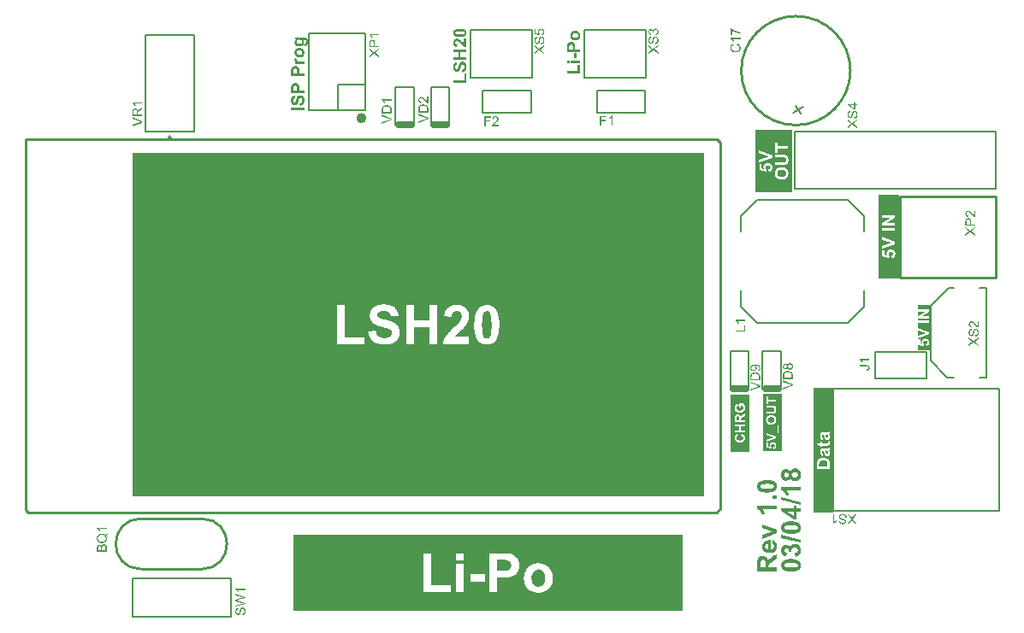
<source format=gto>
G04 Layer_Color=65535*
%FSLAX44Y44*%
%MOMM*%
G71*
G01*
G75*
%ADD16C,0.2000*%
%ADD17C,0.7000*%
%ADD20C,0.5000*%
%ADD67C,0.2540*%
%ADD68C,0.2500*%
G36*
X760681Y67048D02*
X761125Y67020D01*
X761652Y66964D01*
X762207Y66909D01*
X762818Y66853D01*
X763457Y66742D01*
X764123Y66603D01*
X764762Y66465D01*
X765400Y66270D01*
X766039Y66076D01*
X766622Y65798D01*
X767177Y65521D01*
X767649Y65187D01*
X767677Y65160D01*
X767732Y65104D01*
X767843Y65021D01*
X767954Y64910D01*
X768093Y64743D01*
X768260Y64549D01*
X768454Y64299D01*
X768621Y64049D01*
X768815Y63744D01*
X769009Y63438D01*
X769176Y63078D01*
X769315Y62689D01*
X769426Y62272D01*
X769537Y61800D01*
X769592Y61329D01*
X769620Y60829D01*
Y60801D01*
Y60718D01*
X769592Y60551D01*
Y60357D01*
X769565Y60135D01*
X769509Y59857D01*
X769453Y59552D01*
X769342Y59219D01*
X769231Y58858D01*
X769092Y58497D01*
X768926Y58108D01*
X768704Y57747D01*
X768482Y57358D01*
X768176Y56997D01*
X767871Y56637D01*
X767482Y56304D01*
X767455Y56276D01*
X767371Y56220D01*
X767233Y56137D01*
X767066Y56054D01*
X766816Y55915D01*
X766511Y55776D01*
X766122Y55609D01*
X765705Y55471D01*
X765206Y55304D01*
X764651Y55138D01*
X764012Y54999D01*
X763318Y54888D01*
X762541Y54777D01*
X761680Y54693D01*
X760764Y54638D01*
X759764Y54610D01*
X759237D01*
X758876Y54638D01*
X758432Y54665D01*
X757904Y54721D01*
X757349Y54777D01*
X756738Y54832D01*
X756100Y54943D01*
X755461Y55054D01*
X754795Y55221D01*
X754156Y55387D01*
X753546Y55609D01*
X752963Y55859D01*
X752407Y56137D01*
X751936Y56470D01*
X751908Y56498D01*
X751852Y56553D01*
X751741Y56637D01*
X751630Y56775D01*
X751463Y56914D01*
X751297Y57109D01*
X751130Y57358D01*
X750936Y57608D01*
X750742Y57914D01*
X750575Y58219D01*
X750409Y58580D01*
X750242Y58969D01*
X750131Y59385D01*
X750020Y59857D01*
X749964Y60329D01*
X749937Y60829D01*
Y60856D01*
Y60940D01*
Y61106D01*
X749964Y61301D01*
X749992Y61523D01*
X750048Y61800D01*
X750103Y62078D01*
X750186Y62411D01*
X750297Y62772D01*
X750436Y63105D01*
X750575Y63466D01*
X750770Y63827D01*
X751019Y64188D01*
X751269Y64549D01*
X751575Y64882D01*
X751936Y65187D01*
X751963Y65215D01*
X752047Y65271D01*
X752185Y65354D01*
X752380Y65493D01*
X752657Y65632D01*
X752990Y65798D01*
X753351Y65965D01*
X753823Y66131D01*
X754323Y66298D01*
X754906Y66492D01*
X755545Y66631D01*
X756266Y66770D01*
X757044Y66909D01*
X757877Y66992D01*
X758793Y67048D01*
X759792Y67075D01*
X760320D01*
X760681Y67048D01*
D02*
G37*
G36*
X345334Y581747D02*
X345433Y581732D01*
X345559Y581718D01*
X345700Y581690D01*
X345855Y581662D01*
X346180Y581563D01*
X346349Y581507D01*
X346532Y581422D01*
X346715Y581324D01*
X346884Y581225D01*
X347054Y581098D01*
X347223Y580957D01*
X347237Y580943D01*
X347265Y580915D01*
X347307Y580872D01*
X347350Y580802D01*
X347420Y580718D01*
X347491Y580605D01*
X347575Y580464D01*
X347646Y580309D01*
X347730Y580125D01*
X347815Y579914D01*
X347885Y579688D01*
X347942Y579421D01*
X347998Y579139D01*
X348041Y578829D01*
X348069Y578476D01*
X348083Y578110D01*
Y575614D01*
X352044D01*
Y574317D01*
X342289D01*
Y577983D01*
Y577997D01*
Y578025D01*
Y578081D01*
Y578138D01*
Y578222D01*
Y578321D01*
X342303Y578532D01*
X342317Y578772D01*
X342331Y579026D01*
X342359Y579266D01*
X342388Y579477D01*
Y579491D01*
Y579505D01*
X342416Y579604D01*
X342444Y579731D01*
X342486Y579900D01*
X342557Y580083D01*
X342641Y580280D01*
X342740Y580492D01*
X342853Y580675D01*
X342867Y580703D01*
X342909Y580760D01*
X342994Y580844D01*
X343092Y580957D01*
X343219Y581084D01*
X343388Y581211D01*
X343572Y581352D01*
X343783Y581465D01*
X343811Y581479D01*
X343882Y581507D01*
X344009Y581563D01*
X344178Y581620D01*
X344375Y581662D01*
X344601Y581718D01*
X344855Y581747D01*
X345122Y581761D01*
X345235D01*
X345334Y581747D01*
D02*
G37*
G36*
X352044Y586229D02*
X344417D01*
X344432Y586215D01*
X344488Y586145D01*
X344573Y586060D01*
X344671Y585919D01*
X344798Y585764D01*
X344939Y585567D01*
X345094Y585341D01*
X345249Y585088D01*
Y585074D01*
X345263Y585059D01*
X345320Y584975D01*
X345390Y584834D01*
X345475Y584665D01*
X345574Y584467D01*
X345672Y584256D01*
X345771Y584044D01*
X345855Y583833D01*
X344700D01*
Y583847D01*
X344671Y583875D01*
X344657Y583932D01*
X344615Y584002D01*
X344573Y584087D01*
X344516Y584185D01*
X344375Y584425D01*
X344220Y584707D01*
X344023Y584989D01*
X343797Y585285D01*
X343558Y585581D01*
X343544Y585595D01*
X343529Y585609D01*
X343487Y585651D01*
X343445Y585708D01*
X343304Y585835D01*
X343135Y586004D01*
X342937Y586173D01*
X342712Y586356D01*
X342486Y586511D01*
X342247Y586652D01*
Y587428D01*
X352044D01*
Y586229D01*
D02*
G37*
G36*
X745511Y67214D02*
X741347Y64438D01*
X741319Y64410D01*
X741236Y64382D01*
X741125Y64299D01*
X740986Y64188D01*
X740819Y64077D01*
X740597Y63938D01*
X740153Y63633D01*
X739653Y63272D01*
X739209Y62939D01*
X738793Y62633D01*
X738654Y62495D01*
X738515Y62383D01*
X738487Y62356D01*
X738432Y62300D01*
X738321Y62189D01*
X738182Y62050D01*
X738071Y61856D01*
X737932Y61662D01*
X737821Y61439D01*
X737710Y61217D01*
Y61190D01*
X737682Y61106D01*
X737627Y60967D01*
X737599Y60745D01*
X737544Y60468D01*
X737516Y60135D01*
X737488Y59746D01*
Y59274D01*
Y58497D01*
X745511D01*
Y54610D01*
X726300D01*
Y62772D01*
Y62800D01*
Y62911D01*
Y63078D01*
Y63272D01*
X726328Y63522D01*
Y63827D01*
X726355Y64132D01*
Y64493D01*
X726439Y65215D01*
X726522Y65965D01*
X726661Y66659D01*
X726744Y66964D01*
X726827Y67242D01*
Y67270D01*
X726855Y67297D01*
X726938Y67464D01*
X727077Y67714D01*
X727244Y68047D01*
X727521Y68408D01*
X727827Y68769D01*
X728215Y69130D01*
X728687Y69463D01*
X728715D01*
X728743Y69490D01*
X728826Y69546D01*
X728910Y69602D01*
X729187Y69740D01*
X729548Y69907D01*
X729992Y70046D01*
X730492Y70185D01*
X731075Y70296D01*
X731686Y70323D01*
X731908D01*
X732047Y70296D01*
X732241D01*
X732435Y70268D01*
X732935Y70157D01*
X733518Y70018D01*
X734101Y69796D01*
X734712Y69463D01*
X734989Y69268D01*
X735267Y69046D01*
X735295Y69019D01*
X735323Y68991D01*
X735406Y68907D01*
X735489Y68797D01*
X735600Y68685D01*
X735739Y68519D01*
X735878Y68324D01*
X736017Y68102D01*
X736183Y67853D01*
X736322Y67547D01*
X736461Y67242D01*
X736600Y66909D01*
X736739Y66520D01*
X736850Y66131D01*
X736961Y65715D01*
X737044Y65243D01*
Y65271D01*
X737072Y65298D01*
X737183Y65465D01*
X737321Y65687D01*
X737516Y65965D01*
X737766Y66298D01*
X738016Y66631D01*
X738321Y66992D01*
X738654Y67297D01*
X738682Y67325D01*
X738821Y67464D01*
X739043Y67631D01*
X739376Y67880D01*
X739792Y68214D01*
X740070Y68380D01*
X740348Y68574D01*
X740653Y68797D01*
X740986Y69019D01*
X741375Y69268D01*
X741763Y69518D01*
X745511Y71878D01*
Y67214D01*
D02*
G37*
G36*
X942086Y405873D02*
X941931D01*
X941818Y405888D01*
X941691Y405902D01*
X941550Y405930D01*
X941409Y405958D01*
X941254Y406014D01*
X941240D01*
X941226Y406029D01*
X941142Y406057D01*
X941015Y406113D01*
X940845Y406198D01*
X940648Y406311D01*
X940423Y406451D01*
X940197Y406606D01*
X939957Y406804D01*
X939943D01*
X939929Y406832D01*
X939845Y406903D01*
X939718Y407029D01*
X939534Y407213D01*
X939323Y407424D01*
X939069Y407692D01*
X938787Y408016D01*
X938491Y408369D01*
X938477Y408383D01*
X938435Y408439D01*
X938364Y408524D01*
X938280Y408622D01*
X938167Y408749D01*
X938040Y408904D01*
X937899Y409059D01*
X937744Y409243D01*
X937406Y409595D01*
X937067Y409948D01*
X936898Y410117D01*
X936729Y410272D01*
X936574Y410413D01*
X936419Y410526D01*
X936405D01*
X936391Y410554D01*
X936348Y410582D01*
X936292Y410610D01*
X936137Y410709D01*
X935954Y410821D01*
X935728Y410920D01*
X935489Y411019D01*
X935221Y411075D01*
X934967Y411103D01*
X934939D01*
X934854Y411089D01*
X934713Y411075D01*
X934558Y411033D01*
X934361Y410977D01*
X934164Y410878D01*
X933966Y410751D01*
X933769Y410582D01*
X933741Y410554D01*
X933684Y410483D01*
X933614Y410384D01*
X933515Y410229D01*
X933430Y410032D01*
X933346Y409807D01*
X933289Y409539D01*
X933275Y409243D01*
Y409229D01*
Y409200D01*
Y409158D01*
X933289Y409102D01*
X933304Y408932D01*
X933346Y408735D01*
X933402Y408524D01*
X933501Y408284D01*
X933628Y408059D01*
X933797Y407847D01*
X933825Y407819D01*
X933896Y407762D01*
X934008Y407678D01*
X934178Y407593D01*
X934375Y407495D01*
X934629Y407410D01*
X934911Y407354D01*
X935235Y407325D01*
X935108Y406099D01*
X935094D01*
X935052Y406113D01*
X934981D01*
X934882Y406127D01*
X934770Y406155D01*
X934643Y406184D01*
X934488Y406226D01*
X934333Y406268D01*
X933994Y406381D01*
X933656Y406550D01*
X933487Y406649D01*
X933318Y406776D01*
X933163Y406903D01*
X933022Y407043D01*
X933008Y407058D01*
X932993Y407086D01*
X932951Y407128D01*
X932909Y407199D01*
X932852Y407283D01*
X932796Y407382D01*
X932726Y407495D01*
X932655Y407636D01*
X932585Y407791D01*
X932514Y407960D01*
X932458Y408143D01*
X932401Y408340D01*
X932359Y408552D01*
X932317Y408777D01*
X932303Y409017D01*
X932289Y409271D01*
Y409285D01*
Y409327D01*
Y409412D01*
X932303Y409510D01*
X932317Y409623D01*
X932331Y409764D01*
X932359Y409919D01*
X932387Y410074D01*
X932486Y410441D01*
X932627Y410807D01*
X932711Y410991D01*
X932810Y411174D01*
X932937Y411343D01*
X933078Y411498D01*
X933092Y411512D01*
X933106Y411540D01*
X933163Y411569D01*
X933219Y411625D01*
X933289Y411696D01*
X933388Y411766D01*
X933487Y411837D01*
X933614Y411921D01*
X933882Y412062D01*
X934220Y412203D01*
X934389Y412259D01*
X934586Y412288D01*
X934784Y412316D01*
X934995Y412330D01*
X935094D01*
X935207Y412316D01*
X935362Y412302D01*
X935531Y412273D01*
X935728Y412217D01*
X935940Y412161D01*
X936151Y412076D01*
X936179Y412062D01*
X936250Y412034D01*
X936363Y411978D01*
X936518Y411893D01*
X936687Y411780D01*
X936898Y411639D01*
X937110Y411470D01*
X937349Y411273D01*
X937378Y411244D01*
X937462Y411174D01*
X937533Y411103D01*
X937603Y411033D01*
X937688Y410948D01*
X937801Y410836D01*
X937913Y410723D01*
X938040Y410582D01*
X938181Y410441D01*
X938336Y410272D01*
X938491Y410089D01*
X938674Y409891D01*
X938858Y409666D01*
X939055Y409440D01*
X939069Y409426D01*
X939097Y409398D01*
X939140Y409341D01*
X939196Y409271D01*
X939281Y409186D01*
X939365Y409088D01*
X939548Y408862D01*
X939760Y408622D01*
X939971Y408397D01*
X940155Y408200D01*
X940225Y408115D01*
X940296Y408044D01*
X940310Y408030D01*
X940352Y407988D01*
X940408Y407932D01*
X940493Y407861D01*
X940592Y407791D01*
X940690Y407706D01*
X940930Y407537D01*
Y412344D01*
X942086D01*
Y405873D01*
D02*
G37*
G36*
X352044Y571568D02*
X348576Y569102D01*
X348562Y569087D01*
X348520Y569059D01*
X348463Y569031D01*
X348393Y568975D01*
X348195Y568848D01*
X347984Y568707D01*
X347998Y568693D01*
X348055Y568651D01*
X348139Y568594D01*
X348252Y568524D01*
X348478Y568368D01*
X348576Y568298D01*
X348661Y568242D01*
X352044Y565775D01*
Y564224D01*
X346997Y567988D01*
X342289Y564661D01*
Y566198D01*
X344798Y567974D01*
X344812D01*
X344826Y568002D01*
X344869Y568030D01*
X344925Y568073D01*
X345066Y568157D01*
X345235Y568284D01*
X345433Y568411D01*
X345630Y568538D01*
X345813Y568651D01*
X345982Y568749D01*
X345954Y568763D01*
X345898Y568806D01*
X345785Y568876D01*
X345644Y568975D01*
X345489Y569087D01*
X345291Y569228D01*
X345094Y569369D01*
X344883Y569539D01*
X342289Y571484D01*
Y572894D01*
X346927Y569510D01*
X352044Y573162D01*
Y571568D01*
D02*
G37*
G36*
X750570Y173736D02*
X732179D01*
Y230378D01*
X750570D01*
Y173736D01*
D02*
G37*
G36*
X701006Y592911D02*
X701034Y592883D01*
X701091Y592826D01*
X701176Y592770D01*
X701274Y592686D01*
X701387Y592573D01*
X701528Y592460D01*
X701697Y592333D01*
X701866Y592206D01*
X702064Y592051D01*
X702289Y591896D01*
X702515Y591741D01*
X702768Y591572D01*
X703036Y591403D01*
X703332Y591233D01*
X703628Y591064D01*
X703643Y591050D01*
X703699Y591022D01*
X703783Y590980D01*
X703910Y590909D01*
X704065Y590839D01*
X704235Y590754D01*
X704432Y590656D01*
X704658Y590557D01*
X704911Y590444D01*
X705165Y590317D01*
X705447Y590204D01*
X705743Y590092D01*
X706349Y589866D01*
X706998Y589655D01*
X707012D01*
X707054Y589641D01*
X707124Y589627D01*
X707209Y589598D01*
X707322Y589570D01*
X707463Y589542D01*
X707618Y589500D01*
X707787Y589471D01*
X707984Y589429D01*
X708196Y589387D01*
X708647Y589316D01*
X709140Y589246D01*
X709676Y589203D01*
Y587977D01*
X709563D01*
X709479Y587991D01*
X709366D01*
X709225Y588005D01*
X709070Y588019D01*
X708901Y588033D01*
X708703Y588062D01*
X708506Y588090D01*
X708266Y588132D01*
X708027Y588175D01*
X707773Y588217D01*
X707491Y588273D01*
X706913Y588414D01*
X706899D01*
X706842Y588428D01*
X706758Y588456D01*
X706631Y588499D01*
X706490Y588541D01*
X706321Y588597D01*
X706124Y588654D01*
X705912Y588738D01*
X705673Y588823D01*
X705433Y588908D01*
X704897Y589119D01*
X704333Y589373D01*
X703769Y589655D01*
X703755Y589669D01*
X703699Y589697D01*
X703628Y589739D01*
X703516Y589796D01*
X703389Y589866D01*
X703234Y589965D01*
X703064Y590064D01*
X702881Y590176D01*
X702472Y590444D01*
X702049Y590726D01*
X701612Y591050D01*
X701204Y591389D01*
Y586610D01*
X700048D01*
Y592925D01*
X700992D01*
X701006Y592911D01*
D02*
G37*
G36*
X709676Y582254D02*
X702049D01*
X702064Y582240D01*
X702120Y582169D01*
X702205Y582085D01*
X702303Y581944D01*
X702430Y581788D01*
X702571Y581591D01*
X702726Y581366D01*
X702881Y581112D01*
Y581098D01*
X702895Y581084D01*
X702952Y580999D01*
X703022Y580858D01*
X703107Y580689D01*
X703205Y580492D01*
X703304Y580280D01*
X703403Y580069D01*
X703487Y579857D01*
X702331D01*
Y579871D01*
X702303Y579899D01*
X702289Y579956D01*
X702247Y580026D01*
X702205Y580111D01*
X702148Y580210D01*
X702007Y580449D01*
X701852Y580731D01*
X701655Y581013D01*
X701429Y581309D01*
X701190Y581605D01*
X701176Y581619D01*
X701161Y581633D01*
X701119Y581676D01*
X701077Y581732D01*
X700936Y581859D01*
X700767Y582028D01*
X700569Y582197D01*
X700344Y582381D01*
X700118Y582536D01*
X699879Y582677D01*
Y583452D01*
X709676D01*
Y582254D01*
D02*
G37*
G36*
X117602Y500925D02*
Y499572D01*
X107847Y495794D01*
Y497204D01*
X114938Y499741D01*
X114952D01*
X114980Y499755D01*
X115022Y499769D01*
X115079Y499798D01*
X115163Y499812D01*
X115248Y499840D01*
X115459Y499910D01*
X115699Y499995D01*
X115967Y500079D01*
X116531Y500249D01*
X116517D01*
X116488Y500263D01*
X116446Y500277D01*
X116390Y500291D01*
X116235Y500333D01*
X116023Y500404D01*
X115784Y500474D01*
X115516Y500559D01*
X115234Y500657D01*
X114938Y500770D01*
X107847Y503420D01*
Y504731D01*
X117602Y500925D01*
D02*
G37*
G36*
Y512879D02*
X115572Y511597D01*
X115558D01*
X115530Y511568D01*
X115487Y511540D01*
X115431Y511498D01*
X115276Y511399D01*
X115079Y511272D01*
X114867Y511117D01*
X114642Y510962D01*
X114430Y510807D01*
X114233Y510666D01*
X114219Y510652D01*
X114162Y510610D01*
X114078Y510539D01*
X113979Y510441D01*
X113768Y510229D01*
X113669Y510117D01*
X113584Y510004D01*
X113570Y509990D01*
X113556Y509961D01*
X113528Y509905D01*
X113486Y509820D01*
X113443Y509736D01*
X113401Y509637D01*
X113331Y509412D01*
Y509398D01*
X113316Y509369D01*
Y509313D01*
X113302Y509242D01*
X113288Y509144D01*
Y509031D01*
X113274Y508876D01*
Y508707D01*
Y507212D01*
X117602D01*
Y505915D01*
X107847D01*
Y510229D01*
Y510243D01*
Y510286D01*
Y510356D01*
Y510441D01*
X107861Y510554D01*
Y510680D01*
X107875Y510976D01*
X107917Y511287D01*
X107960Y511625D01*
X108030Y511935D01*
X108072Y512090D01*
X108115Y512217D01*
Y512231D01*
X108129Y512245D01*
X108171Y512330D01*
X108228Y512457D01*
X108326Y512612D01*
X108453Y512781D01*
X108622Y512964D01*
X108820Y513133D01*
X109045Y513302D01*
X109059D01*
X109073Y513316D01*
X109158Y513373D01*
X109299Y513429D01*
X109482Y513514D01*
X109694Y513584D01*
X109947Y513655D01*
X110215Y513697D01*
X110511Y513711D01*
X110610D01*
X110680Y513697D01*
X110779D01*
X110878Y513683D01*
X111117Y513627D01*
X111399Y513542D01*
X111695Y513429D01*
X111991Y513260D01*
X112132Y513147D01*
X112273Y513035D01*
X112287Y513020D01*
X112302Y513006D01*
X112344Y512964D01*
X112386Y512908D01*
X112443Y512837D01*
X112499Y512753D01*
X112569Y512640D01*
X112654Y512527D01*
X112724Y512386D01*
X112795Y512231D01*
X112879Y512062D01*
X112950Y511879D01*
X113006Y511667D01*
X113077Y511456D01*
X113119Y511216D01*
X113161Y510962D01*
X113175Y510990D01*
X113204Y511047D01*
X113260Y511131D01*
X113316Y511244D01*
X113472Y511498D01*
X113570Y511625D01*
X113655Y511738D01*
X113683Y511766D01*
X113753Y511836D01*
X113866Y511949D01*
X114007Y512090D01*
X114205Y512245D01*
X114416Y512428D01*
X114670Y512612D01*
X114952Y512809D01*
X117602Y514487D01*
Y512879D01*
D02*
G37*
G36*
Y518561D02*
X109976D01*
X109990Y518546D01*
X110046Y518476D01*
X110131Y518391D01*
X110229Y518250D01*
X110356Y518095D01*
X110497Y517898D01*
X110652Y517672D01*
X110807Y517419D01*
Y517405D01*
X110821Y517391D01*
X110878Y517306D01*
X110948Y517165D01*
X111033Y516996D01*
X111131Y516798D01*
X111230Y516587D01*
X111329Y516376D01*
X111413Y516164D01*
X110258D01*
Y516178D01*
X110229Y516206D01*
X110215Y516263D01*
X110173Y516333D01*
X110131Y516418D01*
X110074Y516516D01*
X109933Y516756D01*
X109778Y517038D01*
X109581Y517320D01*
X109355Y517616D01*
X109116Y517912D01*
X109101Y517926D01*
X109087Y517940D01*
X109045Y517983D01*
X109003Y518039D01*
X108862Y518166D01*
X108693Y518335D01*
X108495Y518504D01*
X108270Y518687D01*
X108044Y518843D01*
X107805Y518983D01*
Y519759D01*
X117602D01*
Y518561D01*
D02*
G37*
G36*
X739626Y76653D02*
X739792D01*
X739903Y76681D01*
X740181Y76709D01*
X740570Y76764D01*
X740958Y76875D01*
X741403Y77042D01*
X741819Y77236D01*
X742180Y77514D01*
X742208Y77542D01*
X742319Y77680D01*
X742458Y77847D01*
X742624Y78097D01*
X742791Y78402D01*
X742929Y78791D01*
X743040Y79207D01*
X743068Y79651D01*
Y79679D01*
Y79790D01*
X743040Y79957D01*
X743013Y80151D01*
X742957Y80373D01*
X742874Y80623D01*
X742763Y80873D01*
X742596Y81095D01*
X742569Y81123D01*
X742513Y81206D01*
X742402Y81317D01*
X742235Y81428D01*
X742013Y81595D01*
X741763Y81734D01*
X741430Y81873D01*
X741069Y82011D01*
X741680Y85676D01*
X741708D01*
X741763Y85648D01*
X741874Y85593D01*
X742013Y85537D01*
X742180Y85454D01*
X742374Y85371D01*
X742818Y85121D01*
X743318Y84815D01*
X743846Y84427D01*
X744317Y83955D01*
X744762Y83427D01*
Y83399D01*
X744817Y83372D01*
X744845Y83261D01*
X744928Y83149D01*
X745012Y83011D01*
X745095Y82816D01*
X745178Y82622D01*
X745289Y82372D01*
X745483Y81817D01*
X745650Y81178D01*
X745761Y80429D01*
X745817Y79624D01*
Y79596D01*
Y79457D01*
X745789Y79291D01*
Y79041D01*
X745733Y78735D01*
X745678Y78374D01*
X745622Y77986D01*
X745511Y77597D01*
X745400Y77153D01*
X745234Y76709D01*
X745039Y76265D01*
X744817Y75820D01*
X744540Y75376D01*
X744234Y74960D01*
X743873Y74599D01*
X743457Y74238D01*
X743429Y74210D01*
X743374Y74182D01*
X743263Y74127D01*
X743124Y74016D01*
X742929Y73932D01*
X742707Y73821D01*
X742458Y73683D01*
X742152Y73572D01*
X741819Y73433D01*
X741458Y73322D01*
X741069Y73183D01*
X740625Y73100D01*
X740181Y73016D01*
X739709Y72933D01*
X739182Y72905D01*
X738654Y72877D01*
X738321D01*
X738071Y72905D01*
X737793Y72933D01*
X737460Y72961D01*
X737099Y73016D01*
X736683Y73100D01*
X735822Y73322D01*
X735378Y73460D01*
X734906Y73627D01*
X734462Y73849D01*
X734045Y74099D01*
X733629Y74377D01*
X733240Y74682D01*
X733213Y74710D01*
X733157Y74765D01*
X733046Y74876D01*
X732935Y75015D01*
X732796Y75182D01*
X732630Y75404D01*
X732435Y75654D01*
X732241Y75931D01*
X732074Y76237D01*
X731880Y76598D01*
X731713Y76959D01*
X731575Y77375D01*
X731464Y77791D01*
X731353Y78263D01*
X731297Y78735D01*
X731269Y79235D01*
Y79263D01*
Y79374D01*
Y79541D01*
X731297Y79763D01*
X731325Y80012D01*
X731380Y80318D01*
X731436Y80651D01*
X731519Y81012D01*
X731630Y81400D01*
X731769Y81789D01*
X731936Y82206D01*
X732158Y82622D01*
X732380Y83011D01*
X732657Y83399D01*
X732991Y83788D01*
X733352Y84121D01*
X733379Y84149D01*
X733435Y84205D01*
X733574Y84288D01*
X733740Y84399D01*
X733962Y84538D01*
X734212Y84677D01*
X734545Y84843D01*
X734906Y85010D01*
X735323Y85176D01*
X735795Y85343D01*
X736294Y85482D01*
X736877Y85620D01*
X737488Y85731D01*
X738154Y85815D01*
X738848Y85870D01*
X739626D01*
Y76653D01*
D02*
G37*
G36*
X769592Y123377D02*
Y120656D01*
X749715Y125404D01*
Y128180D01*
X769592Y123377D01*
D02*
G37*
G36*
X745511Y116214D02*
X731602D01*
X731630Y116187D01*
X731686Y116131D01*
X731769Y116020D01*
X731908Y115853D01*
X732074Y115659D01*
X732241Y115437D01*
X732435Y115159D01*
X732657Y114854D01*
X732879Y114521D01*
X733102Y114160D01*
X733352Y113771D01*
X733574Y113355D01*
X733990Y112466D01*
X734379Y111467D01*
X731047D01*
Y111495D01*
X731019Y111523D01*
X730992Y111606D01*
X730964Y111717D01*
X730825Y111994D01*
X730658Y112383D01*
X730436Y112855D01*
X730131Y113383D01*
X729742Y113966D01*
X729298Y114576D01*
X729270Y114604D01*
X729243Y114660D01*
X729159Y114743D01*
X729048Y114854D01*
X728771Y115159D01*
X728410Y115492D01*
X727966Y115881D01*
X727410Y116270D01*
X726827Y116631D01*
X726189Y116908D01*
Y119907D01*
X745511D01*
Y116214D01*
D02*
G37*
G36*
X942086Y394695D02*
X938618Y392228D01*
X938604Y392214D01*
X938562Y392185D01*
X938505Y392157D01*
X938435Y392101D01*
X938238Y391974D01*
X938026Y391833D01*
X938040Y391819D01*
X938096Y391777D01*
X938181Y391720D01*
X938294Y391650D01*
X938520Y391494D01*
X938618Y391424D01*
X938703Y391368D01*
X942086Y388901D01*
Y387350D01*
X937039Y391114D01*
X932331Y387787D01*
Y389324D01*
X934840Y391100D01*
X934854D01*
X934868Y391128D01*
X934911Y391156D01*
X934967Y391199D01*
X935108Y391283D01*
X935277Y391410D01*
X935474Y391537D01*
X935672Y391664D01*
X935855Y391777D01*
X936024Y391875D01*
X935996Y391889D01*
X935940Y391931D01*
X935827Y392002D01*
X935686Y392101D01*
X935531Y392214D01*
X935333Y392354D01*
X935136Y392495D01*
X934925Y392665D01*
X932331Y394610D01*
Y396020D01*
X936969Y392636D01*
X942086Y396287D01*
Y394695D01*
D02*
G37*
G36*
X736933Y145337D02*
X737377Y145309D01*
X737905Y145254D01*
X738460Y145198D01*
X739071Y145142D01*
X739709Y145031D01*
X740375Y144893D01*
X741014Y144754D01*
X741652Y144559D01*
X742291Y144365D01*
X742874Y144088D01*
X743429Y143810D01*
X743901Y143477D01*
X743929Y143449D01*
X743984Y143393D01*
X744095Y143310D01*
X744206Y143199D01*
X744345Y143033D01*
X744512Y142838D01*
X744706Y142588D01*
X744873Y142339D01*
X745067Y142033D01*
X745262Y141728D01*
X745428Y141367D01*
X745567Y140978D01*
X745678Y140562D01*
X745789Y140090D01*
X745844Y139618D01*
X745872Y139118D01*
Y139090D01*
Y139007D01*
X745844Y138841D01*
Y138646D01*
X745817Y138424D01*
X745761Y138146D01*
X745706Y137841D01*
X745595Y137508D01*
X745483Y137147D01*
X745345Y136786D01*
X745178Y136397D01*
X744956Y136037D01*
X744734Y135648D01*
X744429Y135287D01*
X744123Y134926D01*
X743735Y134593D01*
X743707Y134565D01*
X743624Y134510D01*
X743485Y134426D01*
X743318Y134343D01*
X743068Y134204D01*
X742763Y134065D01*
X742374Y133899D01*
X741958Y133760D01*
X741458Y133594D01*
X740903Y133427D01*
X740264Y133288D01*
X739570Y133177D01*
X738793Y133066D01*
X737932Y132983D01*
X737016Y132927D01*
X736017Y132899D01*
X735489D01*
X735128Y132927D01*
X734684Y132955D01*
X734157Y133011D01*
X733601Y133066D01*
X732991Y133122D01*
X732352Y133233D01*
X731713Y133344D01*
X731047Y133510D01*
X730409Y133677D01*
X729798Y133899D01*
X729215Y134149D01*
X728660Y134426D01*
X728188Y134760D01*
X728160Y134787D01*
X728104Y134843D01*
X727993Y134926D01*
X727882Y135065D01*
X727716Y135204D01*
X727549Y135398D01*
X727383Y135648D01*
X727188Y135898D01*
X726994Y136203D01*
X726827Y136509D01*
X726661Y136869D01*
X726494Y137258D01*
X726383Y137675D01*
X726272Y138146D01*
X726217Y138618D01*
X726189Y139118D01*
Y139146D01*
Y139229D01*
Y139396D01*
X726217Y139590D01*
X726244Y139812D01*
X726300Y140090D01*
X726355Y140367D01*
X726439Y140701D01*
X726550Y141061D01*
X726689Y141395D01*
X726827Y141756D01*
X727022Y142116D01*
X727271Y142477D01*
X727521Y142838D01*
X727827Y143171D01*
X728188Y143477D01*
X728215Y143505D01*
X728299Y143560D01*
X728438Y143643D01*
X728632Y143782D01*
X728910Y143921D01*
X729243Y144088D01*
X729604Y144254D01*
X730076Y144421D01*
X730575Y144587D01*
X731158Y144782D01*
X731797Y144920D01*
X732519Y145059D01*
X733296Y145198D01*
X734129Y145281D01*
X735045Y145337D01*
X736044Y145365D01*
X736572D01*
X736933Y145337D01*
D02*
G37*
G36*
X769259Y135009D02*
X755350D01*
X755378Y134982D01*
X755434Y134926D01*
X755517Y134815D01*
X755656Y134648D01*
X755822Y134454D01*
X755989Y134232D01*
X756183Y133954D01*
X756405Y133649D01*
X756627Y133316D01*
X756849Y132955D01*
X757099Y132566D01*
X757321Y132150D01*
X757738Y131261D01*
X758126Y130262D01*
X754795D01*
Y130290D01*
X754767Y130317D01*
X754740Y130401D01*
X754712Y130512D01*
X754573Y130789D01*
X754406Y131178D01*
X754184Y131650D01*
X753879Y132178D01*
X753490Y132761D01*
X753046Y133371D01*
X753018Y133399D01*
X752990Y133455D01*
X752907Y133538D01*
X752796Y133649D01*
X752518Y133954D01*
X752158Y134288D01*
X751713Y134676D01*
X751158Y135065D01*
X750575Y135426D01*
X749937Y135703D01*
Y138702D01*
X769259D01*
Y135009D01*
D02*
G37*
G36*
X745511Y126209D02*
X741819D01*
Y129901D01*
X745511D01*
Y126209D01*
D02*
G37*
G36*
Y96003D02*
Y92672D01*
X731575Y87064D01*
Y90923D01*
X738710Y93560D01*
X741069Y94310D01*
X741042Y94338D01*
X740930Y94366D01*
X740764Y94421D01*
X740597Y94476D01*
X740181Y94615D01*
X740014Y94671D01*
X739876Y94699D01*
X739848D01*
X739764Y94726D01*
X739653Y94754D01*
X739515Y94810D01*
X739126Y94921D01*
X738710Y95087D01*
X731575Y97753D01*
Y101528D01*
X745511Y96003D01*
D02*
G37*
G36*
X769592Y86037D02*
Y83316D01*
X749715Y88063D01*
Y90840D01*
X769592Y86037D01*
D02*
G37*
G36*
X763929Y82150D02*
X764151Y82122D01*
X764401Y82067D01*
X764706Y82011D01*
X765012Y81956D01*
X765678Y81734D01*
X766039Y81567D01*
X766427Y81400D01*
X766788Y81178D01*
X767149Y80929D01*
X767510Y80651D01*
X767843Y80318D01*
X767871Y80290D01*
X767926Y80234D01*
X768010Y80124D01*
X768121Y79985D01*
X768260Y79790D01*
X768399Y79596D01*
X768565Y79318D01*
X768732Y79041D01*
X768898Y78735D01*
X769065Y78374D01*
X769204Y77986D01*
X769342Y77597D01*
X769453Y77153D01*
X769537Y76709D01*
X769592Y76209D01*
X769620Y75709D01*
Y75682D01*
Y75598D01*
Y75459D01*
X769592Y75265D01*
X769565Y75043D01*
X769537Y74793D01*
X769481Y74516D01*
X769426Y74182D01*
X769259Y73516D01*
X768981Y72794D01*
X768815Y72406D01*
X768621Y72072D01*
X768371Y71712D01*
X768121Y71378D01*
X768093Y71351D01*
X768038Y71295D01*
X767954Y71212D01*
X767843Y71101D01*
X767704Y70962D01*
X767510Y70823D01*
X767316Y70657D01*
X767066Y70490D01*
X766788Y70323D01*
X766511Y70129D01*
X765844Y69824D01*
X765067Y69574D01*
X764651Y69463D01*
X764206Y69407D01*
X763762Y72961D01*
X763818D01*
X763984Y72989D01*
X764234Y73044D01*
X764539Y73127D01*
X764873Y73266D01*
X765234Y73405D01*
X765567Y73627D01*
X765872Y73877D01*
X765900Y73905D01*
X765983Y74016D01*
X766094Y74182D01*
X766205Y74377D01*
X766344Y74654D01*
X766455Y74960D01*
X766538Y75293D01*
X766566Y75682D01*
Y75737D01*
X766538Y75876D01*
X766511Y76070D01*
X766455Y76348D01*
X766344Y76653D01*
X766205Y76959D01*
X765983Y77292D01*
X765705Y77597D01*
X765678Y77625D01*
X765539Y77736D01*
X765345Y77847D01*
X765095Y78014D01*
X764762Y78152D01*
X764345Y78291D01*
X763873Y78374D01*
X763346Y78402D01*
X763124D01*
X762874Y78374D01*
X762541Y78319D01*
X762180Y78208D01*
X761819Y78069D01*
X761458Y77875D01*
X761125Y77625D01*
X761097Y77597D01*
X760986Y77486D01*
X760847Y77319D01*
X760708Y77125D01*
X760542Y76848D01*
X760431Y76542D01*
X760320Y76209D01*
X760292Y75820D01*
Y75793D01*
Y75682D01*
Y75543D01*
X760320Y75348D01*
X760347Y75099D01*
X760403Y74793D01*
X760486Y74488D01*
X760570Y74127D01*
X757599Y74516D01*
Y74543D01*
Y74571D01*
Y74654D01*
Y74765D01*
X757571Y75043D01*
X757543Y75376D01*
X757460Y75737D01*
X757349Y76126D01*
X757182Y76487D01*
X756960Y76820D01*
X756933Y76848D01*
X756822Y76959D01*
X756683Y77070D01*
X756461Y77236D01*
X756211Y77375D01*
X755906Y77514D01*
X755545Y77597D01*
X755128Y77625D01*
X754962D01*
X754795Y77597D01*
X754573Y77542D01*
X754323Y77486D01*
X754073Y77375D01*
X753795Y77236D01*
X753573Y77042D01*
X753546Y77014D01*
X753490Y76931D01*
X753379Y76820D01*
X753268Y76625D01*
X753185Y76403D01*
X753074Y76153D01*
X753018Y75820D01*
X752990Y75487D01*
Y75459D01*
Y75321D01*
X753018Y75154D01*
X753074Y74932D01*
X753157Y74682D01*
X753268Y74404D01*
X753435Y74127D01*
X753657Y73877D01*
X753684Y73849D01*
X753768Y73766D01*
X753934Y73655D01*
X754156Y73516D01*
X754406Y73377D01*
X754740Y73266D01*
X755128Y73155D01*
X755572Y73072D01*
X755017Y69685D01*
X754989D01*
X754934Y69713D01*
X754850D01*
X754712Y69740D01*
X754406Y69824D01*
X753990Y69935D01*
X753546Y70101D01*
X753074Y70268D01*
X752629Y70490D01*
X752213Y70740D01*
X752158Y70768D01*
X752047Y70879D01*
X751852Y71045D01*
X751602Y71267D01*
X751352Y71545D01*
X751075Y71878D01*
X750797Y72295D01*
X750547Y72739D01*
Y72766D01*
X750520Y72794D01*
X750464Y72961D01*
X750353Y73238D01*
X750242Y73572D01*
X750131Y73988D01*
X750020Y74488D01*
X749964Y75015D01*
X749937Y75598D01*
Y75626D01*
Y75709D01*
Y75848D01*
X749964Y76042D01*
X749992Y76292D01*
X750020Y76542D01*
X750075Y76848D01*
X750159Y77153D01*
X750353Y77847D01*
X750492Y78208D01*
X750686Y78597D01*
X750881Y78957D01*
X751103Y79291D01*
X751380Y79651D01*
X751686Y79957D01*
X751713Y79985D01*
X751741Y80012D01*
X751824Y80096D01*
X751936Y80179D01*
X752213Y80401D01*
X752602Y80651D01*
X753074Y80901D01*
X753629Y81095D01*
X754240Y81262D01*
X754545Y81290D01*
X754878Y81317D01*
X754989D01*
X755128Y81290D01*
X755295Y81262D01*
X755517Y81234D01*
X755767Y81178D01*
X756044Y81095D01*
X756350Y80984D01*
X756655Y80817D01*
X756988Y80651D01*
X757321Y80429D01*
X757654Y80151D01*
X757988Y79818D01*
X758321Y79457D01*
X758626Y79041D01*
X758932Y78541D01*
Y78569D01*
X758959Y78624D01*
Y78708D01*
X759015Y78819D01*
X759098Y79124D01*
X759265Y79485D01*
X759487Y79901D01*
X759764Y80346D01*
X760125Y80790D01*
X760542Y81178D01*
X760597Y81234D01*
X760764Y81345D01*
X761014Y81484D01*
X761375Y81678D01*
X761791Y81873D01*
X762318Y82011D01*
X762874Y82122D01*
X763512Y82178D01*
X763762D01*
X763929Y82150D01*
D02*
G37*
G36*
X765400Y117686D02*
X769259D01*
Y114132D01*
X765400D01*
Y106248D01*
X762207D01*
X749964Y114576D01*
Y117686D01*
X762180D01*
Y120073D01*
X765400D01*
Y117686D01*
D02*
G37*
G36*
X935376Y404873D02*
X935474Y404859D01*
X935601Y404844D01*
X935742Y404816D01*
X935897Y404788D01*
X936222Y404689D01*
X936391Y404633D01*
X936574Y404548D01*
X936757Y404450D01*
X936926Y404351D01*
X937096Y404224D01*
X937265Y404083D01*
X937279Y404069D01*
X937307Y404041D01*
X937349Y403999D01*
X937392Y403928D01*
X937462Y403843D01*
X937533Y403731D01*
X937617Y403590D01*
X937688Y403435D01*
X937772Y403251D01*
X937857Y403040D01*
X937927Y402814D01*
X937984Y402547D01*
X938040Y402265D01*
X938083Y401954D01*
X938111Y401602D01*
X938125Y401236D01*
Y398740D01*
X942086D01*
Y397444D01*
X932331D01*
Y401109D01*
Y401123D01*
Y401151D01*
Y401207D01*
Y401264D01*
Y401348D01*
Y401447D01*
X932345Y401659D01*
X932359Y401898D01*
X932373Y402152D01*
X932401Y402392D01*
X932430Y402603D01*
Y402617D01*
Y402631D01*
X932458Y402730D01*
X932486Y402857D01*
X932528Y403026D01*
X932599Y403209D01*
X932683Y403406D01*
X932782Y403618D01*
X932895Y403801D01*
X932909Y403829D01*
X932951Y403886D01*
X933036Y403970D01*
X933134Y404083D01*
X933261Y404210D01*
X933430Y404337D01*
X933614Y404478D01*
X933825Y404591D01*
X933853Y404605D01*
X933924Y404633D01*
X934051Y404689D01*
X934220Y404746D01*
X934417Y404788D01*
X934643Y404844D01*
X934896Y404873D01*
X935164Y404887D01*
X935277D01*
X935376Y404873D01*
D02*
G37*
G36*
X760681Y104388D02*
X761125Y104360D01*
X761652Y104304D01*
X762207Y104249D01*
X762818Y104193D01*
X763457Y104082D01*
X764123Y103943D01*
X764762Y103805D01*
X765400Y103610D01*
X766039Y103416D01*
X766622Y103138D01*
X767177Y102861D01*
X767649Y102528D01*
X767677Y102500D01*
X767732Y102444D01*
X767843Y102361D01*
X767954Y102250D01*
X768093Y102083D01*
X768260Y101889D01*
X768454Y101639D01*
X768621Y101389D01*
X768815Y101084D01*
X769009Y100779D01*
X769176Y100418D01*
X769315Y100029D01*
X769426Y99613D01*
X769537Y99141D01*
X769592Y98669D01*
X769620Y98169D01*
Y98141D01*
Y98058D01*
X769592Y97891D01*
Y97697D01*
X769565Y97475D01*
X769509Y97197D01*
X769453Y96892D01*
X769342Y96559D01*
X769231Y96198D01*
X769092Y95837D01*
X768926Y95448D01*
X768704Y95087D01*
X768482Y94699D01*
X768176Y94338D01*
X767871Y93977D01*
X767482Y93644D01*
X767455Y93616D01*
X767371Y93560D01*
X767233Y93477D01*
X767066Y93394D01*
X766816Y93255D01*
X766511Y93116D01*
X766122Y92950D01*
X765705Y92811D01*
X765206Y92644D01*
X764651Y92478D01*
X764012Y92339D01*
X763318Y92228D01*
X762541Y92117D01*
X761680Y92033D01*
X760764Y91978D01*
X759764Y91950D01*
X759237D01*
X758876Y91978D01*
X758432Y92006D01*
X757904Y92061D01*
X757349Y92117D01*
X756738Y92172D01*
X756100Y92283D01*
X755461Y92394D01*
X754795Y92561D01*
X754156Y92727D01*
X753546Y92950D01*
X752963Y93200D01*
X752407Y93477D01*
X751936Y93810D01*
X751908Y93838D01*
X751852Y93893D01*
X751741Y93977D01*
X751630Y94116D01*
X751463Y94254D01*
X751297Y94449D01*
X751130Y94699D01*
X750936Y94949D01*
X750742Y95254D01*
X750575Y95559D01*
X750409Y95920D01*
X750242Y96309D01*
X750131Y96725D01*
X750020Y97197D01*
X749964Y97669D01*
X749937Y98169D01*
Y98197D01*
Y98280D01*
Y98447D01*
X749964Y98641D01*
X749992Y98863D01*
X750048Y99141D01*
X750103Y99418D01*
X750186Y99751D01*
X750297Y100112D01*
X750436Y100445D01*
X750575Y100806D01*
X750770Y101167D01*
X751019Y101528D01*
X751269Y101889D01*
X751575Y102222D01*
X751936Y102528D01*
X751963Y102555D01*
X752047Y102611D01*
X752185Y102694D01*
X752380Y102833D01*
X752657Y102972D01*
X752990Y103138D01*
X753351Y103305D01*
X753823Y103471D01*
X754323Y103638D01*
X754906Y103832D01*
X755545Y103971D01*
X756266Y104110D01*
X757044Y104249D01*
X757877Y104332D01*
X758793Y104388D01*
X759792Y104415D01*
X760320D01*
X760681Y104388D01*
D02*
G37*
G36*
X724624Y259774D02*
X724808D01*
X725019Y259760D01*
X725230Y259732D01*
X725710Y259689D01*
X726217Y259619D01*
X726696Y259520D01*
X726936Y259450D01*
X727148Y259379D01*
X727162D01*
X727190Y259365D01*
X727246Y259337D01*
X727331Y259309D01*
X727415Y259266D01*
X727528Y259210D01*
X727768Y259069D01*
X728036Y258900D01*
X728318Y258702D01*
X728586Y258449D01*
X728825Y258167D01*
Y258153D01*
X728853Y258125D01*
X728882Y258082D01*
X728910Y258026D01*
X728952Y257941D01*
X729008Y257857D01*
X729065Y257744D01*
X729107Y257631D01*
X729220Y257363D01*
X729319Y257039D01*
X729375Y256687D01*
X729403Y256292D01*
Y256278D01*
Y256236D01*
Y256179D01*
X729389Y256109D01*
Y256010D01*
X729375Y255897D01*
X729319Y255629D01*
X729248Y255333D01*
X729135Y255023D01*
X728980Y254713D01*
X728882Y254558D01*
X728769Y254417D01*
X728755Y254403D01*
X728741Y254389D01*
X728698Y254347D01*
X728656Y254304D01*
X728586Y254248D01*
X728501Y254177D01*
X728304Y254036D01*
X728050Y253895D01*
X727740Y253754D01*
X727387Y253642D01*
X726979Y253557D01*
X726880Y254713D01*
X726894D01*
X726922Y254727D01*
X726950D01*
X727007Y254741D01*
X727162Y254783D01*
X727331Y254840D01*
X727528Y254910D01*
X727726Y255009D01*
X727909Y255122D01*
X728064Y255263D01*
X728078Y255277D01*
X728120Y255333D01*
X728177Y255432D01*
X728233Y255545D01*
X728304Y255700D01*
X728360Y255883D01*
X728402Y256094D01*
X728416Y256320D01*
Y256348D01*
Y256419D01*
X728402Y256517D01*
X728388Y256644D01*
X728360Y256799D01*
X728318Y256954D01*
X728261Y257124D01*
X728177Y257279D01*
X728163Y257293D01*
X728134Y257349D01*
X728078Y257434D01*
X727993Y257518D01*
X727895Y257631D01*
X727782Y257744D01*
X727655Y257857D01*
X727500Y257969D01*
X727486Y257983D01*
X727415Y258012D01*
X727317Y258068D01*
X727190Y258125D01*
X727021Y258195D01*
X726823Y258265D01*
X726598Y258336D01*
X726344Y258406D01*
X726330D01*
X726316Y258421D01*
X726274D01*
X726217Y258435D01*
X726076Y258463D01*
X725893Y258505D01*
X725667Y258533D01*
X725428Y258561D01*
X725160Y258576D01*
X724878Y258590D01*
X724638D01*
X724667Y258576D01*
X724737Y258519D01*
X724836Y258435D01*
X724977Y258336D01*
X725118Y258195D01*
X725273Y258026D01*
X725428Y257828D01*
X725569Y257603D01*
X725583Y257575D01*
X725625Y257490D01*
X725682Y257363D01*
X725738Y257208D01*
X725808Y256997D01*
X725865Y256771D01*
X725907Y256517D01*
X725921Y256250D01*
Y256236D01*
Y256193D01*
Y256137D01*
X725907Y256052D01*
X725893Y255939D01*
X725879Y255827D01*
X725851Y255686D01*
X725808Y255545D01*
X725710Y255221D01*
X725639Y255051D01*
X725555Y254882D01*
X725456Y254699D01*
X725329Y254530D01*
X725202Y254361D01*
X725047Y254205D01*
X725033Y254191D01*
X725005Y254163D01*
X724963Y254135D01*
X724892Y254079D01*
X724793Y254008D01*
X724695Y253938D01*
X724568Y253867D01*
X724427Y253797D01*
X724272Y253712D01*
X724103Y253642D01*
X723905Y253571D01*
X723708Y253501D01*
X723482Y253444D01*
X723243Y253416D01*
X723003Y253388D01*
X722735Y253374D01*
X722594D01*
X722496Y253388D01*
X722369Y253402D01*
X722214Y253416D01*
X722059Y253444D01*
X721875Y253486D01*
X721509Y253585D01*
X721311Y253656D01*
X721100Y253740D01*
X720903Y253839D01*
X720719Y253966D01*
X720522Y254093D01*
X720353Y254248D01*
X720339Y254262D01*
X720311Y254290D01*
X720268Y254332D01*
X720212Y254403D01*
X720141Y254487D01*
X720057Y254600D01*
X719986Y254713D01*
X719888Y254854D01*
X719803Y254995D01*
X719733Y255164D01*
X719578Y255545D01*
X719521Y255742D01*
X719479Y255968D01*
X719451Y256193D01*
X719437Y256433D01*
Y256447D01*
Y256475D01*
Y256532D01*
X719451Y256602D01*
Y256672D01*
X719465Y256771D01*
X719507Y257011D01*
X719564Y257279D01*
X719662Y257575D01*
X719789Y257871D01*
X719958Y258167D01*
Y258181D01*
X719986Y258195D01*
X720015Y258237D01*
X720057Y258294D01*
X720170Y258435D01*
X720325Y258618D01*
X720536Y258801D01*
X720790Y259013D01*
X721086Y259196D01*
X721424Y259365D01*
X721438D01*
X721467Y259379D01*
X721523Y259407D01*
X721593Y259436D01*
X721692Y259464D01*
X721819Y259506D01*
X721960Y259534D01*
X722115Y259576D01*
X722298Y259619D01*
X722510Y259661D01*
X722735Y259689D01*
X722975Y259717D01*
X723243Y259746D01*
X723525Y259774D01*
X723835Y259788D01*
X724469D01*
X724624Y259774D01*
D02*
G37*
G36*
X359852Y516745D02*
X359965D01*
X360233Y516731D01*
X360543Y516688D01*
X360867Y516646D01*
X361205Y516576D01*
X361544Y516491D01*
X361558D01*
X361586Y516477D01*
X361628Y516463D01*
X361685Y516449D01*
X361840Y516392D01*
X362037Y516308D01*
X362263Y516223D01*
X362488Y516110D01*
X362728Y515970D01*
X362953Y515829D01*
X362982Y515814D01*
X363052Y515758D01*
X363151Y515673D01*
X363278Y515561D01*
X363419Y515434D01*
X363560Y515279D01*
X363715Y515124D01*
X363842Y514940D01*
X363856Y514912D01*
X363898Y514856D01*
X363954Y514757D01*
X364025Y514616D01*
X364109Y514447D01*
X364180Y514250D01*
X364264Y514024D01*
X364335Y513770D01*
Y513756D01*
Y513742D01*
X364349Y513700D01*
X364363Y513658D01*
X364377Y513517D01*
X364405Y513319D01*
X364434Y513094D01*
X364462Y512826D01*
X364476Y512530D01*
X364490Y512206D01*
Y508695D01*
X354735D01*
Y512051D01*
Y512065D01*
Y512107D01*
Y512163D01*
Y512234D01*
Y512332D01*
Y512445D01*
X354749Y512699D01*
X354763Y512981D01*
X354791Y513263D01*
X354834Y513545D01*
X354876Y513784D01*
Y513799D01*
X354890Y513827D01*
Y513869D01*
X354918Y513925D01*
X354960Y514081D01*
X355031Y514278D01*
X355130Y514503D01*
X355257Y514743D01*
X355397Y514983D01*
X355581Y515208D01*
X355595Y515222D01*
X355609Y515237D01*
X355651Y515279D01*
X355694Y515335D01*
X355834Y515476D01*
X356032Y515645D01*
X356271Y515829D01*
X356553Y516026D01*
X356878Y516209D01*
X357244Y516364D01*
X357258D01*
X357286Y516378D01*
X357343Y516407D01*
X357427Y516421D01*
X357526Y516463D01*
X357639Y516491D01*
X357766Y516519D01*
X357921Y516562D01*
X358076Y516604D01*
X358259Y516632D01*
X358654Y516702D01*
X359091Y516745D01*
X359570Y516759D01*
X359753D01*
X359852Y516745D01*
D02*
G37*
G36*
X364490Y503719D02*
Y502366D01*
X354735Y498588D01*
Y499998D01*
X361826Y502535D01*
X361840D01*
X361868Y502549D01*
X361910Y502563D01*
X361967Y502592D01*
X362051Y502606D01*
X362136Y502634D01*
X362347Y502704D01*
X362587Y502789D01*
X362855Y502873D01*
X363419Y503043D01*
X363405D01*
X363376Y503057D01*
X363334Y503071D01*
X363278Y503085D01*
X363123Y503127D01*
X362911Y503198D01*
X362672Y503268D01*
X362404Y503353D01*
X362122Y503451D01*
X361826Y503564D01*
X354735Y506214D01*
Y507525D01*
X364490Y503719D01*
D02*
G37*
G36*
X219710Y29685D02*
Y28417D01*
X212281Y26373D01*
X212267D01*
X212239Y26358D01*
X212196Y26344D01*
X212126Y26330D01*
X211971Y26288D01*
X211787Y26246D01*
X211590Y26189D01*
X211407Y26133D01*
X211252Y26091D01*
X211181Y26077D01*
X211139Y26062D01*
X211153D01*
X211167Y26048D01*
X211252Y26034D01*
X211379Y26006D01*
X211534Y25964D01*
X211703Y25921D01*
X211900Y25865D01*
X212098Y25823D01*
X212281Y25766D01*
X219710Y23708D01*
Y22355D01*
X209955Y19803D01*
Y21143D01*
X216355Y22595D01*
X216369D01*
X216397Y22609D01*
X216454Y22623D01*
X216524Y22637D01*
X216623Y22651D01*
X216721Y22679D01*
X216848Y22707D01*
X216989Y22736D01*
X217285Y22806D01*
X217624Y22877D01*
X217990Y22947D01*
X218357Y23017D01*
X218343D01*
X218286Y23032D01*
X218216Y23060D01*
X218103Y23074D01*
X217990Y23102D01*
X217849Y23144D01*
X217539Y23215D01*
X217229Y23299D01*
X217074Y23328D01*
X216933Y23370D01*
X216806Y23398D01*
X216693Y23426D01*
X216609Y23454D01*
X216552Y23469D01*
X209955Y25315D01*
Y26880D01*
X214903Y28262D01*
X214917D01*
X214988Y28290D01*
X215086Y28318D01*
X215213Y28346D01*
X215382Y28388D01*
X215565Y28445D01*
X215777Y28501D01*
X216017Y28558D01*
X216284Y28628D01*
X216552Y28684D01*
X217130Y28811D01*
X217736Y28938D01*
X218357Y29037D01*
X218343D01*
X218314Y29051D01*
X218258D01*
X218188Y29079D01*
X218103Y29093D01*
X218004Y29121D01*
X217877Y29136D01*
X217736Y29178D01*
X217426Y29248D01*
X217060Y29333D01*
X216665Y29418D01*
X216228Y29530D01*
X209955Y31053D01*
Y32364D01*
X219710Y29685D01*
D02*
G37*
G36*
X217257Y18901D02*
X217454Y18873D01*
X217680Y18817D01*
X217920Y18746D01*
X218173Y18633D01*
X218441Y18478D01*
X218455D01*
X218470Y18464D01*
X218554Y18394D01*
X218681Y18295D01*
X218822Y18154D01*
X218991Y17971D01*
X219174Y17745D01*
X219343Y17492D01*
X219499Y17195D01*
Y17181D01*
X219513Y17153D01*
X219527Y17111D01*
X219555Y17054D01*
X219583Y16970D01*
X219625Y16871D01*
X219682Y16646D01*
X219752Y16378D01*
X219823Y16054D01*
X219865Y15701D01*
X219879Y15321D01*
Y15306D01*
Y15264D01*
Y15194D01*
Y15095D01*
X219865Y14982D01*
Y14855D01*
X219851Y14714D01*
X219837Y14545D01*
X219781Y14193D01*
X219724Y13826D01*
X219625Y13460D01*
X219499Y13107D01*
Y13093D01*
X219484Y13065D01*
X219456Y13023D01*
X219428Y12966D01*
X219343Y12797D01*
X219217Y12600D01*
X219047Y12374D01*
X218850Y12135D01*
X218610Y11909D01*
X218343Y11698D01*
X218328D01*
X218300Y11669D01*
X218258Y11655D01*
X218202Y11613D01*
X218131Y11585D01*
X218047Y11543D01*
X217835Y11444D01*
X217567Y11345D01*
X217271Y11261D01*
X216933Y11204D01*
X216581Y11176D01*
X216468Y12388D01*
X216496D01*
X216538Y12402D01*
X216595D01*
X216721Y12431D01*
X216905Y12473D01*
X217088Y12529D01*
X217299Y12586D01*
X217497Y12684D01*
X217680Y12783D01*
X217694Y12797D01*
X217750Y12839D01*
X217849Y12910D01*
X217948Y13023D01*
X218075Y13164D01*
X218202Y13319D01*
X218328Y13530D01*
X218441Y13756D01*
Y13770D01*
X218455Y13784D01*
X218470Y13826D01*
X218484Y13868D01*
X218526Y14009D01*
X218582Y14193D01*
X218639Y14418D01*
X218681Y14672D01*
X218709Y14954D01*
X218723Y15264D01*
Y15278D01*
Y15292D01*
Y15335D01*
Y15391D01*
X218709Y15532D01*
X218695Y15701D01*
X218667Y15898D01*
X218639Y16124D01*
X218582Y16350D01*
X218512Y16561D01*
X218498Y16589D01*
X218470Y16660D01*
X218413Y16758D01*
X218357Y16885D01*
X218258Y17012D01*
X218159Y17153D01*
X218047Y17294D01*
X217906Y17407D01*
X217892Y17421D01*
X217835Y17449D01*
X217765Y17492D01*
X217652Y17548D01*
X217539Y17604D01*
X217398Y17646D01*
X217243Y17675D01*
X217074Y17689D01*
X216989D01*
X216905Y17675D01*
X216792Y17661D01*
X216679Y17618D01*
X216538Y17576D01*
X216397Y17506D01*
X216270Y17407D01*
X216256Y17393D01*
X216214Y17350D01*
X216158Y17294D01*
X216073Y17195D01*
X215988Y17083D01*
X215890Y16928D01*
X215791Y16744D01*
X215707Y16533D01*
X215692Y16519D01*
X215678Y16448D01*
X215636Y16336D01*
X215622Y16265D01*
X215594Y16166D01*
X215551Y16068D01*
X215523Y15941D01*
X215481Y15800D01*
X215439Y15631D01*
X215396Y15461D01*
X215340Y15264D01*
X215284Y15039D01*
X215227Y14799D01*
Y14785D01*
X215213Y14742D01*
X215199Y14672D01*
X215171Y14588D01*
X215143Y14475D01*
X215114Y14348D01*
X215030Y14066D01*
X214931Y13756D01*
X214832Y13432D01*
X214734Y13150D01*
X214677Y13023D01*
X214621Y12910D01*
Y12896D01*
X214607Y12882D01*
X214550Y12797D01*
X214480Y12670D01*
X214367Y12529D01*
X214240Y12360D01*
X214085Y12191D01*
X213902Y12022D01*
X213705Y11881D01*
X213676Y11867D01*
X213606Y11825D01*
X213493Y11768D01*
X213352Y11712D01*
X213169Y11655D01*
X212957Y11599D01*
X212732Y11557D01*
X212492Y11543D01*
X212365D01*
X212225Y11571D01*
X212041Y11599D01*
X211830Y11641D01*
X211590Y11712D01*
X211350Y11810D01*
X211111Y11951D01*
X211097D01*
X211083Y11965D01*
X210998Y12036D01*
X210885Y12135D01*
X210744Y12262D01*
X210589Y12431D01*
X210420Y12642D01*
X210265Y12896D01*
X210124Y13178D01*
Y13192D01*
X210110Y13220D01*
X210096Y13262D01*
X210068Y13319D01*
X210040Y13389D01*
X210011Y13488D01*
X209955Y13699D01*
X209898Y13967D01*
X209842Y14277D01*
X209800Y14602D01*
X209786Y14968D01*
Y14982D01*
Y15010D01*
Y15081D01*
Y15151D01*
X209800Y15250D01*
Y15349D01*
X209828Y15617D01*
X209870Y15913D01*
X209941Y16223D01*
X210025Y16561D01*
X210138Y16871D01*
Y16885D01*
X210152Y16913D01*
X210180Y16956D01*
X210209Y17012D01*
X210279Y17153D01*
X210406Y17336D01*
X210547Y17548D01*
X210730Y17759D01*
X210942Y17957D01*
X211181Y18140D01*
X211195D01*
X211210Y18154D01*
X211252Y18182D01*
X211294Y18210D01*
X211435Y18281D01*
X211618Y18365D01*
X211844Y18464D01*
X212112Y18535D01*
X212394Y18605D01*
X212704Y18633D01*
X212803Y17393D01*
X212760D01*
X212718Y17379D01*
X212647Y17365D01*
X212492Y17322D01*
X212281Y17266D01*
X212055Y17181D01*
X211830Y17054D01*
X211618Y16899D01*
X211421Y16702D01*
X211407Y16674D01*
X211350Y16603D01*
X211266Y16462D01*
X211181Y16279D01*
X211097Y16040D01*
X211012Y15757D01*
X210956Y15405D01*
X210942Y15010D01*
Y14996D01*
Y14954D01*
Y14898D01*
Y14813D01*
X210956Y14728D01*
X210970Y14616D01*
X210998Y14362D01*
X211054Y14080D01*
X211125Y13798D01*
X211238Y13530D01*
X211308Y13417D01*
X211379Y13305D01*
X211393Y13276D01*
X211449Y13220D01*
X211548Y13135D01*
X211661Y13051D01*
X211816Y12952D01*
X211985Y12868D01*
X212182Y12811D01*
X212408Y12783D01*
X212492D01*
X212591Y12797D01*
X212704Y12825D01*
X212845Y12868D01*
X212986Y12938D01*
X213127Y13023D01*
X213268Y13150D01*
X213282Y13164D01*
X213324Y13234D01*
X213366Y13290D01*
X213395Y13347D01*
X213437Y13432D01*
X213493Y13530D01*
X213535Y13657D01*
X213592Y13798D01*
X213648Y13953D01*
X213719Y14136D01*
X213775Y14334D01*
X213846Y14559D01*
X213902Y14813D01*
X213972Y15095D01*
Y15109D01*
X213987Y15165D01*
X214001Y15250D01*
X214029Y15349D01*
X214057Y15476D01*
X214099Y15631D01*
X214142Y15786D01*
X214184Y15955D01*
X214283Y16321D01*
X214381Y16674D01*
X214438Y16843D01*
X214494Y16998D01*
X214536Y17139D01*
X214593Y17252D01*
Y17266D01*
X214607Y17294D01*
X214635Y17336D01*
X214663Y17393D01*
X214748Y17548D01*
X214861Y17731D01*
X215016Y17943D01*
X215185Y18154D01*
X215382Y18351D01*
X215594Y18520D01*
X215622Y18535D01*
X215692Y18591D01*
X215819Y18647D01*
X215988Y18732D01*
X216186Y18802D01*
X216425Y18873D01*
X216693Y18915D01*
X216975Y18929D01*
X217102D01*
X217257Y18901D01*
D02*
G37*
G36*
X364490Y521355D02*
X356864D01*
X356878Y521340D01*
X356934Y521270D01*
X357019Y521185D01*
X357117Y521044D01*
X357244Y520889D01*
X357385Y520692D01*
X357540Y520466D01*
X357695Y520213D01*
Y520199D01*
X357709Y520185D01*
X357766Y520100D01*
X357836Y519959D01*
X357921Y519790D01*
X358019Y519592D01*
X358118Y519381D01*
X358217Y519170D01*
X358301Y518958D01*
X357146D01*
Y518972D01*
X357117Y519000D01*
X357103Y519057D01*
X357061Y519127D01*
X357019Y519212D01*
X356962Y519310D01*
X356821Y519550D01*
X356666Y519832D01*
X356469Y520114D01*
X356243Y520410D01*
X356004Y520706D01*
X355989Y520720D01*
X355975Y520734D01*
X355933Y520777D01*
X355891Y520833D01*
X355750Y520960D01*
X355581Y521129D01*
X355383Y521298D01*
X355158Y521481D01*
X354932Y521637D01*
X354693Y521777D01*
Y522553D01*
X364490D01*
Y521355D01*
D02*
G37*
G36*
X758926Y261044D02*
X759025Y261030D01*
X759152Y261016D01*
X759293Y260987D01*
X759448Y260945D01*
X759772Y260846D01*
X759955Y260776D01*
X760125Y260677D01*
X760308Y260579D01*
X760477Y260466D01*
X760646Y260325D01*
X760815Y260170D01*
X760829Y260156D01*
X760858Y260128D01*
X760900Y260085D01*
X760942Y260015D01*
X761013Y259916D01*
X761083Y259817D01*
X761154Y259690D01*
X761238Y259550D01*
X761323Y259394D01*
X761393Y259211D01*
X761464Y259014D01*
X761534Y258817D01*
X761577Y258591D01*
X761619Y258351D01*
X761647Y258112D01*
X761661Y257844D01*
Y257830D01*
Y257773D01*
Y257703D01*
X761647Y257604D01*
X761633Y257477D01*
X761619Y257336D01*
X761591Y257181D01*
X761548Y257012D01*
X761450Y256631D01*
X761379Y256434D01*
X761309Y256251D01*
X761210Y256054D01*
X761097Y255856D01*
X760970Y255673D01*
X760815Y255504D01*
X760801Y255490D01*
X760773Y255461D01*
X760731Y255419D01*
X760660Y255363D01*
X760576Y255306D01*
X760477Y255222D01*
X760364Y255151D01*
X760223Y255067D01*
X760082Y254982D01*
X759913Y254912D01*
X759561Y254771D01*
X759349Y254714D01*
X759138Y254672D01*
X758912Y254644D01*
X758687Y254630D01*
X758588D01*
X758532Y254644D01*
X758447D01*
X758348Y254658D01*
X758123Y254686D01*
X757869Y254742D01*
X757615Y254827D01*
X757347Y254954D01*
X757094Y255109D01*
X757080D01*
X757066Y255137D01*
X756995Y255194D01*
X756882Y255306D01*
X756741Y255461D01*
X756600Y255659D01*
X756445Y255898D01*
X756318Y256166D01*
X756220Y256490D01*
Y256476D01*
X756206Y256462D01*
X756191Y256420D01*
X756163Y256364D01*
X756107Y256237D01*
X756022Y256068D01*
X755910Y255884D01*
X755769Y255701D01*
X755614Y255532D01*
X755444Y255377D01*
X755416Y255363D01*
X755360Y255320D01*
X755247Y255264D01*
X755106Y255208D01*
X754923Y255137D01*
X754711Y255081D01*
X754472Y255039D01*
X754218Y255024D01*
X754119D01*
X754035Y255039D01*
X753950Y255053D01*
X753837Y255067D01*
X753598Y255123D01*
X753316Y255208D01*
X753020Y255349D01*
X752865Y255433D01*
X752710Y255532D01*
X752569Y255659D01*
X752428Y255786D01*
X752413Y255800D01*
X752399Y255828D01*
X752357Y255870D01*
X752315Y255927D01*
X752259Y255997D01*
X752202Y256096D01*
X752132Y256208D01*
X752061Y256321D01*
X751991Y256462D01*
X751920Y256617D01*
X751864Y256786D01*
X751807Y256970D01*
X751723Y257365D01*
X751709Y257590D01*
X751695Y257816D01*
Y257830D01*
Y257872D01*
Y257943D01*
X751709Y258027D01*
X751723Y258140D01*
X751737Y258267D01*
X751751Y258408D01*
X751793Y258549D01*
X751878Y258887D01*
X752005Y259225D01*
X752089Y259394D01*
X752188Y259564D01*
X752315Y259719D01*
X752442Y259874D01*
X752456Y259888D01*
X752470Y259902D01*
X752512Y259944D01*
X752569Y260001D01*
X752653Y260057D01*
X752738Y260128D01*
X752949Y260268D01*
X753217Y260409D01*
X753527Y260536D01*
X753880Y260635D01*
X754063Y260649D01*
X754260Y260663D01*
X754373D01*
X754500Y260649D01*
X754655Y260621D01*
X754852Y260579D01*
X755050Y260508D01*
X755247Y260424D01*
X755444Y260297D01*
X755473Y260283D01*
X755529Y260226D01*
X755614Y260142D01*
X755726Y260029D01*
X755853Y259874D01*
X755980Y259690D01*
X756107Y259479D01*
X756220Y259225D01*
Y259239D01*
X756234Y259268D01*
X756248Y259310D01*
X756276Y259366D01*
X756347Y259535D01*
X756445Y259733D01*
X756586Y259944D01*
X756741Y260170D01*
X756939Y260381D01*
X757164Y260579D01*
X757178D01*
X757192Y260593D01*
X757277Y260649D01*
X757418Y260734D01*
X757601Y260818D01*
X757827Y260903D01*
X758095Y260987D01*
X758391Y261044D01*
X758715Y261058D01*
X758842D01*
X758926Y261044D01*
D02*
G37*
G36*
X761492Y240321D02*
Y238968D01*
X751737Y235190D01*
Y236600D01*
X758828Y239137D01*
X758842D01*
X758870Y239151D01*
X758912Y239165D01*
X758969Y239193D01*
X759053Y239207D01*
X759138Y239236D01*
X759349Y239306D01*
X759589Y239391D01*
X759857Y239475D01*
X760421Y239645D01*
X760406D01*
X760378Y239659D01*
X760336Y239673D01*
X760280Y239687D01*
X760125Y239729D01*
X759913Y239800D01*
X759673Y239870D01*
X759406Y239955D01*
X759124Y240053D01*
X758828Y240166D01*
X751737Y242816D01*
Y244127D01*
X761492Y240321D01*
D02*
G37*
G36*
X756854Y253347D02*
X756967D01*
X757235Y253333D01*
X757545Y253291D01*
X757869Y253248D01*
X758207Y253178D01*
X758546Y253093D01*
X758560D01*
X758588Y253079D01*
X758630Y253065D01*
X758687Y253051D01*
X758842Y252994D01*
X759039Y252910D01*
X759265Y252825D01*
X759490Y252712D01*
X759730Y252572D01*
X759955Y252430D01*
X759984Y252416D01*
X760054Y252360D01*
X760153Y252276D01*
X760280Y252163D01*
X760421Y252036D01*
X760562Y251881D01*
X760717Y251726D01*
X760844Y251542D01*
X760858Y251514D01*
X760900Y251458D01*
X760956Y251359D01*
X761027Y251218D01*
X761111Y251049D01*
X761182Y250852D01*
X761266Y250626D01*
X761337Y250372D01*
Y250358D01*
Y250344D01*
X761351Y250302D01*
X761365Y250260D01*
X761379Y250119D01*
X761407Y249921D01*
X761436Y249696D01*
X761464Y249428D01*
X761478Y249132D01*
X761492Y248808D01*
Y245298D01*
X751737D01*
Y248652D01*
Y248667D01*
Y248709D01*
Y248765D01*
Y248836D01*
Y248934D01*
Y249047D01*
X751751Y249301D01*
X751765Y249583D01*
X751793Y249865D01*
X751836Y250147D01*
X751878Y250387D01*
Y250401D01*
X751892Y250429D01*
Y250471D01*
X751920Y250527D01*
X751962Y250683D01*
X752033Y250880D01*
X752132Y251105D01*
X752259Y251345D01*
X752399Y251585D01*
X752583Y251810D01*
X752597Y251824D01*
X752611Y251838D01*
X752653Y251881D01*
X752695Y251937D01*
X752836Y252078D01*
X753034Y252247D01*
X753273Y252430D01*
X753555Y252628D01*
X753880Y252811D01*
X754246Y252966D01*
X754260D01*
X754288Y252980D01*
X754345Y253008D01*
X754429Y253023D01*
X754528Y253065D01*
X754641Y253093D01*
X754768Y253121D01*
X754923Y253164D01*
X755078Y253206D01*
X755261Y253234D01*
X755656Y253305D01*
X756093Y253347D01*
X756572Y253361D01*
X756755D01*
X756854Y253347D01*
D02*
G37*
G36*
X400812Y518635D02*
X400657D01*
X400544Y518649D01*
X400417Y518663D01*
X400276Y518691D01*
X400135Y518719D01*
X399980Y518776D01*
X399966D01*
X399952Y518790D01*
X399868Y518818D01*
X399741Y518874D01*
X399571Y518959D01*
X399374Y519072D01*
X399149Y519213D01*
X398923Y519368D01*
X398683Y519565D01*
X398669D01*
X398655Y519593D01*
X398571Y519664D01*
X398444Y519791D01*
X398260Y519974D01*
X398049Y520185D01*
X397795Y520453D01*
X397513Y520777D01*
X397217Y521130D01*
X397203Y521144D01*
X397161Y521200D01*
X397090Y521285D01*
X397006Y521384D01*
X396893Y521510D01*
X396766Y521665D01*
X396625Y521820D01*
X396470Y522004D01*
X396132Y522356D01*
X395793Y522709D01*
X395624Y522878D01*
X395455Y523033D01*
X395300Y523174D01*
X395145Y523287D01*
X395131D01*
X395117Y523315D01*
X395075Y523343D01*
X395018Y523371D01*
X394863Y523470D01*
X394680Y523583D01*
X394454Y523681D01*
X394215Y523780D01*
X393947Y523836D01*
X393693Y523865D01*
X393665D01*
X393580Y523851D01*
X393439Y523836D01*
X393284Y523794D01*
X393087Y523738D01*
X392890Y523639D01*
X392692Y523512D01*
X392495Y523343D01*
X392467Y523315D01*
X392410Y523244D01*
X392340Y523146D01*
X392241Y522991D01*
X392156Y522793D01*
X392072Y522568D01*
X392015Y522300D01*
X392001Y522004D01*
Y521990D01*
Y521962D01*
Y521919D01*
X392015Y521863D01*
X392030Y521694D01*
X392072Y521496D01*
X392128Y521285D01*
X392227Y521045D01*
X392354Y520820D01*
X392523Y520608D01*
X392551Y520580D01*
X392622Y520524D01*
X392734Y520439D01*
X392904Y520354D01*
X393101Y520256D01*
X393355Y520171D01*
X393637Y520115D01*
X393961Y520087D01*
X393834Y518860D01*
X393820D01*
X393778Y518874D01*
X393707D01*
X393608Y518888D01*
X393496Y518917D01*
X393369Y518945D01*
X393214Y518987D01*
X393059Y519029D01*
X392720Y519142D01*
X392382Y519311D01*
X392213Y519410D01*
X392044Y519537D01*
X391889Y519664D01*
X391748Y519805D01*
X391734Y519819D01*
X391719Y519847D01*
X391677Y519889D01*
X391635Y519960D01*
X391578Y520044D01*
X391522Y520143D01*
X391452Y520256D01*
X391381Y520397D01*
X391311Y520552D01*
X391240Y520721D01*
X391184Y520904D01*
X391127Y521102D01*
X391085Y521313D01*
X391043Y521539D01*
X391029Y521778D01*
X391015Y522032D01*
Y522046D01*
Y522088D01*
Y522173D01*
X391029Y522272D01*
X391043Y522384D01*
X391057Y522525D01*
X391085Y522680D01*
X391113Y522836D01*
X391212Y523202D01*
X391353Y523568D01*
X391437Y523752D01*
X391536Y523935D01*
X391663Y524104D01*
X391804Y524259D01*
X391818Y524273D01*
X391832Y524302D01*
X391889Y524330D01*
X391945Y524386D01*
X392015Y524457D01*
X392114Y524527D01*
X392213Y524598D01*
X392340Y524682D01*
X392607Y524823D01*
X392946Y524964D01*
X393115Y525020D01*
X393312Y525049D01*
X393510Y525077D01*
X393721Y525091D01*
X393820D01*
X393933Y525077D01*
X394088Y525063D01*
X394257Y525035D01*
X394454Y524978D01*
X394666Y524922D01*
X394877Y524837D01*
X394905Y524823D01*
X394976Y524795D01*
X395089Y524739D01*
X395244Y524654D01*
X395413Y524541D01*
X395624Y524400D01*
X395836Y524231D01*
X396075Y524034D01*
X396104Y524006D01*
X396188Y523935D01*
X396259Y523865D01*
X396329Y523794D01*
X396414Y523709D01*
X396526Y523597D01*
X396639Y523484D01*
X396766Y523343D01*
X396907Y523202D01*
X397062Y523033D01*
X397217Y522850D01*
X397401Y522652D01*
X397584Y522427D01*
X397781Y522201D01*
X397795Y522187D01*
X397823Y522159D01*
X397866Y522103D01*
X397922Y522032D01*
X398007Y521947D01*
X398091Y521849D01*
X398274Y521623D01*
X398486Y521384D01*
X398698Y521158D01*
X398881Y520961D01*
X398951Y520876D01*
X399022Y520806D01*
X399036Y520791D01*
X399078Y520749D01*
X399134Y520693D01*
X399219Y520622D01*
X399318Y520552D01*
X399416Y520467D01*
X399656Y520298D01*
Y525105D01*
X400812D01*
Y518635D01*
D02*
G37*
G36*
X396174Y517507D02*
X396287D01*
X396555Y517493D01*
X396865Y517450D01*
X397189Y517408D01*
X397527Y517338D01*
X397866Y517253D01*
X397880D01*
X397908Y517239D01*
X397950Y517225D01*
X398007Y517211D01*
X398162Y517154D01*
X398359Y517070D01*
X398585Y516985D01*
X398810Y516872D01*
X399050Y516731D01*
X399275Y516590D01*
X399304Y516576D01*
X399374Y516520D01*
X399473Y516436D01*
X399600Y516323D01*
X399741Y516196D01*
X399882Y516041D01*
X400037Y515886D01*
X400163Y515702D01*
X400178Y515674D01*
X400220Y515618D01*
X400276Y515519D01*
X400347Y515378D01*
X400431Y515209D01*
X400502Y515012D01*
X400586Y514786D01*
X400657Y514532D01*
Y514518D01*
Y514504D01*
X400671Y514462D01*
X400685Y514420D01*
X400699Y514279D01*
X400727Y514081D01*
X400756Y513856D01*
X400784Y513588D01*
X400798Y513292D01*
X400812Y512968D01*
Y509458D01*
X391057D01*
Y512812D01*
Y512827D01*
Y512869D01*
Y512925D01*
Y512996D01*
Y513094D01*
Y513207D01*
X391071Y513461D01*
X391085Y513743D01*
X391113Y514025D01*
X391156Y514307D01*
X391198Y514547D01*
Y514561D01*
X391212Y514589D01*
Y514631D01*
X391240Y514687D01*
X391282Y514842D01*
X391353Y515040D01*
X391452Y515265D01*
X391578Y515505D01*
X391719Y515745D01*
X391903Y515970D01*
X391917Y515984D01*
X391931Y515998D01*
X391973Y516041D01*
X392015Y516097D01*
X392156Y516238D01*
X392354Y516407D01*
X392593Y516590D01*
X392875Y516788D01*
X393200Y516971D01*
X393566Y517126D01*
X393580D01*
X393608Y517140D01*
X393665Y517169D01*
X393749Y517183D01*
X393848Y517225D01*
X393961Y517253D01*
X394088Y517281D01*
X394243Y517324D01*
X394398Y517366D01*
X394581Y517394D01*
X394976Y517464D01*
X395413Y517507D01*
X395892Y517521D01*
X396075D01*
X396174Y517507D01*
D02*
G37*
G36*
X400812Y504481D02*
Y503128D01*
X391057Y499350D01*
Y500760D01*
X398148Y503297D01*
X398162D01*
X398190Y503311D01*
X398232Y503325D01*
X398289Y503354D01*
X398373Y503368D01*
X398458Y503396D01*
X398669Y503466D01*
X398909Y503551D01*
X399177Y503635D01*
X399741Y503805D01*
X399726D01*
X399698Y503819D01*
X399656Y503833D01*
X399600Y503847D01*
X399445Y503889D01*
X399233Y503960D01*
X398993Y504030D01*
X398726Y504115D01*
X398444Y504213D01*
X398148Y504326D01*
X391057Y506976D01*
Y508287D01*
X400812Y504481D01*
D02*
G37*
G36*
X219710Y36395D02*
X212083D01*
X212098Y36381D01*
X212154Y36311D01*
X212239Y36226D01*
X212337Y36085D01*
X212464Y35930D01*
X212605Y35733D01*
X212760Y35507D01*
X212915Y35254D01*
Y35240D01*
X212929Y35226D01*
X212986Y35141D01*
X213056Y35000D01*
X213141Y34831D01*
X213239Y34633D01*
X213338Y34422D01*
X213437Y34211D01*
X213521Y33999D01*
X212365D01*
Y34013D01*
X212337Y34041D01*
X212323Y34098D01*
X212281Y34168D01*
X212239Y34253D01*
X212182Y34351D01*
X212041Y34591D01*
X211886Y34873D01*
X211689Y35155D01*
X211463Y35451D01*
X211224Y35747D01*
X211210Y35761D01*
X211195Y35775D01*
X211153Y35818D01*
X211111Y35874D01*
X210970Y36001D01*
X210801Y36170D01*
X210603Y36339D01*
X210378Y36522D01*
X210152Y36677D01*
X209913Y36818D01*
Y37594D01*
X219710D01*
Y36395D01*
D02*
G37*
G36*
X729234Y239051D02*
Y237698D01*
X719479Y233920D01*
Y235330D01*
X726570Y237867D01*
X726584D01*
X726612Y237881D01*
X726654Y237895D01*
X726711Y237924D01*
X726795Y237938D01*
X726880Y237966D01*
X727091Y238036D01*
X727331Y238121D01*
X727599Y238205D01*
X728163Y238375D01*
X728148D01*
X728120Y238389D01*
X728078Y238403D01*
X728022Y238417D01*
X727867Y238459D01*
X727655Y238530D01*
X727415Y238600D01*
X727148Y238685D01*
X726866Y238783D01*
X726570Y238896D01*
X719479Y241546D01*
Y242857D01*
X729234Y239051D01*
D02*
G37*
G36*
X79970Y81527D02*
X80139Y81498D01*
X80337Y81470D01*
X80548Y81414D01*
X80774Y81343D01*
X80999Y81245D01*
X81027Y81231D01*
X81098Y81188D01*
X81197Y81132D01*
X81338Y81047D01*
X81479Y80935D01*
X81634Y80822D01*
X81789Y80681D01*
X81916Y80526D01*
X81930Y80512D01*
X81972Y80455D01*
X82028Y80357D01*
X82085Y80230D01*
X82169Y80075D01*
X82254Y79891D01*
X82324Y79694D01*
X82395Y79454D01*
Y79426D01*
X82423Y79342D01*
X82437Y79201D01*
X82465Y79017D01*
X82494Y78792D01*
X82522Y78524D01*
X82536Y78228D01*
X82550Y77890D01*
Y74168D01*
X72795D01*
Y77819D01*
Y77833D01*
Y77875D01*
Y77932D01*
Y78002D01*
X72809Y78101D01*
Y78214D01*
X72837Y78468D01*
X72865Y78749D01*
X72922Y79046D01*
X72992Y79342D01*
X73091Y79609D01*
Y79623D01*
X73105Y79638D01*
X73147Y79722D01*
X73218Y79849D01*
X73316Y79990D01*
X73443Y80159D01*
X73598Y80343D01*
X73796Y80512D01*
X74007Y80667D01*
X74035Y80681D01*
X74120Y80723D01*
X74233Y80794D01*
X74402Y80864D01*
X74599Y80935D01*
X74811Y81005D01*
X75050Y81047D01*
X75290Y81061D01*
X75389D01*
X75516Y81047D01*
X75671Y81019D01*
X75854Y80977D01*
X76051Y80906D01*
X76249Y80822D01*
X76460Y80709D01*
X76488Y80695D01*
X76545Y80653D01*
X76658Y80568D01*
X76770Y80455D01*
X76911Y80314D01*
X77066Y80145D01*
X77207Y79934D01*
X77348Y79694D01*
Y79708D01*
X77362Y79736D01*
X77376Y79779D01*
X77405Y79835D01*
X77461Y80004D01*
X77560Y80202D01*
X77687Y80413D01*
X77842Y80653D01*
X78025Y80864D01*
X78250Y81061D01*
X78279Y81075D01*
X78363Y81132D01*
X78490Y81216D01*
X78659Y81301D01*
X78885Y81386D01*
X79124Y81470D01*
X79406Y81527D01*
X79717Y81541D01*
X79829D01*
X79970Y81527D01*
D02*
G37*
G36*
X724596Y252077D02*
X724709D01*
X724977Y252063D01*
X725287Y252020D01*
X725611Y251978D01*
X725949Y251908D01*
X726288Y251823D01*
X726302D01*
X726330Y251809D01*
X726372Y251795D01*
X726429Y251781D01*
X726584Y251724D01*
X726781Y251640D01*
X727007Y251555D01*
X727232Y251443D01*
X727472Y251301D01*
X727697Y251161D01*
X727726Y251146D01*
X727796Y251090D01*
X727895Y251005D01*
X728022Y250893D01*
X728163Y250766D01*
X728304Y250611D01*
X728459Y250456D01*
X728586Y250272D01*
X728600Y250244D01*
X728642Y250188D01*
X728698Y250089D01*
X728769Y249948D01*
X728853Y249779D01*
X728924Y249582D01*
X729008Y249356D01*
X729079Y249102D01*
Y249088D01*
Y249074D01*
X729093Y249032D01*
X729107Y248990D01*
X729121Y248849D01*
X729149Y248651D01*
X729178Y248426D01*
X729206Y248158D01*
X729220Y247862D01*
X729234Y247538D01*
Y244028D01*
X719479D01*
Y247383D01*
Y247397D01*
Y247439D01*
Y247495D01*
Y247566D01*
Y247665D01*
Y247777D01*
X719493Y248031D01*
X719507Y248313D01*
X719535Y248595D01*
X719578Y248877D01*
X719620Y249116D01*
Y249131D01*
X719634Y249159D01*
Y249201D01*
X719662Y249257D01*
X719704Y249412D01*
X719775Y249610D01*
X719874Y249835D01*
X720001Y250075D01*
X720141Y250315D01*
X720325Y250540D01*
X720339Y250554D01*
X720353Y250569D01*
X720395Y250611D01*
X720437Y250667D01*
X720578Y250808D01*
X720776Y250977D01*
X721015Y251161D01*
X721297Y251358D01*
X721622Y251541D01*
X721988Y251696D01*
X722002D01*
X722030Y251710D01*
X722087Y251738D01*
X722171Y251753D01*
X722270Y251795D01*
X722383Y251823D01*
X722510Y251851D01*
X722665Y251894D01*
X722820Y251936D01*
X723003Y251964D01*
X723398Y252034D01*
X723835Y252077D01*
X724314Y252091D01*
X724497D01*
X724596Y252077D01*
D02*
G37*
G36*
X706659Y577827D02*
X706744Y577799D01*
X706857Y577757D01*
X706983Y577715D01*
X707139Y577658D01*
X707308Y577588D01*
X707491Y577503D01*
X707886Y577306D01*
X708280Y577052D01*
X708478Y576897D01*
X708675Y576742D01*
X708844Y576573D01*
X709013Y576375D01*
X709027Y576361D01*
X709056Y576333D01*
X709084Y576263D01*
X709140Y576192D01*
X709211Y576079D01*
X709281Y575966D01*
X709352Y575811D01*
X709422Y575656D01*
X709507Y575473D01*
X709577Y575276D01*
X709648Y575064D01*
X709718Y574839D01*
X709775Y574599D01*
X709803Y574345D01*
X709831Y574077D01*
X709845Y573796D01*
Y573781D01*
Y573725D01*
Y573641D01*
X709831Y573528D01*
Y573401D01*
X709817Y573246D01*
X709789Y573077D01*
X709761Y572879D01*
X709690Y572470D01*
X709577Y572048D01*
X709422Y571625D01*
X709324Y571427D01*
X709211Y571230D01*
X709197Y571216D01*
X709183Y571188D01*
X709140Y571131D01*
X709084Y571075D01*
X709027Y570990D01*
X708943Y570891D01*
X708844Y570779D01*
X708732Y570666D01*
X708605Y570553D01*
X708478Y570426D01*
X708154Y570173D01*
X707773Y569933D01*
X707350Y569721D01*
X707336D01*
X707294Y569693D01*
X707223Y569679D01*
X707139Y569637D01*
X707026Y569609D01*
X706885Y569566D01*
X706730Y569510D01*
X706561Y569468D01*
X706377Y569426D01*
X706166Y569369D01*
X705729Y569299D01*
X705235Y569242D01*
X704728Y569214D01*
X704573D01*
X704474Y569228D01*
X704333D01*
X704192Y569242D01*
X704009Y569256D01*
X703826Y569285D01*
X703417Y569355D01*
X702966Y569454D01*
X702515Y569595D01*
X702078Y569792D01*
X702064Y569806D01*
X702021Y569820D01*
X701965Y569848D01*
X701895Y569905D01*
X701796Y569961D01*
X701683Y570032D01*
X701429Y570215D01*
X701147Y570454D01*
X700865Y570737D01*
X700583Y571061D01*
X700344Y571441D01*
X700330Y571455D01*
X700316Y571498D01*
X700287Y571554D01*
X700245Y571625D01*
X700203Y571737D01*
X700161Y571850D01*
X700104Y571991D01*
X700048Y572146D01*
X699991Y572315D01*
X699935Y572499D01*
X699850Y572893D01*
X699780Y573344D01*
X699752Y573810D01*
Y573824D01*
Y573880D01*
Y573951D01*
X699766Y574049D01*
X699780Y574176D01*
X699794Y574331D01*
X699808Y574486D01*
X699850Y574669D01*
X699935Y575050D01*
X700062Y575473D01*
X700146Y575685D01*
X700245Y575882D01*
X700372Y576079D01*
X700499Y576277D01*
X700513Y576291D01*
X700527Y576319D01*
X700569Y576375D01*
X700640Y576446D01*
X700710Y576516D01*
X700809Y576615D01*
X700922Y576714D01*
X701034Y576826D01*
X701176Y576939D01*
X701345Y577052D01*
X701514Y577179D01*
X701697Y577292D01*
X701909Y577390D01*
X702120Y577503D01*
X702346Y577588D01*
X702599Y577672D01*
X702895Y576404D01*
X702881D01*
X702853Y576389D01*
X702797Y576361D01*
X702726Y576333D01*
X702642Y576305D01*
X702529Y576263D01*
X702303Y576150D01*
X702049Y576009D01*
X701796Y575840D01*
X701556Y575628D01*
X701345Y575403D01*
X701317Y575374D01*
X701260Y575290D01*
X701190Y575149D01*
X701091Y574966D01*
X701006Y574726D01*
X700922Y574458D01*
X700865Y574134D01*
X700851Y573781D01*
Y573767D01*
Y573725D01*
Y573669D01*
X700865Y573598D01*
Y573499D01*
X700880Y573387D01*
X700922Y573119D01*
X700978Y572823D01*
X701077Y572513D01*
X701218Y572188D01*
X701401Y571892D01*
Y571878D01*
X701429Y571864D01*
X701500Y571766D01*
X701612Y571639D01*
X701782Y571484D01*
X701993Y571300D01*
X702233Y571131D01*
X702529Y570976D01*
X702853Y570835D01*
X702867D01*
X702895Y570821D01*
X702938Y570807D01*
X703008Y570793D01*
X703093Y570765D01*
X703191Y570737D01*
X703431Y570694D01*
X703713Y570638D01*
X704023Y570581D01*
X704361Y570553D01*
X704728Y570539D01*
X704939D01*
X705038Y570553D01*
X705165D01*
X705306Y570567D01*
X705461Y570581D01*
X705799Y570624D01*
X706166Y570694D01*
X706532Y570779D01*
X706899Y570891D01*
X706913D01*
X706941Y570906D01*
X706983Y570934D01*
X707054Y570962D01*
X707223Y571047D01*
X707421Y571174D01*
X707646Y571329D01*
X707886Y571526D01*
X708097Y571752D01*
X708295Y572019D01*
Y572033D01*
X708309Y572062D01*
X708337Y572104D01*
X708365Y572160D01*
X708393Y572231D01*
X708436Y572315D01*
X708520Y572513D01*
X708605Y572766D01*
X708675Y573048D01*
X708732Y573358D01*
X708746Y573683D01*
Y573697D01*
Y573725D01*
Y573781D01*
X708732Y573866D01*
Y573965D01*
X708717Y574063D01*
X708661Y574317D01*
X708590Y574613D01*
X708478Y574909D01*
X708323Y575219D01*
X708238Y575374D01*
X708125Y575515D01*
X708111Y575530D01*
X708097Y575544D01*
X708055Y575586D01*
X708013Y575642D01*
X707942Y575699D01*
X707858Y575769D01*
X707773Y575854D01*
X707660Y575924D01*
X707533Y576009D01*
X707392Y576107D01*
X707251Y576192D01*
X707082Y576277D01*
X706899Y576347D01*
X706702Y576418D01*
X706490Y576488D01*
X706264Y576544D01*
X706589Y577841D01*
X706603D01*
X706659Y577827D01*
D02*
G37*
G36*
X82550Y96737D02*
X74924D01*
X74938Y96723D01*
X74994Y96653D01*
X75079Y96568D01*
X75177Y96427D01*
X75304Y96272D01*
X75445Y96075D01*
X75600Y95849D01*
X75755Y95595D01*
Y95581D01*
X75769Y95567D01*
X75826Y95483D01*
X75896Y95342D01*
X75981Y95173D01*
X76080Y94975D01*
X76178Y94764D01*
X76277Y94552D01*
X76361Y94341D01*
X75205D01*
Y94355D01*
X75177Y94383D01*
X75163Y94439D01*
X75121Y94510D01*
X75079Y94595D01*
X75022Y94693D01*
X74881Y94933D01*
X74726Y95215D01*
X74529Y95497D01*
X74303Y95793D01*
X74064Y96089D01*
X74050Y96103D01*
X74035Y96117D01*
X73993Y96159D01*
X73951Y96216D01*
X73810Y96343D01*
X73641Y96512D01*
X73443Y96681D01*
X73218Y96864D01*
X72992Y97019D01*
X72753Y97160D01*
Y97935D01*
X82550D01*
Y96737D01*
D02*
G37*
G36*
X83311Y91987D02*
Y91973D01*
X83297Y91944D01*
X83269Y91888D01*
X83241Y91803D01*
X83198Y91705D01*
X83142Y91592D01*
X83086Y91465D01*
X83015Y91324D01*
X82846Y91014D01*
X82649Y90661D01*
X82395Y90281D01*
X82113Y89886D01*
Y89872D01*
X82141Y89844D01*
X82169Y89773D01*
X82212Y89703D01*
X82254Y89590D01*
X82310Y89477D01*
X82353Y89336D01*
X82409Y89181D01*
X82465Y89012D01*
X82522Y88829D01*
X82620Y88420D01*
X82691Y87969D01*
X82705Y87729D01*
X82719Y87490D01*
Y87476D01*
Y87433D01*
Y87363D01*
X82705Y87264D01*
Y87151D01*
X82691Y87010D01*
X82663Y86855D01*
X82635Y86686D01*
X82564Y86320D01*
X82451Y85911D01*
X82296Y85488D01*
X82198Y85290D01*
X82085Y85079D01*
X82071Y85065D01*
X82057Y85037D01*
X82014Y84980D01*
X81972Y84910D01*
X81902Y84811D01*
X81817Y84713D01*
X81620Y84473D01*
X81366Y84205D01*
X81056Y83937D01*
X80703Y83669D01*
X80295Y83430D01*
X80280D01*
X80238Y83401D01*
X80182Y83373D01*
X80097Y83345D01*
X79984Y83303D01*
X79858Y83246D01*
X79702Y83190D01*
X79533Y83148D01*
X79350Y83091D01*
X79153Y83035D01*
X78941Y82993D01*
X78702Y82936D01*
X78208Y82880D01*
X77687Y82852D01*
X77546D01*
X77447Y82866D01*
X77320D01*
X77165Y82880D01*
X76996Y82894D01*
X76813Y82922D01*
X76404Y82993D01*
X75967Y83091D01*
X75501Y83232D01*
X75050Y83430D01*
X75036Y83444D01*
X74994Y83458D01*
X74938Y83486D01*
X74853Y83542D01*
X74754Y83599D01*
X74642Y83669D01*
X74374Y83867D01*
X74092Y84092D01*
X73796Y84388D01*
X73500Y84713D01*
X73246Y85093D01*
X73232Y85107D01*
X73218Y85150D01*
X73190Y85206D01*
X73147Y85290D01*
X73105Y85389D01*
X73049Y85502D01*
X72992Y85643D01*
X72936Y85798D01*
X72880Y85981D01*
X72823Y86165D01*
X72724Y86573D01*
X72654Y87024D01*
X72626Y87264D01*
Y87518D01*
Y87532D01*
Y87574D01*
Y87645D01*
X72640Y87743D01*
Y87870D01*
X72654Y87997D01*
X72682Y88166D01*
X72710Y88336D01*
X72781Y88702D01*
X72894Y89125D01*
X73063Y89534D01*
X73161Y89745D01*
X73274Y89957D01*
X73288Y89971D01*
X73302Y89999D01*
X73345Y90055D01*
X73387Y90140D01*
X73457Y90225D01*
X73542Y90337D01*
X73739Y90577D01*
X73993Y90831D01*
X74303Y91113D01*
X74670Y91380D01*
X75079Y91606D01*
X75093D01*
X75135Y91634D01*
X75191Y91662D01*
X75276Y91691D01*
X75389Y91747D01*
X75516Y91789D01*
X75671Y91846D01*
X75840Y91902D01*
X76023Y91944D01*
X76220Y92001D01*
X76432Y92057D01*
X76658Y92099D01*
X77151Y92156D01*
X77672Y92184D01*
X77870D01*
X77983Y92170D01*
X78109D01*
X78250Y92156D01*
X78391Y92142D01*
X78730Y92099D01*
X79096Y92029D01*
X79477Y91944D01*
X79843Y91817D01*
X79858D01*
X79886Y91803D01*
X79942Y91775D01*
X79998Y91747D01*
X80083Y91705D01*
X80182Y91662D01*
X80407Y91550D01*
X80675Y91395D01*
X80957Y91197D01*
X81239Y90972D01*
X81521Y90718D01*
Y90732D01*
X81549Y90760D01*
X81577Y90802D01*
X81620Y90873D01*
X81676Y90943D01*
X81732Y91042D01*
X81859Y91254D01*
X82014Y91507D01*
X82169Y91789D01*
X82296Y92085D01*
X82423Y92367D01*
X83311Y91987D01*
D02*
G37*
G36*
X462781Y504661D02*
X457481D01*
Y501644D01*
X462062D01*
Y500489D01*
X457481D01*
Y496062D01*
X456184D01*
Y505817D01*
X462781D01*
Y504661D01*
D02*
G37*
G36*
X837438Y264079D02*
X829811D01*
X829826Y264065D01*
X829882Y263995D01*
X829967Y263910D01*
X830065Y263769D01*
X830192Y263614D01*
X830333Y263417D01*
X830488Y263191D01*
X830643Y262937D01*
Y262923D01*
X830657Y262909D01*
X830714Y262824D01*
X830784Y262684D01*
X830869Y262514D01*
X830967Y262317D01*
X831066Y262106D01*
X831165Y261894D01*
X831249Y261683D01*
X830094D01*
Y261697D01*
X830065Y261725D01*
X830051Y261781D01*
X830009Y261852D01*
X829967Y261936D01*
X829910Y262035D01*
X829769Y262275D01*
X829614Y262557D01*
X829417Y262839D01*
X829191Y263135D01*
X828952Y263431D01*
X828938Y263445D01*
X828923Y263459D01*
X828881Y263501D01*
X828839Y263557D01*
X828698Y263684D01*
X828529Y263853D01*
X828331Y264023D01*
X828106Y264206D01*
X827880Y264361D01*
X827641Y264502D01*
Y265277D01*
X837438D01*
Y264079D01*
D02*
G37*
G36*
X834647Y259131D02*
X834760D01*
X835027Y259103D01*
X835338Y259075D01*
X835662Y259018D01*
X835958Y258934D01*
X836240Y258835D01*
X836254D01*
X836268Y258821D01*
X836352Y258779D01*
X836465Y258708D01*
X836620Y258610D01*
X836775Y258468D01*
X836945Y258313D01*
X837114Y258116D01*
X837255Y257890D01*
X837269Y257862D01*
X837311Y257778D01*
X837367Y257651D01*
X837424Y257468D01*
X837494Y257242D01*
X837551Y256988D01*
X837593Y256706D01*
X837607Y256396D01*
Y256382D01*
Y256340D01*
Y256269D01*
X837593Y256185D01*
X837579Y256072D01*
X837565Y255959D01*
X837508Y255663D01*
X837424Y255353D01*
X837297Y255029D01*
X837212Y254860D01*
X837114Y254705D01*
X837001Y254564D01*
X836874Y254423D01*
X836860Y254409D01*
X836846Y254394D01*
X836789Y254366D01*
X836733Y254324D01*
X836663Y254268D01*
X836564Y254211D01*
X836451Y254155D01*
X836324Y254084D01*
X836183Y254028D01*
X836014Y253972D01*
X835845Y253915D01*
X835648Y253859D01*
X835436Y253831D01*
X835197Y253788D01*
X834957Y253774D01*
X834689D01*
X834520Y254944D01*
X834619D01*
X834703Y254958D01*
X834788Y254972D01*
X834886D01*
X835126Y255015D01*
X835380Y255057D01*
X835634Y255142D01*
X835859Y255226D01*
X835958Y255283D01*
X836042Y255353D01*
X836057Y255367D01*
X836099Y255424D01*
X836169Y255508D01*
X836240Y255621D01*
X836324Y255776D01*
X836381Y255945D01*
X836437Y256157D01*
X836451Y256382D01*
Y256410D01*
Y256467D01*
X836437Y256551D01*
X836423Y256678D01*
X836395Y256805D01*
X836367Y256946D01*
X836310Y257087D01*
X836240Y257228D01*
X836226Y257242D01*
X836198Y257284D01*
X836141Y257341D01*
X836085Y257425D01*
X835986Y257496D01*
X835887Y257580D01*
X835775Y257651D01*
X835634Y257707D01*
X835620D01*
X835563Y257736D01*
X835464Y257750D01*
X835338Y257778D01*
X835168Y257806D01*
X834957Y257820D01*
X834703Y257848D01*
X827683D01*
Y259145D01*
X834534D01*
X834647Y259131D01*
D02*
G37*
G36*
X583031Y496570D02*
X581832D01*
Y504197D01*
X581818Y504182D01*
X581748Y504126D01*
X581663Y504041D01*
X581522Y503943D01*
X581367Y503816D01*
X581170Y503675D01*
X580944Y503520D01*
X580690Y503365D01*
X580676D01*
X580662Y503351D01*
X580578Y503294D01*
X580437Y503224D01*
X580268Y503139D01*
X580070Y503041D01*
X579859Y502942D01*
X579647Y502843D01*
X579436Y502759D01*
Y503914D01*
X579450D01*
X579478Y503943D01*
X579534Y503957D01*
X579605Y503999D01*
X579690Y504041D01*
X579788Y504098D01*
X580028Y504239D01*
X580310Y504394D01*
X580592Y504591D01*
X580888Y504817D01*
X581184Y505056D01*
X581198Y505070D01*
X581212Y505085D01*
X581254Y505127D01*
X581311Y505169D01*
X581438Y505310D01*
X581607Y505479D01*
X581776Y505677D01*
X581959Y505902D01*
X582114Y506128D01*
X582255Y506367D01*
X583031D01*
Y496570D01*
D02*
G37*
G36*
X577335Y505169D02*
X572035D01*
Y502152D01*
X576616D01*
Y500997D01*
X572035D01*
Y496570D01*
X570738D01*
Y506325D01*
X577335D01*
Y505169D01*
D02*
G37*
G36*
X467433Y505845D02*
X467546Y505831D01*
X467687Y505817D01*
X467842Y505789D01*
X467997Y505761D01*
X468364Y505662D01*
X468730Y505521D01*
X468914Y505437D01*
X469097Y505338D01*
X469266Y505211D01*
X469421Y505070D01*
X469435Y505056D01*
X469463Y505042D01*
X469492Y504985D01*
X469548Y504929D01*
X469618Y504859D01*
X469689Y504760D01*
X469759Y504661D01*
X469844Y504534D01*
X469985Y504267D01*
X470126Y503928D01*
X470182Y503759D01*
X470210Y503562D01*
X470239Y503364D01*
X470253Y503153D01*
Y503125D01*
Y503054D01*
X470239Y502941D01*
X470225Y502786D01*
X470196Y502617D01*
X470140Y502420D01*
X470084Y502208D01*
X469999Y501997D01*
X469985Y501969D01*
X469957Y501898D01*
X469900Y501785D01*
X469816Y501630D01*
X469703Y501461D01*
X469562Y501250D01*
X469393Y501038D01*
X469196Y500799D01*
X469167Y500770D01*
X469097Y500686D01*
X469026Y500615D01*
X468956Y500545D01*
X468871Y500460D01*
X468759Y500348D01*
X468646Y500235D01*
X468505Y500108D01*
X468364Y499967D01*
X468195Y499812D01*
X468011Y499657D01*
X467814Y499473D01*
X467589Y499290D01*
X467363Y499093D01*
X467349Y499079D01*
X467321Y499051D01*
X467264Y499008D01*
X467194Y498952D01*
X467109Y498867D01*
X467010Y498783D01*
X466785Y498600D01*
X466545Y498388D01*
X466320Y498176D01*
X466122Y497993D01*
X466038Y497923D01*
X465967Y497852D01*
X465953Y497838D01*
X465911Y497796D01*
X465854Y497739D01*
X465784Y497655D01*
X465714Y497556D01*
X465629Y497458D01*
X465460Y497218D01*
X470267D01*
Y496062D01*
X463796D01*
Y496076D01*
Y496133D01*
Y496217D01*
X463811Y496330D01*
X463825Y496457D01*
X463853Y496598D01*
X463881Y496739D01*
X463937Y496894D01*
Y496908D01*
X463951Y496922D01*
X463980Y497006D01*
X464036Y497133D01*
X464121Y497303D01*
X464233Y497500D01*
X464374Y497725D01*
X464529Y497951D01*
X464727Y498191D01*
Y498205D01*
X464755Y498219D01*
X464826Y498303D01*
X464952Y498430D01*
X465136Y498614D01*
X465347Y498825D01*
X465615Y499079D01*
X465939Y499361D01*
X466292Y499657D01*
X466306Y499671D01*
X466362Y499713D01*
X466447Y499784D01*
X466545Y499868D01*
X466672Y499981D01*
X466827Y500108D01*
X466982Y500249D01*
X467166Y500404D01*
X467518Y500742D01*
X467870Y501081D01*
X468040Y501250D01*
X468195Y501419D01*
X468336Y501574D01*
X468448Y501729D01*
Y501743D01*
X468477Y501757D01*
X468505Y501800D01*
X468533Y501856D01*
X468632Y502011D01*
X468744Y502194D01*
X468843Y502420D01*
X468942Y502659D01*
X468998Y502927D01*
X469026Y503181D01*
Y503195D01*
Y503209D01*
X469012Y503294D01*
X468998Y503435D01*
X468956Y503590D01*
X468899Y503787D01*
X468801Y503984D01*
X468674Y504182D01*
X468505Y504379D01*
X468477Y504407D01*
X468406Y504464D01*
X468307Y504534D01*
X468152Y504633D01*
X467955Y504718D01*
X467729Y504802D01*
X467462Y504859D01*
X467166Y504873D01*
X467081D01*
X467025Y504859D01*
X466855Y504844D01*
X466658Y504802D01*
X466447Y504746D01*
X466207Y504647D01*
X465981Y504520D01*
X465770Y504351D01*
X465742Y504323D01*
X465685Y504252D01*
X465601Y504140D01*
X465516Y503970D01*
X465418Y503773D01*
X465333Y503519D01*
X465277Y503237D01*
X465248Y502913D01*
X464022Y503040D01*
Y503054D01*
X464036Y503096D01*
Y503167D01*
X464050Y503266D01*
X464078Y503378D01*
X464106Y503505D01*
X464149Y503660D01*
X464191Y503815D01*
X464304Y504154D01*
X464473Y504492D01*
X464572Y504661D01*
X464699Y504830D01*
X464826Y504985D01*
X464966Y505126D01*
X464981Y505140D01*
X465009Y505155D01*
X465051Y505197D01*
X465121Y505239D01*
X465206Y505295D01*
X465305Y505352D01*
X465418Y505422D01*
X465559Y505493D01*
X465714Y505563D01*
X465883Y505634D01*
X466066Y505690D01*
X466263Y505747D01*
X466475Y505789D01*
X466700Y505831D01*
X466940Y505845D01*
X467194Y505859D01*
X467335D01*
X467433Y505845D01*
D02*
G37*
G36*
X811021Y111661D02*
X811148D01*
X811289Y111647D01*
X811458Y111633D01*
X811811Y111576D01*
X812177Y111520D01*
X812544Y111421D01*
X812896Y111294D01*
X812910D01*
X812939Y111280D01*
X812981Y111252D01*
X813037Y111224D01*
X813206Y111139D01*
X813404Y111013D01*
X813629Y110843D01*
X813869Y110646D01*
X814094Y110406D01*
X814306Y110139D01*
Y110125D01*
X814334Y110096D01*
X814348Y110054D01*
X814390Y109998D01*
X814419Y109927D01*
X814461Y109843D01*
X814560Y109631D01*
X814658Y109363D01*
X814743Y109067D01*
X814799Y108729D01*
X814828Y108377D01*
X813615Y108264D01*
Y108278D01*
Y108292D01*
X813601Y108334D01*
Y108391D01*
X813573Y108517D01*
X813531Y108701D01*
X813474Y108884D01*
X813418Y109095D01*
X813319Y109293D01*
X813221Y109476D01*
X813206Y109490D01*
X813164Y109546D01*
X813094Y109645D01*
X812981Y109744D01*
X812840Y109871D01*
X812685Y109998D01*
X812473Y110125D01*
X812248Y110237D01*
X812234D01*
X812220Y110251D01*
X812177Y110266D01*
X812135Y110280D01*
X811994Y110322D01*
X811811Y110378D01*
X811585Y110435D01*
X811331Y110477D01*
X811050Y110505D01*
X810739Y110519D01*
X810613D01*
X810472Y110505D01*
X810302Y110491D01*
X810105Y110463D01*
X809880Y110435D01*
X809654Y110378D01*
X809443Y110308D01*
X809414Y110294D01*
X809344Y110266D01*
X809245Y110209D01*
X809118Y110153D01*
X808991Y110054D01*
X808850Y109955D01*
X808709Y109843D01*
X808597Y109702D01*
X808583Y109688D01*
X808554Y109631D01*
X808512Y109561D01*
X808456Y109448D01*
X808399Y109335D01*
X808357Y109194D01*
X808329Y109039D01*
X808315Y108870D01*
Y108856D01*
Y108785D01*
X808329Y108701D01*
X808343Y108588D01*
X808385Y108475D01*
X808428Y108334D01*
X808498Y108193D01*
X808597Y108066D01*
X808611Y108052D01*
X808653Y108010D01*
X808709Y107954D01*
X808808Y107869D01*
X808921Y107784D01*
X809076Y107686D01*
X809259Y107587D01*
X809471Y107502D01*
X809485Y107488D01*
X809555Y107474D01*
X809668Y107432D01*
X809738Y107418D01*
X809837Y107390D01*
X809936Y107347D01*
X810063Y107319D01*
X810204Y107277D01*
X810373Y107235D01*
X810542Y107192D01*
X810739Y107136D01*
X810965Y107079D01*
X811205Y107023D01*
X811219D01*
X811261Y107009D01*
X811331Y106995D01*
X811416Y106967D01*
X811529Y106939D01*
X811656Y106910D01*
X811938Y106826D01*
X812248Y106727D01*
X812572Y106628D01*
X812854Y106530D01*
X812981Y106473D01*
X813094Y106417D01*
X813108D01*
X813122Y106403D01*
X813206Y106347D01*
X813333Y106276D01*
X813474Y106163D01*
X813643Y106036D01*
X813813Y105881D01*
X813982Y105698D01*
X814123Y105501D01*
X814137Y105472D01*
X814179Y105402D01*
X814236Y105289D01*
X814292Y105148D01*
X814348Y104965D01*
X814405Y104754D01*
X814447Y104528D01*
X814461Y104288D01*
Y104274D01*
Y104260D01*
Y104218D01*
Y104162D01*
X814433Y104021D01*
X814405Y103837D01*
X814362Y103626D01*
X814292Y103386D01*
X814193Y103146D01*
X814052Y102907D01*
Y102893D01*
X814038Y102879D01*
X813968Y102794D01*
X813869Y102681D01*
X813742Y102540D01*
X813573Y102385D01*
X813362Y102216D01*
X813108Y102061D01*
X812826Y101920D01*
X812812D01*
X812784Y101906D01*
X812741Y101892D01*
X812685Y101864D01*
X812614Y101835D01*
X812516Y101807D01*
X812304Y101751D01*
X812036Y101694D01*
X811726Y101638D01*
X811402Y101596D01*
X811036Y101582D01*
X810852D01*
X810753Y101596D01*
X810655D01*
X810387Y101624D01*
X810091Y101666D01*
X809781Y101737D01*
X809443Y101821D01*
X809132Y101934D01*
X809118D01*
X809090Y101948D01*
X809048Y101976D01*
X808991Y102005D01*
X808850Y102075D01*
X808667Y102202D01*
X808456Y102343D01*
X808244Y102526D01*
X808047Y102738D01*
X807864Y102977D01*
Y102991D01*
X807850Y103006D01*
X807821Y103048D01*
X807793Y103090D01*
X807723Y103231D01*
X807638Y103414D01*
X807539Y103640D01*
X807469Y103908D01*
X807398Y104190D01*
X807370Y104500D01*
X808611Y104599D01*
Y104584D01*
Y104556D01*
X808625Y104514D01*
X808639Y104443D01*
X808681Y104288D01*
X808738Y104077D01*
X808822Y103851D01*
X808949Y103626D01*
X809104Y103414D01*
X809302Y103217D01*
X809330Y103203D01*
X809400Y103146D01*
X809541Y103062D01*
X809724Y102977D01*
X809964Y102893D01*
X810246Y102808D01*
X810599Y102752D01*
X810993Y102738D01*
X811190D01*
X811275Y102752D01*
X811388Y102766D01*
X811642Y102794D01*
X811924Y102850D01*
X812206Y102921D01*
X812473Y103034D01*
X812586Y103104D01*
X812699Y103175D01*
X812727Y103189D01*
X812784Y103245D01*
X812868Y103344D01*
X812953Y103457D01*
X813051Y103612D01*
X813136Y103781D01*
X813192Y103978D01*
X813221Y104204D01*
Y104232D01*
Y104288D01*
X813206Y104387D01*
X813178Y104500D01*
X813136Y104641D01*
X813065Y104782D01*
X812981Y104923D01*
X812854Y105064D01*
X812840Y105078D01*
X812769Y105120D01*
X812713Y105162D01*
X812657Y105190D01*
X812572Y105233D01*
X812473Y105289D01*
X812346Y105331D01*
X812206Y105388D01*
X812050Y105444D01*
X811867Y105515D01*
X811670Y105571D01*
X811444Y105642D01*
X811190Y105698D01*
X810909Y105768D01*
X810894D01*
X810838Y105783D01*
X810753Y105797D01*
X810655Y105825D01*
X810528Y105853D01*
X810373Y105895D01*
X810218Y105938D01*
X810049Y105980D01*
X809682Y106079D01*
X809330Y106177D01*
X809161Y106234D01*
X809006Y106290D01*
X808865Y106332D01*
X808752Y106389D01*
X808738D01*
X808709Y106403D01*
X808667Y106431D01*
X808611Y106459D01*
X808456Y106544D01*
X808272Y106657D01*
X808061Y106812D01*
X807850Y106981D01*
X807652Y107178D01*
X807483Y107390D01*
X807469Y107418D01*
X807412Y107488D01*
X807356Y107615D01*
X807272Y107784D01*
X807201Y107982D01*
X807131Y108221D01*
X807088Y108489D01*
X807074Y108771D01*
Y108785D01*
Y108799D01*
Y108842D01*
Y108898D01*
X807102Y109053D01*
X807131Y109250D01*
X807187Y109476D01*
X807258Y109716D01*
X807370Y109969D01*
X807525Y110237D01*
Y110251D01*
X807539Y110266D01*
X807610Y110350D01*
X807709Y110477D01*
X807850Y110618D01*
X808033Y110787D01*
X808258Y110970D01*
X808512Y111139D01*
X808808Y111294D01*
X808822D01*
X808850Y111309D01*
X808893Y111323D01*
X808949Y111351D01*
X809034Y111379D01*
X809132Y111421D01*
X809358Y111478D01*
X809626Y111548D01*
X809950Y111619D01*
X810302Y111661D01*
X810683Y111675D01*
X810909D01*
X811021Y111661D01*
D02*
G37*
G36*
X546612Y590634D02*
X546797Y590616D01*
X547001Y590578D01*
X547241Y590541D01*
X547482Y590486D01*
X547760Y590412D01*
X548037Y590319D01*
X548334Y590208D01*
X548630Y590079D01*
X548926Y589912D01*
X549204Y589727D01*
X549482Y589523D01*
X549759Y589282D01*
X549778Y589264D01*
X549815Y589227D01*
X549889Y589153D01*
X549982Y589042D01*
X550074Y588912D01*
X550185Y588745D01*
X550315Y588560D01*
X550445Y588357D01*
X550574Y588116D01*
X550704Y587856D01*
X550815Y587579D01*
X550908Y587264D01*
X551000Y586949D01*
X551074Y586597D01*
X551111Y586246D01*
X551130Y585857D01*
Y585838D01*
Y585801D01*
Y585727D01*
X551111Y585634D01*
Y585523D01*
X551093Y585394D01*
X551056Y585079D01*
X550981Y584690D01*
X550889Y584283D01*
X550741Y583857D01*
X550556Y583413D01*
Y583394D01*
X550537Y583357D01*
X550500Y583301D01*
X550445Y583227D01*
X550315Y583024D01*
X550130Y582765D01*
X549889Y582487D01*
X549593Y582191D01*
X549259Y581913D01*
X548871Y581654D01*
X548852D01*
X548815Y581635D01*
X548760Y581598D01*
X548667Y581561D01*
X548556Y581524D01*
X548426Y581468D01*
X548278Y581413D01*
X548111Y581357D01*
X547926Y581302D01*
X547723Y581246D01*
X547260Y581153D01*
X546723Y581079D01*
X546149Y581061D01*
X546019D01*
X545945Y581079D01*
X545834D01*
X545704Y581098D01*
X545390Y581135D01*
X545038Y581209D01*
X544649Y581320D01*
X544223Y581450D01*
X543797Y581654D01*
X543779D01*
X543742Y581690D01*
X543686Y581709D01*
X543612Y581765D01*
X543408Y581913D01*
X543149Y582098D01*
X542871Y582339D01*
X542575Y582635D01*
X542297Y582968D01*
X542038Y583357D01*
Y583376D01*
X542020Y583413D01*
X541982Y583468D01*
X541945Y583561D01*
X541890Y583653D01*
X541853Y583783D01*
X541797Y583931D01*
X541723Y584079D01*
X541612Y584450D01*
X541520Y584875D01*
X541446Y585338D01*
X541427Y585838D01*
Y585857D01*
Y585931D01*
Y586042D01*
X541446Y586190D01*
X541464Y586375D01*
X541501Y586579D01*
X541538Y586820D01*
X541594Y587060D01*
X541668Y587338D01*
X541760Y587616D01*
X541871Y587894D01*
X542001Y588190D01*
X542168Y588486D01*
X542353Y588764D01*
X542556Y589042D01*
X542797Y589301D01*
X542816Y589319D01*
X542853Y589356D01*
X542945Y589430D01*
X543038Y589505D01*
X543186Y589616D01*
X543334Y589727D01*
X543538Y589856D01*
X543742Y589986D01*
X543982Y590097D01*
X544241Y590227D01*
X544538Y590338D01*
X544834Y590449D01*
X545167Y590523D01*
X545501Y590597D01*
X545871Y590634D01*
X546260Y590653D01*
X546464D01*
X546612Y590634D01*
D02*
G37*
G36*
X438404Y539242D02*
X425683D01*
Y541834D01*
X436238D01*
Y548278D01*
X438404D01*
Y539242D01*
D02*
G37*
G36*
X542353Y579506D02*
X542482D01*
X542742Y579468D01*
X543056Y579413D01*
X543408Y579339D01*
X543742Y579228D01*
X544056Y579080D01*
X544093Y579061D01*
X544186Y579006D01*
X544334Y578913D01*
X544519Y578783D01*
X544704Y578635D01*
X544927Y578432D01*
X545130Y578228D01*
X545316Y577987D01*
X545334Y577950D01*
X545390Y577876D01*
X545464Y577747D01*
X545556Y577580D01*
X545667Y577376D01*
X545760Y577154D01*
X545853Y576913D01*
X545927Y576654D01*
Y576636D01*
Y576617D01*
X545945Y576561D01*
Y576487D01*
X545964Y576395D01*
X545982Y576265D01*
X546001Y576135D01*
Y575969D01*
X546019Y575802D01*
X546038Y575598D01*
X546056Y575376D01*
X546075Y575136D01*
Y574876D01*
X546093Y574599D01*
Y574302D01*
Y573988D01*
Y572303D01*
X550926D01*
Y569710D01*
X538112D01*
Y573858D01*
Y573876D01*
Y573969D01*
Y574080D01*
Y574228D01*
Y574432D01*
X538131Y574636D01*
Y574876D01*
Y575117D01*
X538168Y575636D01*
X538205Y576154D01*
X538224Y576376D01*
X538242Y576598D01*
X538279Y576784D01*
X538316Y576932D01*
Y576950D01*
X538335Y576987D01*
X538353Y577043D01*
X538372Y577117D01*
X538464Y577321D01*
X538575Y577580D01*
X538742Y577858D01*
X538964Y578172D01*
X539242Y578469D01*
X539575Y578765D01*
X539594D01*
X539612Y578802D01*
X539668Y578839D01*
X539742Y578876D01*
X539853Y578950D01*
X539964Y579006D01*
X540094Y579080D01*
X540242Y579154D01*
X540612Y579283D01*
X541020Y579413D01*
X541520Y579487D01*
X542057Y579524D01*
X542260D01*
X542353Y579506D01*
D02*
G37*
G36*
X547500Y563433D02*
X545038D01*
Y568266D01*
X547500D01*
Y563433D01*
D02*
G37*
G36*
X673862Y129286D02*
X107950D01*
Y469646D01*
X673862D01*
Y129286D01*
D02*
G37*
G36*
X434960Y559851D02*
X435089Y559832D01*
X435349Y559795D01*
X435682Y559721D01*
X436034Y559610D01*
X436386Y559444D01*
X436756Y559240D01*
X436774D01*
X436793Y559203D01*
X436904Y559129D01*
X437089Y558981D01*
X437293Y558796D01*
X437534Y558555D01*
X437756Y558240D01*
X437978Y557907D01*
X438182Y557499D01*
Y557481D01*
X438200Y557444D01*
X438219Y557388D01*
X438256Y557296D01*
X438293Y557185D01*
X438330Y557055D01*
X438367Y556907D01*
X438404Y556740D01*
X438460Y556536D01*
X438497Y556333D01*
X438571Y555851D01*
X438626Y555314D01*
X438645Y554722D01*
Y554703D01*
Y554611D01*
Y554481D01*
X438626Y554314D01*
X438608Y554111D01*
X438589Y553889D01*
X438552Y553629D01*
X438497Y553352D01*
X438367Y552741D01*
X438274Y552426D01*
X438182Y552130D01*
X438052Y551815D01*
X437904Y551519D01*
X437737Y551241D01*
X437534Y550981D01*
X437515Y550963D01*
X437478Y550926D01*
X437423Y550852D01*
X437330Y550778D01*
X437200Y550667D01*
X437052Y550556D01*
X436886Y550426D01*
X436701Y550296D01*
X436478Y550167D01*
X436238Y550037D01*
X435960Y549908D01*
X435663Y549778D01*
X435349Y549685D01*
X434997Y549574D01*
X434627Y549500D01*
X434238Y549445D01*
X433997Y551963D01*
X434016D01*
X434053Y551981D01*
X434127D01*
X434201Y552000D01*
X434423Y552074D01*
X434701Y552167D01*
X435015Y552278D01*
X435330Y552444D01*
X435608Y552630D01*
X435867Y552870D01*
X435886Y552907D01*
X435960Y553000D01*
X436052Y553148D01*
X436163Y553370D01*
X436275Y553648D01*
X436367Y553963D01*
X436441Y554333D01*
X436460Y554759D01*
Y554777D01*
Y554814D01*
Y554870D01*
Y554963D01*
X436423Y555185D01*
X436386Y555462D01*
X436330Y555759D01*
X436238Y556074D01*
X436108Y556370D01*
X435941Y556629D01*
X435923Y556666D01*
X435849Y556740D01*
X435738Y556833D01*
X435589Y556962D01*
X435404Y557074D01*
X435182Y557185D01*
X434960Y557259D01*
X434701Y557277D01*
X434627D01*
X434534Y557259D01*
X434423Y557240D01*
X434312Y557203D01*
X434182Y557166D01*
X434053Y557092D01*
X433923Y556999D01*
X433904Y556981D01*
X433867Y556944D01*
X433812Y556888D01*
X433738Y556796D01*
X433645Y556666D01*
X433553Y556499D01*
X433460Y556314D01*
X433368Y556074D01*
Y556055D01*
X433330Y555981D01*
X433293Y555851D01*
X433256Y555759D01*
X433238Y555648D01*
X433201Y555518D01*
X433145Y555370D01*
X433108Y555203D01*
X433053Y555018D01*
X432997Y554796D01*
X432942Y554555D01*
X432868Y554296D01*
X432794Y554000D01*
Y553981D01*
X432775Y553907D01*
X432738Y553796D01*
X432701Y553666D01*
X432645Y553500D01*
X432590Y553296D01*
X432516Y553092D01*
X432442Y552852D01*
X432257Y552370D01*
X432034Y551907D01*
X431923Y551667D01*
X431794Y551463D01*
X431664Y551259D01*
X431534Y551093D01*
X431516Y551074D01*
X431479Y551037D01*
X431423Y550981D01*
X431349Y550908D01*
X431238Y550815D01*
X431109Y550722D01*
X430979Y550611D01*
X430812Y550519D01*
X430423Y550296D01*
X429979Y550111D01*
X429738Y550037D01*
X429497Y549982D01*
X429220Y549945D01*
X428942Y549926D01*
X428775D01*
X428590Y549963D01*
X428349Y550000D01*
X428072Y550056D01*
X427757Y550148D01*
X427424Y550278D01*
X427109Y550463D01*
X427090D01*
X427072Y550482D01*
X426961Y550574D01*
X426813Y550685D01*
X426627Y550870D01*
X426424Y551093D01*
X426202Y551370D01*
X425998Y551685D01*
X425813Y552056D01*
Y552074D01*
X425794Y552111D01*
X425776Y552167D01*
X425739Y552241D01*
X425702Y552352D01*
X425665Y552463D01*
X425628Y552611D01*
X425572Y552778D01*
X425498Y553148D01*
X425424Y553574D01*
X425368Y554055D01*
X425350Y554592D01*
Y554629D01*
Y554703D01*
Y554814D01*
X425368Y554981D01*
X425387Y555185D01*
X425405Y555425D01*
X425442Y555666D01*
X425479Y555944D01*
X425609Y556536D01*
X425702Y556833D01*
X425794Y557129D01*
X425924Y557425D01*
X426072Y557703D01*
X426239Y557962D01*
X426424Y558203D01*
X426442Y558222D01*
X426479Y558259D01*
X426535Y558314D01*
X426609Y558388D01*
X426720Y558481D01*
X426850Y558592D01*
X426998Y558703D01*
X427164Y558833D01*
X427368Y558944D01*
X427572Y559055D01*
X427812Y559166D01*
X428072Y559258D01*
X428331Y559351D01*
X428627Y559425D01*
X428923Y559481D01*
X429257Y559499D01*
X429349Y556907D01*
X429312D01*
X429183Y556870D01*
X429016Y556833D01*
X428812Y556759D01*
X428572Y556666D01*
X428349Y556536D01*
X428127Y556370D01*
X427942Y556185D01*
X427924Y556166D01*
X427868Y556092D01*
X427794Y555962D01*
X427720Y555777D01*
X427646Y555555D01*
X427572Y555277D01*
X427516Y554944D01*
X427498Y554555D01*
Y554537D01*
Y554500D01*
Y554444D01*
Y554370D01*
X427516Y554166D01*
X427553Y553926D01*
X427609Y553648D01*
X427701Y553352D01*
X427812Y553074D01*
X427979Y552815D01*
X427998Y552796D01*
X428035Y552759D01*
X428090Y552685D01*
X428183Y552611D01*
X428294Y552537D01*
X428442Y552463D01*
X428590Y552426D01*
X428775Y552407D01*
X428849D01*
X428942Y552426D01*
X429035Y552463D01*
X429164Y552500D01*
X429294Y552555D01*
X429423Y552648D01*
X429553Y552778D01*
X429572Y552796D01*
X429627Y552889D01*
X429664Y552944D01*
X429701Y553037D01*
X429757Y553129D01*
X429812Y553259D01*
X429868Y553407D01*
X429942Y553574D01*
X430016Y553778D01*
X430090Y553981D01*
X430164Y554240D01*
X430238Y554518D01*
X430312Y554814D01*
X430405Y555148D01*
Y555166D01*
X430423Y555240D01*
X430442Y555333D01*
X430479Y555462D01*
X430516Y555611D01*
X430572Y555796D01*
X430627Y555999D01*
X430683Y556203D01*
X430831Y556648D01*
X430979Y557110D01*
X431146Y557555D01*
X431238Y557740D01*
X431331Y557925D01*
Y557944D01*
X431349Y557962D01*
X431423Y558073D01*
X431534Y558240D01*
X431683Y558444D01*
X431868Y558666D01*
X432090Y558907D01*
X432349Y559147D01*
X432645Y559351D01*
X432682Y559370D01*
X432794Y559425D01*
X432960Y559518D01*
X433201Y559610D01*
X433497Y559703D01*
X433849Y559795D01*
X434238Y559851D01*
X434682Y559869D01*
X434867D01*
X434960Y559851D01*
D02*
G37*
G36*
X432682Y592699D02*
X432979Y592681D01*
X433330Y592644D01*
X433701Y592607D01*
X434108Y592570D01*
X434534Y592496D01*
X434978Y592403D01*
X435404Y592311D01*
X435830Y592181D01*
X436256Y592051D01*
X436645Y591866D01*
X437015Y591681D01*
X437330Y591459D01*
X437349Y591440D01*
X437386Y591403D01*
X437460Y591348D01*
X437534Y591274D01*
X437626Y591162D01*
X437737Y591033D01*
X437867Y590866D01*
X437978Y590700D01*
X438108Y590496D01*
X438237Y590292D01*
X438349Y590052D01*
X438441Y589792D01*
X438515Y589515D01*
X438589Y589200D01*
X438626Y588885D01*
X438645Y588552D01*
Y588533D01*
Y588478D01*
X438626Y588367D01*
Y588237D01*
X438608Y588089D01*
X438571Y587904D01*
X438534Y587700D01*
X438460Y587478D01*
X438386Y587237D01*
X438293Y586996D01*
X438182Y586737D01*
X438034Y586496D01*
X437886Y586237D01*
X437682Y585996D01*
X437478Y585756D01*
X437219Y585533D01*
X437200Y585515D01*
X437145Y585478D01*
X437052Y585422D01*
X436941Y585367D01*
X436774Y585274D01*
X436571Y585182D01*
X436312Y585071D01*
X436034Y584978D01*
X435701Y584867D01*
X435330Y584756D01*
X434904Y584663D01*
X434441Y584589D01*
X433923Y584515D01*
X433349Y584459D01*
X432738Y584422D01*
X432071Y584404D01*
X431720D01*
X431479Y584422D01*
X431183Y584441D01*
X430831Y584478D01*
X430460Y584515D01*
X430053Y584552D01*
X429627Y584626D01*
X429201Y584700D01*
X428757Y584811D01*
X428331Y584922D01*
X427924Y585071D01*
X427535Y585237D01*
X427164Y585422D01*
X426850Y585645D01*
X426831Y585663D01*
X426794Y585700D01*
X426720Y585756D01*
X426646Y585848D01*
X426535Y585941D01*
X426424Y586071D01*
X426313Y586237D01*
X426183Y586404D01*
X426053Y586608D01*
X425942Y586811D01*
X425831Y587052D01*
X425720Y587311D01*
X425646Y587589D01*
X425572Y587904D01*
X425535Y588218D01*
X425516Y588552D01*
Y588570D01*
Y588626D01*
Y588737D01*
X425535Y588867D01*
X425554Y589015D01*
X425591Y589200D01*
X425628Y589385D01*
X425683Y589607D01*
X425757Y589848D01*
X425850Y590070D01*
X425942Y590311D01*
X426072Y590551D01*
X426239Y590792D01*
X426405Y591033D01*
X426609Y591255D01*
X426850Y591459D01*
X426868Y591477D01*
X426924Y591514D01*
X427016Y591570D01*
X427146Y591662D01*
X427331Y591755D01*
X427553Y591866D01*
X427794Y591977D01*
X428109Y592088D01*
X428442Y592200D01*
X428831Y592329D01*
X429257Y592422D01*
X429738Y592514D01*
X430257Y592607D01*
X430812Y592662D01*
X431423Y592699D01*
X432090Y592718D01*
X432442D01*
X432682Y592699D01*
D02*
G37*
G36*
X714502Y292354D02*
X704747D01*
Y293651D01*
X713346D01*
Y298458D01*
X714502D01*
Y292354D01*
D02*
G37*
G36*
X652780Y15748D02*
X267208D01*
Y90678D01*
X652780D01*
Y15748D01*
D02*
G37*
G36*
X438404Y569720D02*
X432794D01*
Y564665D01*
X438404D01*
Y562073D01*
X425591D01*
Y564665D01*
X430627D01*
Y569720D01*
X425591D01*
Y572313D01*
X438404D01*
Y569720D01*
D02*
G37*
G36*
Y574127D02*
X438349D01*
X438274Y574146D01*
X438182Y574164D01*
X438071Y574183D01*
X437941Y574201D01*
X437608Y574275D01*
X437238Y574386D01*
X436830Y574535D01*
X436386Y574720D01*
X435960Y574961D01*
X435941D01*
X435904Y574998D01*
X435830Y575035D01*
X435756Y575109D01*
X435626Y575183D01*
X435497Y575294D01*
X435330Y575423D01*
X435145Y575572D01*
X434923Y575738D01*
X434701Y575942D01*
X434441Y576164D01*
X434164Y576423D01*
X433886Y576701D01*
X433571Y577016D01*
X433238Y577349D01*
X432886Y577719D01*
X432868Y577738D01*
X432812Y577794D01*
X432738Y577868D01*
X432627Y577979D01*
X432516Y578127D01*
X432368Y578275D01*
X432034Y578608D01*
X431683Y578942D01*
X431331Y579275D01*
X431183Y579423D01*
X431016Y579571D01*
X430886Y579682D01*
X430775Y579756D01*
X430738Y579775D01*
X430645Y579830D01*
X430497Y579923D01*
X430294Y580016D01*
X430071Y580108D01*
X429812Y580201D01*
X429553Y580256D01*
X429275Y580275D01*
X429146D01*
X428979Y580256D01*
X428794Y580219D01*
X428590Y580164D01*
X428386Y580090D01*
X428183Y579978D01*
X427998Y579830D01*
X427979Y579812D01*
X427924Y579756D01*
X427850Y579645D01*
X427775Y579516D01*
X427701Y579330D01*
X427627Y579127D01*
X427572Y578886D01*
X427553Y578608D01*
Y578571D01*
Y578479D01*
X427572Y578330D01*
X427609Y578164D01*
X427664Y577960D01*
X427757Y577757D01*
X427868Y577553D01*
X428016Y577368D01*
X428035Y577349D01*
X428109Y577294D01*
X428220Y577220D01*
X428386Y577146D01*
X428590Y577053D01*
X428868Y576979D01*
X429183Y576905D01*
X429553Y576868D01*
X429312Y574423D01*
X429294D01*
X429220Y574442D01*
X429127D01*
X428979Y574479D01*
X428812Y574498D01*
X428627Y574553D01*
X428424Y574609D01*
X428183Y574664D01*
X427720Y574849D01*
X427239Y575072D01*
X426998Y575220D01*
X426776Y575386D01*
X426590Y575572D01*
X426405Y575775D01*
X426387Y575794D01*
X426368Y575831D01*
X426331Y575886D01*
X426257Y575979D01*
X426202Y576090D01*
X426128Y576238D01*
X426035Y576386D01*
X425961Y576572D01*
X425868Y576775D01*
X425794Y576997D01*
X425646Y577479D01*
X425554Y578053D01*
X425535Y578349D01*
X425516Y578664D01*
Y578682D01*
Y578756D01*
Y578849D01*
X425535Y578979D01*
X425554Y579145D01*
X425572Y579330D01*
X425609Y579534D01*
X425646Y579756D01*
X425776Y580238D01*
X425961Y580719D01*
X426072Y580978D01*
X426202Y581201D01*
X426368Y581441D01*
X426553Y581645D01*
X426572Y581664D01*
X426590Y581701D01*
X426665Y581738D01*
X426739Y581812D01*
X426831Y581904D01*
X426961Y581997D01*
X427090Y582089D01*
X427257Y582201D01*
X427627Y582386D01*
X428053Y582571D01*
X428294Y582645D01*
X428553Y582682D01*
X428831Y582719D01*
X429109Y582738D01*
X429257D01*
X429423Y582719D01*
X429627Y582701D01*
X429886Y582663D01*
X430164Y582608D01*
X430460Y582534D01*
X430757Y582423D01*
X430794Y582404D01*
X430886Y582367D01*
X431053Y582293D01*
X431257Y582182D01*
X431497Y582052D01*
X431775Y581886D01*
X432071Y581682D01*
X432386Y581441D01*
X432405Y581423D01*
X432497Y581349D01*
X432627Y581238D01*
X432812Y581071D01*
X433034Y580849D01*
X433330Y580571D01*
X433645Y580238D01*
X434034Y579830D01*
X434053Y579812D01*
X434071Y579775D01*
X434127Y579719D01*
X434201Y579645D01*
X434386Y579441D01*
X434608Y579201D01*
X434849Y578960D01*
X435089Y578719D01*
X435293Y578497D01*
X435386Y578423D01*
X435460Y578349D01*
X435478Y578330D01*
X435515Y578293D01*
X435589Y578238D01*
X435682Y578164D01*
X435886Y577997D01*
X436127Y577849D01*
Y582738D01*
X438404D01*
Y574127D01*
D02*
G37*
G36*
X550926Y558730D02*
X541631D01*
Y561193D01*
X550926D01*
Y558730D01*
D02*
G37*
G36*
X269303Y555636D02*
X269432D01*
X269692Y555599D01*
X270006Y555544D01*
X270358Y555470D01*
X270692Y555359D01*
X271006Y555210D01*
X271043Y555192D01*
X271136Y555136D01*
X271284Y555044D01*
X271469Y554914D01*
X271654Y554766D01*
X271877Y554562D01*
X272080Y554359D01*
X272265Y554118D01*
X272284Y554081D01*
X272339Y554007D01*
X272414Y553877D01*
X272506Y553711D01*
X272617Y553507D01*
X272710Y553285D01*
X272803Y553044D01*
X272876Y552785D01*
Y552766D01*
Y552748D01*
X272895Y552692D01*
Y552618D01*
X272914Y552525D01*
X272932Y552396D01*
X272951Y552266D01*
Y552099D01*
X272969Y551933D01*
X272988Y551729D01*
X273006Y551507D01*
X273025Y551266D01*
Y551007D01*
X273043Y550729D01*
Y550433D01*
Y550118D01*
Y548433D01*
X277876D01*
Y545841D01*
X265063D01*
Y549989D01*
Y550007D01*
Y550100D01*
Y550211D01*
Y550359D01*
Y550563D01*
X265081Y550766D01*
Y551007D01*
Y551248D01*
X265118Y551766D01*
X265155Y552285D01*
X265174Y552507D01*
X265192Y552729D01*
X265229Y552914D01*
X265266Y553062D01*
Y553081D01*
X265285Y553118D01*
X265303Y553173D01*
X265322Y553248D01*
X265414Y553451D01*
X265525Y553711D01*
X265692Y553988D01*
X265914Y554303D01*
X266192Y554599D01*
X266525Y554896D01*
X266544D01*
X266562Y554933D01*
X266618Y554970D01*
X266692Y555007D01*
X266803Y555081D01*
X266914Y555136D01*
X267044Y555210D01*
X267192Y555284D01*
X267562Y555414D01*
X267970Y555544D01*
X268470Y555618D01*
X269007Y555655D01*
X269210D01*
X269303Y555636D01*
D02*
G37*
G36*
X718312Y173482D02*
X699921D01*
Y230257D01*
X718312D01*
Y173482D01*
D02*
G37*
G36*
X269303Y538712D02*
X269432D01*
X269692Y538675D01*
X270006Y538619D01*
X270358Y538545D01*
X270692Y538434D01*
X271006Y538286D01*
X271043Y538268D01*
X271136Y538212D01*
X271284Y538120D01*
X271469Y537990D01*
X271654Y537842D01*
X271877Y537638D01*
X272080Y537434D01*
X272265Y537194D01*
X272284Y537157D01*
X272339Y537083D01*
X272414Y536953D01*
X272506Y536786D01*
X272617Y536583D01*
X272710Y536360D01*
X272803Y536120D01*
X272876Y535860D01*
Y535842D01*
Y535823D01*
X272895Y535768D01*
Y535694D01*
X272914Y535601D01*
X272932Y535472D01*
X272951Y535342D01*
Y535175D01*
X272969Y535009D01*
X272988Y534805D01*
X273006Y534583D01*
X273025Y534342D01*
Y534083D01*
X273043Y533805D01*
Y533509D01*
Y533194D01*
Y531509D01*
X277876D01*
Y528917D01*
X265063D01*
Y533064D01*
Y533083D01*
Y533176D01*
Y533287D01*
Y533435D01*
Y533638D01*
X265081Y533842D01*
Y534083D01*
Y534324D01*
X265118Y534842D01*
X265155Y535360D01*
X265174Y535583D01*
X265192Y535805D01*
X265229Y535990D01*
X265266Y536138D01*
Y536157D01*
X265285Y536194D01*
X265303Y536249D01*
X265322Y536323D01*
X265414Y536527D01*
X265525Y536786D01*
X265692Y537064D01*
X265914Y537379D01*
X266192Y537675D01*
X266525Y537971D01*
X266544D01*
X266562Y538008D01*
X266618Y538045D01*
X266692Y538083D01*
X266803Y538157D01*
X266914Y538212D01*
X267044Y538286D01*
X267192Y538360D01*
X267562Y538490D01*
X267970Y538619D01*
X268470Y538694D01*
X269007Y538731D01*
X269210D01*
X269303Y538712D01*
D02*
G37*
G36*
X277876Y511900D02*
X265063D01*
Y514492D01*
X277876D01*
Y511900D01*
D02*
G37*
G36*
X274432Y526695D02*
X274562Y526676D01*
X274821Y526639D01*
X275154Y526565D01*
X275506Y526454D01*
X275858Y526287D01*
X276228Y526084D01*
X276246D01*
X276265Y526047D01*
X276376Y525973D01*
X276561Y525825D01*
X276765Y525639D01*
X277006Y525399D01*
X277228Y525084D01*
X277450Y524751D01*
X277654Y524343D01*
Y524325D01*
X277672Y524288D01*
X277691Y524232D01*
X277728Y524140D01*
X277765Y524028D01*
X277802Y523899D01*
X277839Y523751D01*
X277876Y523584D01*
X277931Y523380D01*
X277969Y523177D01*
X278043Y522695D01*
X278098Y522158D01*
X278117Y521566D01*
Y521547D01*
Y521455D01*
Y521325D01*
X278098Y521158D01*
X278080Y520955D01*
X278061Y520732D01*
X278024Y520473D01*
X277969Y520195D01*
X277839Y519584D01*
X277746Y519270D01*
X277654Y518973D01*
X277524Y518659D01*
X277376Y518362D01*
X277209Y518084D01*
X277006Y517825D01*
X276987Y517807D01*
X276950Y517770D01*
X276895Y517696D01*
X276802Y517622D01*
X276672Y517510D01*
X276524Y517399D01*
X276358Y517270D01*
X276173Y517140D01*
X275950Y517011D01*
X275710Y516881D01*
X275432Y516751D01*
X275135Y516622D01*
X274821Y516529D01*
X274469Y516418D01*
X274099Y516344D01*
X273710Y516288D01*
X273469Y518807D01*
X273488D01*
X273525Y518825D01*
X273599D01*
X273673Y518844D01*
X273895Y518918D01*
X274173Y519010D01*
X274487Y519122D01*
X274802Y519288D01*
X275080Y519473D01*
X275339Y519714D01*
X275358Y519751D01*
X275432Y519844D01*
X275524Y519992D01*
X275636Y520214D01*
X275747Y520492D01*
X275839Y520807D01*
X275913Y521177D01*
X275932Y521603D01*
Y521621D01*
Y521658D01*
Y521714D01*
Y521806D01*
X275895Y522029D01*
X275858Y522306D01*
X275802Y522603D01*
X275710Y522917D01*
X275580Y523214D01*
X275413Y523473D01*
X275395Y523510D01*
X275321Y523584D01*
X275210Y523676D01*
X275061Y523806D01*
X274876Y523917D01*
X274654Y524028D01*
X274432Y524102D01*
X274173Y524121D01*
X274099D01*
X274006Y524102D01*
X273895Y524084D01*
X273784Y524047D01*
X273654Y524010D01*
X273525Y523936D01*
X273395Y523843D01*
X273377Y523825D01*
X273339Y523788D01*
X273284Y523732D01*
X273210Y523639D01*
X273117Y523510D01*
X273025Y523343D01*
X272932Y523158D01*
X272840Y522917D01*
Y522899D01*
X272803Y522825D01*
X272765Y522695D01*
X272728Y522603D01*
X272710Y522491D01*
X272673Y522362D01*
X272617Y522214D01*
X272580Y522047D01*
X272525Y521862D01*
X272469Y521640D01*
X272414Y521399D01*
X272339Y521140D01*
X272265Y520844D01*
Y520825D01*
X272247Y520751D01*
X272210Y520640D01*
X272173Y520510D01*
X272117Y520344D01*
X272062Y520140D01*
X271988Y519936D01*
X271914Y519696D01*
X271728Y519214D01*
X271506Y518751D01*
X271395Y518510D01*
X271266Y518307D01*
X271136Y518103D01*
X271006Y517936D01*
X270988Y517918D01*
X270951Y517881D01*
X270895Y517825D01*
X270821Y517751D01*
X270710Y517659D01*
X270581Y517566D01*
X270451Y517455D01*
X270284Y517362D01*
X269895Y517140D01*
X269451Y516955D01*
X269210Y516881D01*
X268969Y516825D01*
X268692Y516788D01*
X268414Y516770D01*
X268247D01*
X268062Y516807D01*
X267822Y516844D01*
X267544Y516899D01*
X267229Y516992D01*
X266896Y517122D01*
X266581Y517307D01*
X266562D01*
X266544Y517325D01*
X266433Y517418D01*
X266285Y517529D01*
X266099Y517714D01*
X265896Y517936D01*
X265674Y518214D01*
X265470Y518529D01*
X265285Y518899D01*
Y518918D01*
X265266Y518955D01*
X265248Y519010D01*
X265211Y519084D01*
X265174Y519196D01*
X265137Y519307D01*
X265100Y519455D01*
X265044Y519621D01*
X264970Y519992D01*
X264896Y520418D01*
X264840Y520899D01*
X264822Y521436D01*
Y521473D01*
Y521547D01*
Y521658D01*
X264840Y521825D01*
X264859Y522029D01*
X264877Y522269D01*
X264914Y522510D01*
X264951Y522788D01*
X265081Y523380D01*
X265174Y523676D01*
X265266Y523973D01*
X265396Y524269D01*
X265544Y524547D01*
X265711Y524806D01*
X265896Y525047D01*
X265914Y525065D01*
X265951Y525102D01*
X266007Y525158D01*
X266081Y525232D01*
X266192Y525325D01*
X266322Y525436D01*
X266470Y525547D01*
X266636Y525676D01*
X266840Y525787D01*
X267044Y525899D01*
X267285Y526010D01*
X267544Y526102D01*
X267803Y526195D01*
X268099Y526269D01*
X268396Y526324D01*
X268729Y526343D01*
X268821Y523751D01*
X268784D01*
X268655Y523714D01*
X268488Y523676D01*
X268284Y523602D01*
X268044Y523510D01*
X267822Y523380D01*
X267599Y523214D01*
X267414Y523028D01*
X267396Y523010D01*
X267340Y522936D01*
X267266Y522806D01*
X267192Y522621D01*
X267118Y522399D01*
X267044Y522121D01*
X266988Y521788D01*
X266970Y521399D01*
Y521381D01*
Y521343D01*
Y521288D01*
Y521214D01*
X266988Y521010D01*
X267025Y520769D01*
X267081Y520492D01*
X267173Y520195D01*
X267285Y519918D01*
X267451Y519658D01*
X267470Y519640D01*
X267507Y519603D01*
X267562Y519529D01*
X267655Y519455D01*
X267766Y519381D01*
X267914Y519307D01*
X268062Y519270D01*
X268247Y519251D01*
X268321D01*
X268414Y519270D01*
X268507Y519307D01*
X268636Y519344D01*
X268766Y519399D01*
X268895Y519492D01*
X269025Y519621D01*
X269044Y519640D01*
X269099Y519733D01*
X269136Y519788D01*
X269173Y519881D01*
X269229Y519973D01*
X269284Y520103D01*
X269340Y520251D01*
X269414Y520418D01*
X269488Y520621D01*
X269562Y520825D01*
X269636Y521084D01*
X269710Y521362D01*
X269784Y521658D01*
X269877Y521992D01*
Y522010D01*
X269895Y522084D01*
X269914Y522177D01*
X269951Y522306D01*
X269988Y522454D01*
X270044Y522640D01*
X270099Y522843D01*
X270155Y523047D01*
X270303Y523491D01*
X270451Y523954D01*
X270618Y524399D01*
X270710Y524584D01*
X270803Y524769D01*
Y524787D01*
X270821Y524806D01*
X270895Y524917D01*
X271006Y525084D01*
X271154Y525288D01*
X271340Y525510D01*
X271562Y525750D01*
X271821Y525991D01*
X272117Y526195D01*
X272154Y526213D01*
X272265Y526269D01*
X272432Y526362D01*
X272673Y526454D01*
X272969Y526547D01*
X273321Y526639D01*
X273710Y526695D01*
X274154Y526713D01*
X274339D01*
X274432Y526695D01*
D02*
G37*
G36*
X270988Y562876D02*
X270969Y562858D01*
X270932Y562765D01*
X270858Y562654D01*
X270784Y562506D01*
X270710Y562321D01*
X270636Y562136D01*
X270599Y561932D01*
X270581Y561728D01*
Y561710D01*
Y561654D01*
X270599Y561543D01*
X270618Y561432D01*
X270655Y561302D01*
X270710Y561154D01*
X270784Y561006D01*
X270877Y560858D01*
X270895Y560839D01*
X270932Y560802D01*
X271006Y560728D01*
X271117Y560654D01*
X271247Y560562D01*
X271432Y560469D01*
X271654Y560377D01*
X271914Y560302D01*
X271951D01*
X272006Y560284D01*
X272062Y560265D01*
X272154D01*
X272265Y560247D01*
X272414Y560228D01*
X272580Y560210D01*
X272765Y560191D01*
X273006Y560173D01*
X273247Y560154D01*
X273543D01*
X273858Y560136D01*
X274210Y560117D01*
X277876D01*
Y557654D01*
X268581D01*
Y559932D01*
X269895D01*
X269877Y559951D01*
X269766Y560025D01*
X269599Y560136D01*
X269395Y560284D01*
X269192Y560432D01*
X268988Y560617D01*
X268803Y560784D01*
X268673Y560969D01*
X268655Y560988D01*
X268618Y561043D01*
X268581Y561154D01*
X268525Y561284D01*
X268470Y561432D01*
X268414Y561617D01*
X268396Y561802D01*
X268377Y562024D01*
Y562043D01*
Y562062D01*
Y562173D01*
X268396Y562339D01*
X268433Y562543D01*
X268488Y562802D01*
X268581Y563080D01*
X268692Y563358D01*
X268858Y563654D01*
X270988Y562876D01*
D02*
G37*
G36*
X550926Y547879D02*
X538205D01*
Y550471D01*
X548760D01*
Y556915D01*
X550926D01*
Y547879D01*
D02*
G37*
G36*
X540390Y558730D02*
X538112D01*
Y561193D01*
X540390D01*
Y558730D01*
D02*
G37*
G36*
X277487Y584152D02*
X277839Y584133D01*
X278246Y584096D01*
X278654Y584059D01*
X279042Y583985D01*
X279209Y583948D01*
X279376Y583893D01*
X279413Y583874D01*
X279506Y583837D01*
X279654Y583781D01*
X279839Y583689D01*
X280042Y583578D01*
X280265Y583448D01*
X280468Y583300D01*
X280653Y583115D01*
X280672Y583096D01*
X280728Y583022D01*
X280820Y582911D01*
X280913Y582781D01*
X281024Y582596D01*
X281153Y582374D01*
X281264Y582115D01*
X281376Y581819D01*
X281394Y581782D01*
X281413Y581670D01*
X281468Y581504D01*
X281505Y581263D01*
X281561Y580948D01*
X281616Y580597D01*
X281635Y580189D01*
X281653Y579745D01*
Y579726D01*
Y579634D01*
Y579523D01*
X281635Y579356D01*
Y579171D01*
X281616Y578949D01*
X281579Y578708D01*
X281542Y578449D01*
X281450Y577893D01*
X281302Y577338D01*
X281209Y577078D01*
X281098Y576819D01*
X280987Y576597D01*
X280839Y576393D01*
X280820Y576375D01*
X280802Y576356D01*
X280690Y576245D01*
X280524Y576078D01*
X280283Y575912D01*
X279987Y575727D01*
X279635Y575560D01*
X279228Y575449D01*
X279006Y575430D01*
X278783Y575412D01*
X278598D01*
X278487Y575430D01*
X278820Y578245D01*
X278839D01*
X278894Y578264D01*
X278987Y578282D01*
X279080Y578301D01*
X279302Y578393D01*
X279413Y578467D01*
X279487Y578560D01*
X279506Y578578D01*
X279524Y578634D01*
X279580Y578708D01*
X279617Y578838D01*
X279672Y578986D01*
X279728Y579171D01*
X279746Y579393D01*
X279765Y579652D01*
Y579671D01*
Y579689D01*
Y579819D01*
X279746Y579986D01*
X279728Y580189D01*
X279691Y580430D01*
X279635Y580671D01*
X279561Y580893D01*
X279468Y581096D01*
X279450Y581115D01*
X279431Y581152D01*
X279394Y581208D01*
X279320Y581282D01*
X279228Y581356D01*
X279117Y581430D01*
X278987Y581504D01*
X278839Y581578D01*
X278820D01*
X278783Y581596D01*
X278709Y581615D01*
X278580Y581652D01*
X278431Y581670D01*
X278246Y581689D01*
X278006Y581708D01*
X276376D01*
X276395Y581689D01*
X276432Y581652D01*
X276506Y581596D01*
X276617Y581504D01*
X276728Y581411D01*
X276858Y581282D01*
X276987Y581115D01*
X277117Y580948D01*
X277265Y580763D01*
X277395Y580541D01*
X277635Y580078D01*
X277728Y579819D01*
X277802Y579541D01*
X277857Y579245D01*
X277876Y578930D01*
Y578912D01*
Y578856D01*
X277857Y578745D01*
Y578615D01*
X277820Y578467D01*
X277783Y578282D01*
X277746Y578078D01*
X277672Y577856D01*
X277598Y577634D01*
X277487Y577393D01*
X277358Y577134D01*
X277209Y576893D01*
X277024Y576652D01*
X276821Y576412D01*
X276580Y576190D01*
X276302Y575967D01*
X276284D01*
X276246Y575930D01*
X276173Y575893D01*
X276080Y575838D01*
X275950Y575764D01*
X275802Y575690D01*
X275636Y575616D01*
X275432Y575541D01*
X275228Y575467D01*
X274987Y575393D01*
X274728Y575319D01*
X274450Y575245D01*
X273858Y575153D01*
X273525Y575134D01*
X273191Y575116D01*
X272969D01*
X272803Y575134D01*
X272617Y575153D01*
X272395Y575171D01*
X272136Y575208D01*
X271877Y575264D01*
X271284Y575393D01*
X270988Y575486D01*
X270692Y575579D01*
X270414Y575708D01*
X270117Y575856D01*
X269858Y576023D01*
X269618Y576227D01*
X269599Y576245D01*
X269562Y576282D01*
X269506Y576338D01*
X269414Y576430D01*
X269321Y576541D01*
X269229Y576671D01*
X269118Y576819D01*
X268988Y577004D01*
X268877Y577189D01*
X268766Y577412D01*
X268562Y577875D01*
X268488Y578152D01*
X268433Y578430D01*
X268396Y578726D01*
X268377Y579023D01*
Y579041D01*
Y579097D01*
X268396Y579189D01*
Y579319D01*
X268433Y579449D01*
X268451Y579634D01*
X268507Y579819D01*
X268562Y580023D01*
X268655Y580245D01*
X268747Y580467D01*
X268877Y580708D01*
X269025Y580948D01*
X269192Y581189D01*
X269414Y581430D01*
X269636Y581652D01*
X269914Y581874D01*
X268581D01*
Y584170D01*
X277339D01*
X277487Y584152D01*
D02*
G37*
G36*
X273562Y573727D02*
X273747Y573708D01*
X273951Y573671D01*
X274191Y573634D01*
X274432Y573579D01*
X274710Y573505D01*
X274987Y573412D01*
X275284Y573301D01*
X275580Y573171D01*
X275876Y573005D01*
X276154Y572820D01*
X276432Y572616D01*
X276709Y572375D01*
X276728Y572357D01*
X276765Y572320D01*
X276839Y572246D01*
X276932Y572135D01*
X277024Y572005D01*
X277135Y571838D01*
X277265Y571653D01*
X277395Y571449D01*
X277524Y571209D01*
X277654Y570949D01*
X277765Y570672D01*
X277857Y570357D01*
X277950Y570042D01*
X278024Y569690D01*
X278061Y569338D01*
X278080Y568950D01*
Y568931D01*
Y568894D01*
Y568820D01*
X278061Y568727D01*
Y568616D01*
X278043Y568487D01*
X278006Y568172D01*
X277931Y567783D01*
X277839Y567376D01*
X277691Y566950D01*
X277506Y566505D01*
Y566487D01*
X277487Y566450D01*
X277450Y566394D01*
X277395Y566320D01*
X277265Y566117D01*
X277080Y565857D01*
X276839Y565580D01*
X276543Y565283D01*
X276210Y565006D01*
X275821Y564746D01*
X275802D01*
X275765Y564728D01*
X275710Y564691D01*
X275617Y564654D01*
X275506Y564617D01*
X275376Y564561D01*
X275228Y564506D01*
X275061Y564450D01*
X274876Y564395D01*
X274673Y564339D01*
X274210Y564246D01*
X273673Y564172D01*
X273099Y564154D01*
X272969D01*
X272895Y564172D01*
X272784D01*
X272654Y564191D01*
X272339Y564228D01*
X271988Y564302D01*
X271599Y564413D01*
X271173Y564543D01*
X270747Y564746D01*
X270729D01*
X270692Y564783D01*
X270636Y564802D01*
X270562Y564857D01*
X270358Y565006D01*
X270099Y565191D01*
X269821Y565432D01*
X269525Y565728D01*
X269247Y566061D01*
X268988Y566450D01*
Y566468D01*
X268969Y566505D01*
X268932Y566561D01*
X268895Y566654D01*
X268840Y566746D01*
X268803Y566876D01*
X268747Y567024D01*
X268673Y567172D01*
X268562Y567542D01*
X268470Y567968D01*
X268396Y568431D01*
X268377Y568931D01*
Y568950D01*
Y569024D01*
Y569135D01*
X268396Y569283D01*
X268414Y569468D01*
X268451Y569672D01*
X268488Y569912D01*
X268544Y570153D01*
X268618Y570431D01*
X268710Y570709D01*
X268821Y570987D01*
X268951Y571283D01*
X269118Y571579D01*
X269303Y571857D01*
X269506Y572135D01*
X269747Y572394D01*
X269766Y572412D01*
X269803Y572449D01*
X269895Y572523D01*
X269988Y572597D01*
X270136Y572709D01*
X270284Y572820D01*
X270488Y572949D01*
X270692Y573079D01*
X270932Y573190D01*
X271192Y573320D01*
X271488Y573431D01*
X271784Y573542D01*
X272117Y573616D01*
X272451Y573690D01*
X272821Y573727D01*
X273210Y573745D01*
X273414D01*
X273562Y573727D01*
D02*
G37*
G36*
X897128Y273558D02*
X884936D01*
Y318770D01*
X897128D01*
Y273558D01*
D02*
G37*
G36*
X945388Y296399D02*
X945233D01*
X945120Y296414D01*
X944993Y296428D01*
X944852Y296456D01*
X944711Y296484D01*
X944556Y296540D01*
X944542D01*
X944528Y296555D01*
X944444Y296583D01*
X944317Y296639D01*
X944147Y296724D01*
X943950Y296836D01*
X943725Y296977D01*
X943499Y297132D01*
X943259Y297330D01*
X943245D01*
X943231Y297358D01*
X943147Y297428D01*
X943020Y297555D01*
X942836Y297739D01*
X942625Y297950D01*
X942371Y298218D01*
X942089Y298542D01*
X941793Y298895D01*
X941779Y298909D01*
X941737Y298965D01*
X941666Y299050D01*
X941582Y299148D01*
X941469Y299275D01*
X941342Y299430D01*
X941201Y299585D01*
X941046Y299769D01*
X940708Y300121D01*
X940369Y300473D01*
X940200Y300643D01*
X940031Y300798D01*
X939876Y300939D01*
X939721Y301052D01*
X939707D01*
X939693Y301080D01*
X939650Y301108D01*
X939594Y301136D01*
X939439Y301235D01*
X939256Y301348D01*
X939030Y301446D01*
X938791Y301545D01*
X938523Y301601D01*
X938269Y301629D01*
X938241D01*
X938156Y301615D01*
X938015Y301601D01*
X937860Y301559D01*
X937663Y301503D01*
X937466Y301404D01*
X937268Y301277D01*
X937071Y301108D01*
X937043Y301080D01*
X936986Y301009D01*
X936916Y300910D01*
X936817Y300755D01*
X936732Y300558D01*
X936648Y300333D01*
X936591Y300065D01*
X936577Y299769D01*
Y299755D01*
Y299726D01*
Y299684D01*
X936591Y299628D01*
X936606Y299459D01*
X936648Y299261D01*
X936704Y299050D01*
X936803Y298810D01*
X936930Y298584D01*
X937099Y298373D01*
X937127Y298345D01*
X937198Y298288D01*
X937310Y298204D01*
X937480Y298119D01*
X937677Y298021D01*
X937931Y297936D01*
X938213Y297880D01*
X938537Y297851D01*
X938410Y296625D01*
X938396D01*
X938354Y296639D01*
X938283D01*
X938184Y296653D01*
X938072Y296681D01*
X937945Y296710D01*
X937790Y296752D01*
X937635Y296794D01*
X937296Y296907D01*
X936958Y297076D01*
X936789Y297175D01*
X936620Y297302D01*
X936465Y297428D01*
X936324Y297570D01*
X936310Y297584D01*
X936295Y297612D01*
X936253Y297654D01*
X936211Y297725D01*
X936154Y297809D01*
X936098Y297908D01*
X936028Y298021D01*
X935957Y298162D01*
X935887Y298317D01*
X935816Y298486D01*
X935760Y298669D01*
X935703Y298866D01*
X935661Y299078D01*
X935619Y299303D01*
X935605Y299543D01*
X935591Y299797D01*
Y299811D01*
Y299853D01*
Y299938D01*
X935605Y300037D01*
X935619Y300149D01*
X935633Y300290D01*
X935661Y300445D01*
X935689Y300600D01*
X935788Y300967D01*
X935929Y301333D01*
X936013Y301517D01*
X936112Y301700D01*
X936239Y301869D01*
X936380Y302024D01*
X936394Y302038D01*
X936408Y302066D01*
X936465Y302095D01*
X936521Y302151D01*
X936591Y302222D01*
X936690Y302292D01*
X936789Y302362D01*
X936916Y302447D01*
X937184Y302588D01*
X937522Y302729D01*
X937691Y302785D01*
X937888Y302814D01*
X938086Y302842D01*
X938297Y302856D01*
X938396D01*
X938509Y302842D01*
X938664Y302828D01*
X938833Y302799D01*
X939030Y302743D01*
X939242Y302687D01*
X939453Y302602D01*
X939481Y302588D01*
X939552Y302560D01*
X939665Y302504D01*
X939820Y302419D01*
X939989Y302306D01*
X940200Y302165D01*
X940412Y301996D01*
X940651Y301799D01*
X940680Y301770D01*
X940764Y301700D01*
X940835Y301629D01*
X940905Y301559D01*
X940990Y301474D01*
X941103Y301362D01*
X941215Y301249D01*
X941342Y301108D01*
X941483Y300967D01*
X941638Y300798D01*
X941793Y300614D01*
X941976Y300417D01*
X942160Y300192D01*
X942357Y299966D01*
X942371Y299952D01*
X942399Y299924D01*
X942442Y299867D01*
X942498Y299797D01*
X942583Y299712D01*
X942667Y299614D01*
X942850Y299388D01*
X943062Y299148D01*
X943273Y298923D01*
X943457Y298725D01*
X943527Y298641D01*
X943598Y298570D01*
X943612Y298556D01*
X943654Y298514D01*
X943710Y298458D01*
X943795Y298387D01*
X943894Y298317D01*
X943992Y298232D01*
X944232Y298063D01*
Y302870D01*
X945388D01*
Y296399D01*
D02*
G37*
G36*
X801626Y113284D02*
X782066D01*
Y236648D01*
X801626D01*
Y113284D01*
D02*
G37*
G36*
X823160Y517755D02*
X825500D01*
Y516557D01*
X823160D01*
Y512314D01*
X822060D01*
X815745Y516783D01*
Y517755D01*
X822060D01*
Y519080D01*
X823160D01*
Y517755D01*
D02*
G37*
G36*
X760984Y430784D02*
X724408D01*
Y491998D01*
X760984D01*
Y430784D01*
D02*
G37*
G36*
X823047Y511412D02*
X823244Y511383D01*
X823470Y511327D01*
X823710Y511256D01*
X823963Y511144D01*
X824231Y510989D01*
X824245D01*
X824259Y510975D01*
X824344Y510904D01*
X824471Y510805D01*
X824612Y510664D01*
X824781Y510481D01*
X824964Y510256D01*
X825134Y510002D01*
X825288Y509706D01*
Y509692D01*
X825303Y509664D01*
X825317Y509621D01*
X825345Y509565D01*
X825373Y509480D01*
X825415Y509382D01*
X825472Y509156D01*
X825542Y508888D01*
X825613Y508564D01*
X825655Y508212D01*
X825669Y507831D01*
Y507817D01*
Y507775D01*
Y507704D01*
Y507605D01*
X825655Y507493D01*
Y507366D01*
X825641Y507225D01*
X825627Y507056D01*
X825571Y506703D01*
X825514Y506337D01*
X825415Y505970D01*
X825288Y505618D01*
Y505604D01*
X825274Y505575D01*
X825246Y505533D01*
X825218Y505477D01*
X825134Y505308D01*
X825007Y505110D01*
X824837Y504885D01*
X824640Y504645D01*
X824400Y504420D01*
X824133Y504208D01*
X824118D01*
X824090Y504180D01*
X824048Y504166D01*
X823992Y504123D01*
X823921Y504095D01*
X823837Y504053D01*
X823625Y503954D01*
X823357Y503856D01*
X823061Y503771D01*
X822723Y503715D01*
X822371Y503686D01*
X822258Y504899D01*
X822286D01*
X822328Y504913D01*
X822385D01*
X822511Y504941D01*
X822695Y504983D01*
X822878Y505040D01*
X823089Y505096D01*
X823287Y505195D01*
X823470Y505294D01*
X823484Y505308D01*
X823540Y505350D01*
X823639Y505420D01*
X823738Y505533D01*
X823865Y505674D01*
X823992Y505829D01*
X824118Y506041D01*
X824231Y506266D01*
Y506280D01*
X824245Y506294D01*
X824259Y506337D01*
X824274Y506379D01*
X824316Y506520D01*
X824372Y506703D01*
X824429Y506929D01*
X824471Y507183D01*
X824499Y507464D01*
X824513Y507775D01*
Y507789D01*
Y507803D01*
Y507845D01*
Y507901D01*
X824499Y508042D01*
X824485Y508212D01*
X824457Y508409D01*
X824429Y508634D01*
X824372Y508860D01*
X824302Y509072D01*
X824288Y509100D01*
X824259Y509170D01*
X824203Y509269D01*
X824147Y509396D01*
X824048Y509523D01*
X823949Y509664D01*
X823837Y509804D01*
X823696Y509917D01*
X823681Y509931D01*
X823625Y509960D01*
X823555Y510002D01*
X823442Y510058D01*
X823329Y510115D01*
X823188Y510157D01*
X823033Y510185D01*
X822864Y510199D01*
X822779D01*
X822695Y510185D01*
X822582Y510171D01*
X822469Y510129D01*
X822328Y510087D01*
X822187Y510016D01*
X822060Y509917D01*
X822046Y509903D01*
X822004Y509861D01*
X821948Y509804D01*
X821863Y509706D01*
X821778Y509593D01*
X821680Y509438D01*
X821581Y509255D01*
X821497Y509043D01*
X821482Y509029D01*
X821468Y508959D01*
X821426Y508846D01*
X821412Y508775D01*
X821384Y508677D01*
X821341Y508578D01*
X821313Y508451D01*
X821271Y508310D01*
X821229Y508141D01*
X821186Y507972D01*
X821130Y507775D01*
X821074Y507549D01*
X821017Y507309D01*
Y507295D01*
X821003Y507253D01*
X820989Y507183D01*
X820961Y507098D01*
X820933Y506985D01*
X820904Y506858D01*
X820820Y506576D01*
X820721Y506266D01*
X820622Y505942D01*
X820524Y505660D01*
X820467Y505533D01*
X820411Y505420D01*
Y505406D01*
X820397Y505392D01*
X820340Y505308D01*
X820270Y505181D01*
X820157Y505040D01*
X820030Y504871D01*
X819875Y504701D01*
X819692Y504532D01*
X819495Y504391D01*
X819466Y504377D01*
X819396Y504335D01*
X819283Y504278D01*
X819142Y504222D01*
X818959Y504166D01*
X818747Y504109D01*
X818522Y504067D01*
X818282Y504053D01*
X818156D01*
X818015Y504081D01*
X817831Y504109D01*
X817620Y504152D01*
X817380Y504222D01*
X817141Y504321D01*
X816901Y504462D01*
X816887D01*
X816873Y504476D01*
X816788Y504546D01*
X816675Y504645D01*
X816534Y504772D01*
X816379Y504941D01*
X816210Y505153D01*
X816055Y505406D01*
X815914Y505688D01*
Y505702D01*
X815900Y505731D01*
X815886Y505773D01*
X815858Y505829D01*
X815829Y505900D01*
X815801Y505998D01*
X815745Y506210D01*
X815688Y506478D01*
X815632Y506788D01*
X815590Y507112D01*
X815576Y507478D01*
Y507493D01*
Y507521D01*
Y507591D01*
Y507662D01*
X815590Y507761D01*
Y507859D01*
X815618Y508127D01*
X815660Y508423D01*
X815731Y508733D01*
X815815Y509072D01*
X815928Y509382D01*
Y509396D01*
X815942Y509424D01*
X815970Y509466D01*
X815999Y509523D01*
X816069Y509664D01*
X816196Y509847D01*
X816337Y510058D01*
X816520Y510270D01*
X816732Y510467D01*
X816971Y510650D01*
X816985D01*
X817000Y510664D01*
X817042Y510693D01*
X817084Y510721D01*
X817225Y510791D01*
X817408Y510876D01*
X817634Y510975D01*
X817902Y511045D01*
X818184Y511116D01*
X818494Y511144D01*
X818593Y509903D01*
X818550D01*
X818508Y509889D01*
X818437Y509875D01*
X818282Y509833D01*
X818071Y509776D01*
X817845Y509692D01*
X817620Y509565D01*
X817408Y509410D01*
X817211Y509212D01*
X817197Y509184D01*
X817141Y509114D01*
X817056Y508973D01*
X816971Y508790D01*
X816887Y508550D01*
X816802Y508268D01*
X816746Y507915D01*
X816732Y507521D01*
Y507507D01*
Y507464D01*
Y507408D01*
Y507323D01*
X816746Y507239D01*
X816760Y507126D01*
X816788Y506872D01*
X816844Y506590D01*
X816915Y506309D01*
X817028Y506041D01*
X817098Y505928D01*
X817169Y505815D01*
X817183Y505787D01*
X817239Y505731D01*
X817338Y505646D01*
X817451Y505561D01*
X817606Y505463D01*
X817775Y505378D01*
X817972Y505322D01*
X818198Y505294D01*
X818282D01*
X818381Y505308D01*
X818494Y505336D01*
X818635Y505378D01*
X818776Y505449D01*
X818917Y505533D01*
X819058Y505660D01*
X819072Y505674D01*
X819114Y505745D01*
X819156Y505801D01*
X819184Y505857D01*
X819227Y505942D01*
X819283Y506041D01*
X819325Y506167D01*
X819382Y506309D01*
X819438Y506464D01*
X819509Y506647D01*
X819565Y506844D01*
X819636Y507070D01*
X819692Y507323D01*
X819762Y507605D01*
Y507620D01*
X819777Y507676D01*
X819791Y507761D01*
X819819Y507859D01*
X819847Y507986D01*
X819889Y508141D01*
X819932Y508296D01*
X819974Y508465D01*
X820073Y508832D01*
X820171Y509184D01*
X820228Y509353D01*
X820284Y509509D01*
X820326Y509650D01*
X820383Y509762D01*
Y509776D01*
X820397Y509804D01*
X820425Y509847D01*
X820453Y509903D01*
X820538Y510058D01*
X820651Y510242D01*
X820806Y510453D01*
X820975Y510664D01*
X821172Y510862D01*
X821384Y511031D01*
X821412Y511045D01*
X821482Y511101D01*
X821609Y511158D01*
X821778Y511242D01*
X821976Y511313D01*
X822215Y511383D01*
X822483Y511426D01*
X822765Y511440D01*
X822892D01*
X823047Y511412D01*
D02*
G37*
G36*
X625732Y592769D02*
X625844Y592755D01*
X625971Y592726D01*
X626112Y592698D01*
X626267Y592670D01*
X626606Y592557D01*
X626789Y592472D01*
X626958Y592388D01*
X627141Y592275D01*
X627325Y592148D01*
X627508Y592007D01*
X627677Y591838D01*
X627691Y591824D01*
X627719Y591796D01*
X627762Y591740D01*
X627818Y591669D01*
X627888Y591584D01*
X627959Y591472D01*
X628044Y591345D01*
X628114Y591190D01*
X628199Y591035D01*
X628283Y590851D01*
X628354Y590668D01*
X628424Y590457D01*
X628481Y590231D01*
X628523Y589991D01*
X628551Y589752D01*
X628565Y589484D01*
Y589470D01*
Y589428D01*
Y589357D01*
X628551Y589272D01*
X628537Y589160D01*
X628523Y589033D01*
X628495Y588892D01*
X628466Y588737D01*
X628382Y588399D01*
X628241Y588046D01*
X628156Y587863D01*
X628058Y587694D01*
X627931Y587524D01*
X627804Y587355D01*
X627790Y587341D01*
X627762Y587313D01*
X627719Y587271D01*
X627663Y587228D01*
X627593Y587158D01*
X627494Y587088D01*
X627395Y587003D01*
X627268Y586918D01*
X627127Y586834D01*
X626986Y586749D01*
X626648Y586594D01*
X626253Y586467D01*
X626042Y586425D01*
X625816Y586397D01*
X625661Y587595D01*
X625675D01*
X625704Y587609D01*
X625760Y587623D01*
X625830Y587637D01*
X625915Y587651D01*
X626014Y587679D01*
X626225Y587750D01*
X626479Y587849D01*
X626718Y587976D01*
X626944Y588117D01*
X627141Y588286D01*
X627155Y588314D01*
X627212Y588370D01*
X627282Y588483D01*
X627353Y588624D01*
X627437Y588793D01*
X627508Y589005D01*
X627564Y589244D01*
X627578Y589498D01*
Y589512D01*
Y589540D01*
Y589583D01*
X627564Y589639D01*
X627550Y589794D01*
X627508Y589991D01*
X627437Y590217D01*
X627339Y590457D01*
X627198Y590696D01*
X627000Y590922D01*
X626972Y590950D01*
X626888Y591021D01*
X626761Y591105D01*
X626592Y591218D01*
X626380Y591331D01*
X626141Y591415D01*
X625858Y591486D01*
X625548Y591514D01*
X625464D01*
X625407Y591500D01*
X625252Y591486D01*
X625069Y591443D01*
X624844Y591387D01*
X624618Y591288D01*
X624393Y591147D01*
X624181Y590964D01*
X624153Y590936D01*
X624096Y590866D01*
X624012Y590753D01*
X623913Y590598D01*
X623815Y590400D01*
X623730Y590161D01*
X623674Y589893D01*
X623645Y589597D01*
Y589583D01*
Y589540D01*
Y589470D01*
X623659Y589371D01*
X623674Y589244D01*
X623702Y589103D01*
X623730Y588934D01*
X623772Y588751D01*
X622715Y588892D01*
Y588906D01*
Y588962D01*
X622729Y589019D01*
Y589075D01*
Y589089D01*
Y589103D01*
Y589146D01*
Y589202D01*
X622701Y589357D01*
X622673Y589540D01*
X622630Y589752D01*
X622560Y589991D01*
X622461Y590217D01*
X622334Y590457D01*
Y590471D01*
X622320Y590485D01*
X622264Y590555D01*
X622165Y590654D01*
X622038Y590767D01*
X621855Y590880D01*
X621643Y590978D01*
X621404Y591049D01*
X621263Y591077D01*
X620995D01*
X620882Y591049D01*
X620727Y591021D01*
X620558Y590964D01*
X620375Y590894D01*
X620191Y590781D01*
X620022Y590626D01*
X620008Y590612D01*
X619952Y590541D01*
X619881Y590443D01*
X619797Y590316D01*
X619726Y590146D01*
X619656Y589949D01*
X619599Y589724D01*
X619585Y589470D01*
Y589456D01*
Y589442D01*
Y589357D01*
X619614Y589230D01*
X619642Y589061D01*
X619698Y588878D01*
X619769Y588694D01*
X619881Y588497D01*
X620022Y588314D01*
X620037Y588300D01*
X620107Y588243D01*
X620206Y588159D01*
X620347Y588060D01*
X620530Y587962D01*
X620755Y587863D01*
X621023Y587778D01*
X621333Y587722D01*
X621122Y586524D01*
X621108D01*
X621066Y586538D01*
X621009Y586552D01*
X620925Y586566D01*
X620826Y586594D01*
X620713Y586636D01*
X620445Y586721D01*
X620135Y586862D01*
X619825Y587031D01*
X619529Y587243D01*
X619261Y587510D01*
X619247Y587524D01*
X619233Y587553D01*
X619205Y587595D01*
X619162Y587651D01*
X619106Y587722D01*
X619050Y587821D01*
X618993Y587919D01*
X618923Y588046D01*
X618810Y588328D01*
X618697Y588652D01*
X618627Y589033D01*
X618599Y589230D01*
Y589442D01*
Y589456D01*
Y589484D01*
Y589526D01*
Y589583D01*
X618613Y589738D01*
X618641Y589921D01*
X618683Y590146D01*
X618754Y590400D01*
X618838Y590654D01*
X618951Y590908D01*
Y590922D01*
X618965Y590936D01*
X619007Y591021D01*
X619092Y591147D01*
X619191Y591288D01*
X619332Y591457D01*
X619487Y591627D01*
X619670Y591796D01*
X619881Y591937D01*
X619910Y591951D01*
X619980Y591993D01*
X620107Y592050D01*
X620262Y592120D01*
X620445Y592191D01*
X620657Y592247D01*
X620896Y592289D01*
X621136Y592303D01*
X621249D01*
X621362Y592289D01*
X621517Y592261D01*
X621700Y592219D01*
X621897Y592148D01*
X622095Y592064D01*
X622292Y591951D01*
X622320Y591937D01*
X622377Y591894D01*
X622475Y591810D01*
X622588Y591697D01*
X622715Y591556D01*
X622856Y591387D01*
X622983Y591190D01*
X623110Y590950D01*
Y590964D01*
X623124Y590992D01*
X623138Y591035D01*
X623152Y591091D01*
X623208Y591246D01*
X623293Y591443D01*
X623406Y591669D01*
X623547Y591894D01*
X623730Y592106D01*
X623941Y592303D01*
X623969Y592318D01*
X624054Y592374D01*
X624195Y592458D01*
X624378Y592543D01*
X624604Y592628D01*
X624872Y592712D01*
X625182Y592769D01*
X625520Y592783D01*
X625647D01*
X625732Y592769D01*
D02*
G37*
G36*
X945388Y285221D02*
X941920Y282754D01*
X941906Y282740D01*
X941864Y282711D01*
X941807Y282683D01*
X941737Y282627D01*
X941540Y282500D01*
X941328Y282359D01*
X941342Y282345D01*
X941398Y282302D01*
X941483Y282246D01*
X941596Y282176D01*
X941822Y282020D01*
X941920Y281950D01*
X942005Y281894D01*
X945388Y279427D01*
Y277876D01*
X940341Y281640D01*
X935633Y278313D01*
Y279850D01*
X938142Y281626D01*
X938156D01*
X938170Y281654D01*
X938213Y281682D01*
X938269Y281724D01*
X938410Y281809D01*
X938579Y281936D01*
X938776Y282063D01*
X938974Y282190D01*
X939157Y282302D01*
X939326Y282401D01*
X939298Y282415D01*
X939242Y282458D01*
X939129Y282528D01*
X938988Y282627D01*
X938833Y282740D01*
X938635Y282880D01*
X938438Y283021D01*
X938227Y283191D01*
X935633Y285136D01*
Y286546D01*
X940271Y283162D01*
X945388Y286814D01*
Y285221D01*
D02*
G37*
G36*
X625943Y585072D02*
X626141Y585043D01*
X626366Y584987D01*
X626606Y584916D01*
X626859Y584804D01*
X627127Y584649D01*
X627141D01*
X627155Y584635D01*
X627240Y584564D01*
X627367Y584465D01*
X627508Y584324D01*
X627677Y584141D01*
X627860Y583916D01*
X628030Y583662D01*
X628185Y583366D01*
Y583352D01*
X628199Y583324D01*
X628213Y583281D01*
X628241Y583225D01*
X628269Y583140D01*
X628311Y583042D01*
X628368Y582816D01*
X628438Y582548D01*
X628509Y582224D01*
X628551Y581872D01*
X628565Y581491D01*
Y581477D01*
Y581435D01*
Y581364D01*
Y581265D01*
X628551Y581153D01*
Y581026D01*
X628537Y580885D01*
X628523Y580716D01*
X628466Y580363D01*
X628410Y579997D01*
X628311Y579630D01*
X628185Y579278D01*
Y579264D01*
X628170Y579235D01*
X628142Y579193D01*
X628114Y579137D01*
X628030Y578968D01*
X627903Y578770D01*
X627733Y578545D01*
X627536Y578305D01*
X627296Y578079D01*
X627029Y577868D01*
X627015D01*
X626986Y577840D01*
X626944Y577826D01*
X626888Y577784D01*
X626817Y577755D01*
X626733Y577713D01*
X626521Y577614D01*
X626253Y577516D01*
X625957Y577431D01*
X625619Y577375D01*
X625266Y577346D01*
X625154Y578559D01*
X625182D01*
X625224Y578573D01*
X625281D01*
X625407Y578601D01*
X625591Y578643D01*
X625774Y578700D01*
X625985Y578756D01*
X626183Y578855D01*
X626366Y578954D01*
X626380Y578968D01*
X626437Y579010D01*
X626535Y579080D01*
X626634Y579193D01*
X626761Y579334D01*
X626888Y579489D01*
X627015Y579701D01*
X627127Y579926D01*
Y579940D01*
X627141Y579954D01*
X627155Y579997D01*
X627170Y580039D01*
X627212Y580180D01*
X627268Y580363D01*
X627325Y580589D01*
X627367Y580843D01*
X627395Y581124D01*
X627409Y581435D01*
Y581449D01*
Y581463D01*
Y581505D01*
Y581561D01*
X627395Y581702D01*
X627381Y581872D01*
X627353Y582069D01*
X627325Y582295D01*
X627268Y582520D01*
X627198Y582732D01*
X627184Y582760D01*
X627155Y582830D01*
X627099Y582929D01*
X627043Y583056D01*
X626944Y583183D01*
X626845Y583324D01*
X626733Y583465D01*
X626592Y583577D01*
X626577Y583591D01*
X626521Y583620D01*
X626451Y583662D01*
X626338Y583718D01*
X626225Y583775D01*
X626084Y583817D01*
X625929Y583845D01*
X625760Y583859D01*
X625675D01*
X625591Y583845D01*
X625478Y583831D01*
X625365Y583789D01*
X625224Y583746D01*
X625083Y583676D01*
X624956Y583577D01*
X624942Y583563D01*
X624900Y583521D01*
X624844Y583465D01*
X624759Y583366D01*
X624674Y583253D01*
X624576Y583098D01*
X624477Y582915D01*
X624393Y582703D01*
X624378Y582689D01*
X624364Y582619D01*
X624322Y582506D01*
X624308Y582435D01*
X624280Y582337D01*
X624237Y582238D01*
X624209Y582111D01*
X624167Y581970D01*
X624125Y581801D01*
X624082Y581632D01*
X624026Y581435D01*
X623969Y581209D01*
X623913Y580969D01*
Y580955D01*
X623899Y580913D01*
X623885Y580843D01*
X623857Y580758D01*
X623829Y580645D01*
X623800Y580518D01*
X623716Y580236D01*
X623617Y579926D01*
X623518Y579602D01*
X623420Y579320D01*
X623363Y579193D01*
X623307Y579080D01*
Y579066D01*
X623293Y579052D01*
X623237Y578968D01*
X623166Y578841D01*
X623053Y578700D01*
X622926Y578531D01*
X622771Y578361D01*
X622588Y578192D01*
X622391Y578051D01*
X622363Y578037D01*
X622292Y577995D01*
X622179Y577938D01*
X622038Y577882D01*
X621855Y577826D01*
X621643Y577769D01*
X621418Y577727D01*
X621178Y577713D01*
X621051D01*
X620910Y577741D01*
X620727Y577769D01*
X620516Y577812D01*
X620276Y577882D01*
X620037Y577981D01*
X619797Y578122D01*
X619783D01*
X619769Y578136D01*
X619684Y578206D01*
X619571Y578305D01*
X619430Y578432D01*
X619275Y578601D01*
X619106Y578812D01*
X618951Y579066D01*
X618810Y579348D01*
Y579362D01*
X618796Y579390D01*
X618782Y579433D01*
X618754Y579489D01*
X618726Y579560D01*
X618697Y579658D01*
X618641Y579870D01*
X618585Y580138D01*
X618528Y580448D01*
X618486Y580772D01*
X618472Y581138D01*
Y581153D01*
Y581181D01*
Y581251D01*
Y581322D01*
X618486Y581421D01*
Y581519D01*
X618514Y581787D01*
X618556Y582083D01*
X618627Y582393D01*
X618711Y582732D01*
X618824Y583042D01*
Y583056D01*
X618838Y583084D01*
X618866Y583126D01*
X618895Y583183D01*
X618965Y583324D01*
X619092Y583507D01*
X619233Y583718D01*
X619416Y583930D01*
X619628Y584127D01*
X619867Y584310D01*
X619881D01*
X619896Y584324D01*
X619938Y584353D01*
X619980Y584381D01*
X620121Y584451D01*
X620304Y584536D01*
X620530Y584635D01*
X620798Y584705D01*
X621080Y584776D01*
X621390Y584804D01*
X621488Y583563D01*
X621446D01*
X621404Y583549D01*
X621333Y583535D01*
X621178Y583493D01*
X620967Y583436D01*
X620741Y583352D01*
X620516Y583225D01*
X620304Y583070D01*
X620107Y582873D01*
X620093Y582844D01*
X620037Y582774D01*
X619952Y582633D01*
X619867Y582450D01*
X619783Y582210D01*
X619698Y581928D01*
X619642Y581576D01*
X619628Y581181D01*
Y581167D01*
Y581124D01*
Y581068D01*
Y580984D01*
X619642Y580899D01*
X619656Y580786D01*
X619684Y580532D01*
X619740Y580250D01*
X619811Y579968D01*
X619924Y579701D01*
X619994Y579588D01*
X620065Y579475D01*
X620079Y579447D01*
X620135Y579390D01*
X620234Y579306D01*
X620347Y579221D01*
X620502Y579123D01*
X620671Y579038D01*
X620868Y578982D01*
X621094Y578954D01*
X621178D01*
X621277Y578968D01*
X621390Y578996D01*
X621531Y579038D01*
X621672Y579109D01*
X621813Y579193D01*
X621954Y579320D01*
X621968Y579334D01*
X622010Y579405D01*
X622052Y579461D01*
X622080Y579517D01*
X622123Y579602D01*
X622179Y579701D01*
X622221Y579827D01*
X622278Y579968D01*
X622334Y580124D01*
X622405Y580307D01*
X622461Y580504D01*
X622532Y580730D01*
X622588Y580984D01*
X622659Y581265D01*
Y581279D01*
X622673Y581336D01*
X622687Y581421D01*
X622715Y581519D01*
X622743Y581646D01*
X622785Y581801D01*
X622828Y581956D01*
X622870Y582125D01*
X622969Y582492D01*
X623067Y582844D01*
X623124Y583013D01*
X623180Y583168D01*
X623222Y583310D01*
X623279Y583422D01*
Y583436D01*
X623293Y583465D01*
X623321Y583507D01*
X623349Y583563D01*
X623434Y583718D01*
X623547Y583902D01*
X623702Y584113D01*
X623871Y584324D01*
X624068Y584522D01*
X624280Y584691D01*
X624308Y584705D01*
X624378Y584762D01*
X624505Y584818D01*
X624674Y584902D01*
X624872Y584973D01*
X625111Y585043D01*
X625379Y585086D01*
X625661Y585100D01*
X625788D01*
X625943Y585072D01*
D02*
G37*
G36*
X628396Y575034D02*
X624928Y572568D01*
X624914Y572553D01*
X624872Y572525D01*
X624815Y572497D01*
X624745Y572441D01*
X624548Y572314D01*
X624336Y572173D01*
X624350Y572159D01*
X624407Y572117D01*
X624491Y572060D01*
X624604Y571990D01*
X624829Y571834D01*
X624928Y571764D01*
X625013Y571708D01*
X628396Y569241D01*
Y567690D01*
X623349Y571454D01*
X618641Y568127D01*
Y569664D01*
X621150Y571440D01*
X621164D01*
X621178Y571468D01*
X621221Y571496D01*
X621277Y571539D01*
X621418Y571623D01*
X621587Y571750D01*
X621785Y571877D01*
X621982Y572004D01*
X622165Y572117D01*
X622334Y572215D01*
X622306Y572229D01*
X622250Y572271D01*
X622137Y572342D01*
X621996Y572441D01*
X621841Y572553D01*
X621643Y572694D01*
X621446Y572835D01*
X621235Y573005D01*
X618641Y574950D01*
Y576360D01*
X623279Y572976D01*
X628396Y576628D01*
Y575034D01*
D02*
G37*
G36*
X942935Y295258D02*
X943132Y295229D01*
X943358Y295173D01*
X943598Y295103D01*
X943851Y294990D01*
X944119Y294835D01*
X944133D01*
X944147Y294821D01*
X944232Y294750D01*
X944359Y294651D01*
X944500Y294510D01*
X944669Y294327D01*
X944852Y294102D01*
X945022Y293848D01*
X945176Y293552D01*
Y293538D01*
X945191Y293510D01*
X945205Y293467D01*
X945233Y293411D01*
X945261Y293326D01*
X945303Y293228D01*
X945360Y293002D01*
X945430Y292734D01*
X945501Y292410D01*
X945543Y292058D01*
X945557Y291677D01*
Y291663D01*
Y291621D01*
Y291550D01*
Y291451D01*
X945543Y291339D01*
Y291212D01*
X945529Y291071D01*
X945515Y290902D01*
X945459Y290549D01*
X945402Y290183D01*
X945303Y289816D01*
X945176Y289464D01*
Y289450D01*
X945162Y289421D01*
X945134Y289379D01*
X945106Y289323D01*
X945022Y289154D01*
X944895Y288956D01*
X944725Y288731D01*
X944528Y288491D01*
X944288Y288265D01*
X944021Y288054D01*
X944007D01*
X943978Y288026D01*
X943936Y288012D01*
X943880Y287969D01*
X943809Y287941D01*
X943725Y287899D01*
X943513Y287800D01*
X943245Y287702D01*
X942949Y287617D01*
X942611Y287561D01*
X942259Y287532D01*
X942146Y288745D01*
X942174D01*
X942216Y288759D01*
X942273D01*
X942399Y288787D01*
X942583Y288829D01*
X942766Y288886D01*
X942977Y288942D01*
X943175Y289041D01*
X943358Y289139D01*
X943372Y289154D01*
X943428Y289196D01*
X943527Y289266D01*
X943626Y289379D01*
X943753Y289520D01*
X943880Y289675D01*
X944007Y289887D01*
X944119Y290112D01*
Y290126D01*
X944133Y290140D01*
X944147Y290183D01*
X944162Y290225D01*
X944204Y290366D01*
X944260Y290549D01*
X944317Y290775D01*
X944359Y291028D01*
X944387Y291310D01*
X944401Y291621D01*
Y291635D01*
Y291649D01*
Y291691D01*
Y291747D01*
X944387Y291888D01*
X944373Y292058D01*
X944345Y292255D01*
X944317Y292481D01*
X944260Y292706D01*
X944190Y292917D01*
X944176Y292946D01*
X944147Y293016D01*
X944091Y293115D01*
X944035Y293242D01*
X943936Y293369D01*
X943837Y293510D01*
X943725Y293650D01*
X943584Y293763D01*
X943569Y293777D01*
X943513Y293806D01*
X943443Y293848D01*
X943330Y293904D01*
X943217Y293961D01*
X943076Y294003D01*
X942921Y294031D01*
X942752Y294045D01*
X942667D01*
X942583Y294031D01*
X942470Y294017D01*
X942357Y293975D01*
X942216Y293932D01*
X942075Y293862D01*
X941948Y293763D01*
X941934Y293749D01*
X941892Y293707D01*
X941836Y293650D01*
X941751Y293552D01*
X941666Y293439D01*
X941568Y293284D01*
X941469Y293101D01*
X941385Y292889D01*
X941370Y292875D01*
X941356Y292805D01*
X941314Y292692D01*
X941300Y292621D01*
X941272Y292523D01*
X941229Y292424D01*
X941201Y292297D01*
X941159Y292156D01*
X941117Y291987D01*
X941074Y291818D01*
X941018Y291621D01*
X940962Y291395D01*
X940905Y291155D01*
Y291141D01*
X940891Y291099D01*
X940877Y291028D01*
X940849Y290944D01*
X940821Y290831D01*
X940792Y290704D01*
X940708Y290422D01*
X940609Y290112D01*
X940510Y289788D01*
X940412Y289506D01*
X940355Y289379D01*
X940299Y289266D01*
Y289252D01*
X940285Y289238D01*
X940229Y289154D01*
X940158Y289027D01*
X940045Y288886D01*
X939918Y288717D01*
X939763Y288547D01*
X939580Y288378D01*
X939383Y288237D01*
X939354Y288223D01*
X939284Y288181D01*
X939171Y288125D01*
X939030Y288068D01*
X938847Y288012D01*
X938635Y287955D01*
X938410Y287913D01*
X938170Y287899D01*
X938044D01*
X937903Y287927D01*
X937719Y287955D01*
X937508Y287998D01*
X937268Y288068D01*
X937029Y288167D01*
X936789Y288308D01*
X936775D01*
X936761Y288322D01*
X936676Y288392D01*
X936563Y288491D01*
X936422Y288618D01*
X936267Y288787D01*
X936098Y288999D01*
X935943Y289252D01*
X935802Y289534D01*
Y289548D01*
X935788Y289576D01*
X935774Y289619D01*
X935746Y289675D01*
X935717Y289746D01*
X935689Y289844D01*
X935633Y290056D01*
X935576Y290324D01*
X935520Y290634D01*
X935478Y290958D01*
X935464Y291325D01*
Y291339D01*
Y291367D01*
Y291437D01*
Y291508D01*
X935478Y291607D01*
Y291705D01*
X935506Y291973D01*
X935548Y292269D01*
X935619Y292579D01*
X935703Y292917D01*
X935816Y293228D01*
Y293242D01*
X935830Y293270D01*
X935858Y293312D01*
X935887Y293369D01*
X935957Y293510D01*
X936084Y293693D01*
X936225Y293904D01*
X936408Y294116D01*
X936620Y294313D01*
X936859Y294496D01*
X936873D01*
X936888Y294510D01*
X936930Y294539D01*
X936972Y294567D01*
X937113Y294637D01*
X937296Y294722D01*
X937522Y294821D01*
X937790Y294891D01*
X938072Y294962D01*
X938382Y294990D01*
X938481Y293749D01*
X938438D01*
X938396Y293735D01*
X938325Y293721D01*
X938170Y293679D01*
X937959Y293622D01*
X937733Y293538D01*
X937508Y293411D01*
X937296Y293256D01*
X937099Y293058D01*
X937085Y293030D01*
X937029Y292960D01*
X936944Y292819D01*
X936859Y292636D01*
X936775Y292396D01*
X936690Y292114D01*
X936634Y291761D01*
X936620Y291367D01*
Y291353D01*
Y291310D01*
Y291254D01*
Y291169D01*
X936634Y291085D01*
X936648Y290972D01*
X936676Y290718D01*
X936732Y290436D01*
X936803Y290154D01*
X936916Y289887D01*
X936986Y289774D01*
X937057Y289661D01*
X937071Y289633D01*
X937127Y289576D01*
X937226Y289492D01*
X937339Y289407D01*
X937494Y289309D01*
X937663Y289224D01*
X937860Y289168D01*
X938086Y289139D01*
X938170D01*
X938269Y289154D01*
X938382Y289182D01*
X938523Y289224D01*
X938664Y289295D01*
X938805Y289379D01*
X938946Y289506D01*
X938960Y289520D01*
X939002Y289591D01*
X939044Y289647D01*
X939072Y289703D01*
X939115Y289788D01*
X939171Y289887D01*
X939213Y290014D01*
X939270Y290154D01*
X939326Y290310D01*
X939397Y290493D01*
X939453Y290690D01*
X939524Y290916D01*
X939580Y291169D01*
X939650Y291451D01*
Y291465D01*
X939665Y291522D01*
X939679Y291607D01*
X939707Y291705D01*
X939735Y291832D01*
X939777Y291987D01*
X939820Y292142D01*
X939862Y292311D01*
X939961Y292678D01*
X940059Y293030D01*
X940116Y293199D01*
X940172Y293354D01*
X940214Y293496D01*
X940271Y293608D01*
Y293622D01*
X940285Y293650D01*
X940313Y293693D01*
X940341Y293749D01*
X940426Y293904D01*
X940539Y294088D01*
X940694Y294299D01*
X940863Y294510D01*
X941060Y294708D01*
X941272Y294877D01*
X941300Y294891D01*
X941370Y294947D01*
X941497Y295004D01*
X941666Y295088D01*
X941864Y295159D01*
X942103Y295229D01*
X942371Y295272D01*
X942653Y295286D01*
X942780D01*
X942935Y295258D01*
D02*
G37*
G36*
X515620Y574781D02*
X512152Y572314D01*
X512138Y572299D01*
X512096Y572271D01*
X512039Y572243D01*
X511969Y572187D01*
X511772Y572060D01*
X511560Y571919D01*
X511574Y571905D01*
X511631Y571862D01*
X511715Y571806D01*
X511828Y571736D01*
X512053Y571581D01*
X512152Y571510D01*
X512237Y571454D01*
X515620Y568987D01*
Y567436D01*
X510573Y571200D01*
X505865Y567873D01*
Y569410D01*
X508374Y571186D01*
X508388D01*
X508402Y571214D01*
X508445Y571242D01*
X508501Y571284D01*
X508642Y571369D01*
X508811Y571496D01*
X509008Y571623D01*
X509206Y571750D01*
X509389Y571862D01*
X509558Y571961D01*
X509530Y571975D01*
X509474Y572018D01*
X509361Y572088D01*
X509220Y572187D01*
X509065Y572299D01*
X508867Y572440D01*
X508670Y572581D01*
X508459Y572751D01*
X505865Y574696D01*
Y576106D01*
X510503Y572722D01*
X515620Y576373D01*
Y574781D01*
D02*
G37*
G36*
X714502Y302814D02*
X706876D01*
X706890Y302800D01*
X706946Y302729D01*
X707031Y302645D01*
X707129Y302504D01*
X707256Y302349D01*
X707397Y302151D01*
X707552Y301926D01*
X707707Y301672D01*
Y301658D01*
X707721Y301644D01*
X707778Y301559D01*
X707848Y301418D01*
X707933Y301249D01*
X708031Y301052D01*
X708130Y300840D01*
X708229Y300629D01*
X708313Y300417D01*
X707158D01*
Y300432D01*
X707129Y300460D01*
X707115Y300516D01*
X707073Y300587D01*
X707031Y300671D01*
X706974Y300770D01*
X706833Y301010D01*
X706678Y301292D01*
X706481Y301573D01*
X706255Y301870D01*
X706016Y302166D01*
X706002Y302180D01*
X705987Y302194D01*
X705945Y302236D01*
X705903Y302292D01*
X705762Y302419D01*
X705593Y302588D01*
X705395Y302758D01*
X705170Y302941D01*
X704944Y303096D01*
X704705Y303237D01*
Y304012D01*
X714502D01*
Y302814D01*
D02*
G37*
G36*
X866394Y345186D02*
X846582D01*
Y427736D01*
X866394D01*
Y345186D01*
D02*
G37*
G36*
X764068Y156803D02*
X764290Y156775D01*
X764567Y156747D01*
X764845Y156692D01*
X765150Y156608D01*
X765844Y156414D01*
X766205Y156275D01*
X766566Y156109D01*
X766927Y155914D01*
X767288Y155664D01*
X767621Y155414D01*
X767954Y155109D01*
X767982Y155081D01*
X768038Y155026D01*
X768121Y154943D01*
X768204Y154804D01*
X768343Y154637D01*
X768482Y154415D01*
X768621Y154193D01*
X768787Y153915D01*
X768954Y153610D01*
X769092Y153249D01*
X769231Y152888D01*
X769370Y152500D01*
X769453Y152055D01*
X769537Y151583D01*
X769592Y151111D01*
X769620Y150584D01*
Y150556D01*
Y150473D01*
Y150334D01*
X769592Y150140D01*
X769565Y149918D01*
X769537Y149668D01*
X769509Y149390D01*
X769453Y149057D01*
X769287Y148363D01*
X769037Y147641D01*
X768898Y147280D01*
X768704Y146919D01*
X768510Y146558D01*
X768260Y146225D01*
X768232Y146198D01*
X768176Y146142D01*
X768093Y146031D01*
X767954Y145892D01*
X767788Y145753D01*
X767593Y145587D01*
X767344Y145392D01*
X767094Y145198D01*
X766788Y145004D01*
X766455Y144809D01*
X766094Y144643D01*
X765678Y144504D01*
X765261Y144365D01*
X764789Y144254D01*
X764317Y144199D01*
X763790Y144171D01*
X763512D01*
X763207Y144199D01*
X762846Y144254D01*
X762402Y144365D01*
X761902Y144476D01*
X761402Y144671D01*
X760903Y144920D01*
X760875D01*
X760847Y144948D01*
X760681Y145059D01*
X760459Y145254D01*
X760153Y145531D01*
X759820Y145864D01*
X759487Y146281D01*
X759181Y146781D01*
X758876Y147364D01*
Y147336D01*
X758848Y147308D01*
X758765Y147141D01*
X758626Y146892D01*
X758460Y146586D01*
X758210Y146225D01*
X757932Y145892D01*
X757599Y145559D01*
X757238Y145281D01*
X757182Y145254D01*
X757044Y145170D01*
X756849Y145087D01*
X756544Y144976D01*
X756211Y144837D01*
X755794Y144754D01*
X755378Y144671D01*
X754906Y144643D01*
X754712D01*
X754545Y144671D01*
X754379Y144698D01*
X754156Y144726D01*
X753657Y144837D01*
X753102Y145004D01*
X752491Y145281D01*
X752213Y145448D01*
X751908Y145642D01*
X751630Y145892D01*
X751352Y146142D01*
X751325Y146170D01*
X751297Y146225D01*
X751214Y146308D01*
X751130Y146420D01*
X751019Y146586D01*
X750908Y146753D01*
X750770Y146975D01*
X750631Y147253D01*
X750520Y147530D01*
X750381Y147836D01*
X750270Y148196D01*
X750159Y148585D01*
X750075Y149002D01*
X749992Y149446D01*
X749964Y149918D01*
X749937Y150417D01*
Y150445D01*
Y150528D01*
Y150695D01*
X749964Y150862D01*
X749992Y151111D01*
X750020Y151361D01*
X750048Y151667D01*
X750103Y151972D01*
X750270Y152666D01*
X750520Y153388D01*
X750686Y153721D01*
X750881Y154082D01*
X751103Y154387D01*
X751352Y154693D01*
X751380Y154720D01*
X751408Y154748D01*
X751491Y154831D01*
X751602Y154943D01*
X751741Y155054D01*
X751908Y155165D01*
X752324Y155470D01*
X752852Y155748D01*
X753435Y155970D01*
X754129Y156164D01*
X754517Y156192D01*
X754906Y156220D01*
X755128D01*
X755378Y156192D01*
X755711Y156136D01*
X756072Y156053D01*
X756461Y155914D01*
X756877Y155748D01*
X757294Y155498D01*
X757349Y155470D01*
X757460Y155359D01*
X757654Y155220D01*
X757877Y154998D01*
X758154Y154720D01*
X758404Y154387D01*
X758654Y153999D01*
X758876Y153554D01*
Y153582D01*
X758904Y153638D01*
X758932Y153721D01*
X758987Y153832D01*
X759154Y154110D01*
X759376Y154471D01*
X759626Y154859D01*
X759959Y155276D01*
X760347Y155664D01*
X760792Y155998D01*
X760847Y156025D01*
X761014Y156136D01*
X761264Y156275D01*
X761597Y156414D01*
X762013Y156581D01*
X762513Y156692D01*
X763040Y156803D01*
X763623Y156830D01*
X763873D01*
X764068Y156803D01*
D02*
G37*
G36*
X513167Y584818D02*
X513364Y584789D01*
X513590Y584733D01*
X513830Y584663D01*
X514083Y584550D01*
X514351Y584395D01*
X514365D01*
X514380Y584381D01*
X514464Y584310D01*
X514591Y584211D01*
X514732Y584071D01*
X514901Y583887D01*
X515084Y583662D01*
X515253Y583408D01*
X515409Y583112D01*
Y583098D01*
X515423Y583070D01*
X515437Y583027D01*
X515465Y582971D01*
X515493Y582886D01*
X515535Y582788D01*
X515592Y582562D01*
X515662Y582294D01*
X515733Y581970D01*
X515775Y581618D01*
X515789Y581237D01*
Y581223D01*
Y581181D01*
Y581110D01*
Y581011D01*
X515775Y580899D01*
Y580772D01*
X515761Y580631D01*
X515747Y580462D01*
X515690Y580109D01*
X515634Y579743D01*
X515535Y579376D01*
X515409Y579024D01*
Y579010D01*
X515394Y578981D01*
X515366Y578939D01*
X515338Y578883D01*
X515253Y578714D01*
X515127Y578516D01*
X514957Y578291D01*
X514760Y578051D01*
X514520Y577826D01*
X514253Y577614D01*
X514239D01*
X514210Y577586D01*
X514168Y577572D01*
X514112Y577529D01*
X514041Y577501D01*
X513957Y577459D01*
X513745Y577360D01*
X513477Y577262D01*
X513181Y577177D01*
X512843Y577121D01*
X512491Y577092D01*
X512378Y578305D01*
X512406D01*
X512448Y578319D01*
X512505D01*
X512631Y578347D01*
X512815Y578389D01*
X512998Y578446D01*
X513209Y578502D01*
X513407Y578601D01*
X513590Y578699D01*
X513604Y578714D01*
X513661Y578756D01*
X513759Y578826D01*
X513858Y578939D01*
X513985Y579080D01*
X514112Y579235D01*
X514239Y579447D01*
X514351Y579672D01*
Y579686D01*
X514365Y579700D01*
X514380Y579743D01*
X514394Y579785D01*
X514436Y579926D01*
X514492Y580109D01*
X514549Y580335D01*
X514591Y580588D01*
X514619Y580870D01*
X514633Y581181D01*
Y581195D01*
Y581209D01*
Y581251D01*
Y581307D01*
X514619Y581448D01*
X514605Y581618D01*
X514577Y581815D01*
X514549Y582040D01*
X514492Y582266D01*
X514422Y582477D01*
X514408Y582506D01*
X514380Y582576D01*
X514323Y582675D01*
X514267Y582802D01*
X514168Y582929D01*
X514069Y583070D01*
X513957Y583210D01*
X513816Y583323D01*
X513801Y583337D01*
X513745Y583366D01*
X513675Y583408D01*
X513562Y583464D01*
X513449Y583521D01*
X513308Y583563D01*
X513153Y583591D01*
X512984Y583605D01*
X512899D01*
X512815Y583591D01*
X512702Y583577D01*
X512589Y583535D01*
X512448Y583493D01*
X512307Y583422D01*
X512180Y583323D01*
X512166Y583309D01*
X512124Y583267D01*
X512068Y583210D01*
X511983Y583112D01*
X511898Y582999D01*
X511800Y582844D01*
X511701Y582661D01*
X511617Y582449D01*
X511602Y582435D01*
X511588Y582365D01*
X511546Y582252D01*
X511532Y582182D01*
X511504Y582083D01*
X511461Y581984D01*
X511433Y581857D01*
X511391Y581716D01*
X511349Y581547D01*
X511306Y581378D01*
X511250Y581181D01*
X511194Y580955D01*
X511137Y580715D01*
Y580701D01*
X511123Y580659D01*
X511109Y580588D01*
X511081Y580504D01*
X511053Y580391D01*
X511024Y580264D01*
X510940Y579982D01*
X510841Y579672D01*
X510742Y579348D01*
X510644Y579066D01*
X510587Y578939D01*
X510531Y578826D01*
Y578812D01*
X510517Y578798D01*
X510461Y578714D01*
X510390Y578587D01*
X510277Y578446D01*
X510150Y578277D01*
X509995Y578107D01*
X509812Y577938D01*
X509615Y577797D01*
X509586Y577783D01*
X509516Y577741D01*
X509403Y577685D01*
X509262Y577628D01*
X509079Y577572D01*
X508867Y577515D01*
X508642Y577473D01*
X508402Y577459D01*
X508275D01*
X508134Y577487D01*
X507951Y577515D01*
X507740Y577558D01*
X507500Y577628D01*
X507261Y577727D01*
X507021Y577868D01*
X507007D01*
X506993Y577882D01*
X506908Y577952D01*
X506795Y578051D01*
X506654Y578178D01*
X506499Y578347D01*
X506330Y578559D01*
X506175Y578812D01*
X506034Y579094D01*
Y579108D01*
X506020Y579137D01*
X506006Y579179D01*
X505978Y579235D01*
X505950Y579306D01*
X505921Y579404D01*
X505865Y579616D01*
X505808Y579884D01*
X505752Y580194D01*
X505710Y580518D01*
X505696Y580885D01*
Y580899D01*
Y580927D01*
Y580997D01*
Y581068D01*
X505710Y581166D01*
Y581265D01*
X505738Y581533D01*
X505780Y581829D01*
X505851Y582139D01*
X505935Y582477D01*
X506048Y582788D01*
Y582802D01*
X506062Y582830D01*
X506090Y582872D01*
X506119Y582929D01*
X506189Y583070D01*
X506316Y583253D01*
X506457Y583464D01*
X506640Y583676D01*
X506852Y583873D01*
X507091Y584056D01*
X507105D01*
X507119Y584071D01*
X507162Y584099D01*
X507204Y584127D01*
X507345Y584197D01*
X507528Y584282D01*
X507754Y584381D01*
X508022Y584451D01*
X508304Y584522D01*
X508614Y584550D01*
X508713Y583309D01*
X508670D01*
X508628Y583295D01*
X508557Y583281D01*
X508402Y583239D01*
X508191Y583182D01*
X507965Y583098D01*
X507740Y582971D01*
X507528Y582816D01*
X507331Y582618D01*
X507317Y582590D01*
X507261Y582520D01*
X507176Y582379D01*
X507091Y582196D01*
X507007Y581956D01*
X506922Y581674D01*
X506866Y581321D01*
X506852Y580927D01*
Y580913D01*
Y580870D01*
Y580814D01*
Y580729D01*
X506866Y580645D01*
X506880Y580532D01*
X506908Y580278D01*
X506964Y579996D01*
X507035Y579715D01*
X507148Y579447D01*
X507218Y579334D01*
X507289Y579221D01*
X507303Y579193D01*
X507359Y579137D01*
X507458Y579052D01*
X507571Y578967D01*
X507726Y578869D01*
X507895Y578784D01*
X508092Y578728D01*
X508318Y578699D01*
X508402D01*
X508501Y578714D01*
X508614Y578742D01*
X508755Y578784D01*
X508896Y578855D01*
X509037Y578939D01*
X509178Y579066D01*
X509192Y579080D01*
X509234Y579151D01*
X509276Y579207D01*
X509305Y579263D01*
X509347Y579348D01*
X509403Y579447D01*
X509445Y579574D01*
X509502Y579715D01*
X509558Y579870D01*
X509629Y580053D01*
X509685Y580250D01*
X509756Y580476D01*
X509812Y580729D01*
X509883Y581011D01*
Y581026D01*
X509897Y581082D01*
X509911Y581166D01*
X509939Y581265D01*
X509967Y581392D01*
X510009Y581547D01*
X510052Y581702D01*
X510094Y581871D01*
X510193Y582238D01*
X510291Y582590D01*
X510348Y582759D01*
X510404Y582915D01*
X510446Y583055D01*
X510503Y583168D01*
Y583182D01*
X510517Y583210D01*
X510545Y583253D01*
X510573Y583309D01*
X510658Y583464D01*
X510771Y583647D01*
X510926Y583859D01*
X511095Y584071D01*
X511292Y584268D01*
X511504Y584437D01*
X511532Y584451D01*
X511602Y584507D01*
X511729Y584564D01*
X511898Y584648D01*
X512096Y584719D01*
X512335Y584789D01*
X512603Y584832D01*
X512885Y584846D01*
X513012D01*
X513167Y584818D01*
D02*
G37*
G36*
X820720Y106459D02*
X824047Y101751D01*
X822510D01*
X820734Y104260D01*
Y104274D01*
X820706Y104288D01*
X820678Y104331D01*
X820636Y104387D01*
X820551Y104528D01*
X820424Y104697D01*
X820297Y104895D01*
X820170Y105092D01*
X820058Y105275D01*
X819959Y105444D01*
X819945Y105416D01*
X819902Y105360D01*
X819832Y105247D01*
X819733Y105106D01*
X819621Y104951D01*
X819480Y104754D01*
X819339Y104556D01*
X819169Y104345D01*
X817224Y101751D01*
X815814D01*
X819198Y106389D01*
X815546Y111506D01*
X817140D01*
X819606Y108038D01*
X819621Y108024D01*
X819649Y107982D01*
X819677Y107925D01*
X819733Y107855D01*
X819860Y107657D01*
X820001Y107446D01*
X820015Y107460D01*
X820058Y107516D01*
X820114Y107601D01*
X820184Y107714D01*
X820340Y107940D01*
X820410Y108038D01*
X820466Y108123D01*
X822933Y111506D01*
X824484D01*
X820720Y106459D01*
D02*
G37*
G36*
X825500Y501375D02*
X822032Y498908D01*
X822018Y498894D01*
X821976Y498865D01*
X821919Y498837D01*
X821849Y498781D01*
X821652Y498654D01*
X821440Y498513D01*
X821454Y498499D01*
X821510Y498456D01*
X821595Y498400D01*
X821708Y498330D01*
X821934Y498175D01*
X822032Y498104D01*
X822117Y498048D01*
X825500Y495581D01*
Y494030D01*
X820453Y497794D01*
X815745Y494467D01*
Y496004D01*
X818254Y497780D01*
X818268D01*
X818282Y497808D01*
X818325Y497836D01*
X818381Y497878D01*
X818522Y497963D01*
X818691Y498090D01*
X818888Y498217D01*
X819086Y498344D01*
X819269Y498456D01*
X819438Y498555D01*
X819410Y498569D01*
X819354Y498611D01*
X819241Y498682D01*
X819100Y498781D01*
X818945Y498894D01*
X818747Y499034D01*
X818550Y499175D01*
X818339Y499345D01*
X815745Y501290D01*
Y502700D01*
X820383Y499316D01*
X825500Y502967D01*
Y501375D01*
D02*
G37*
G36*
X512547Y592585D02*
X512660Y592571D01*
X512786Y592557D01*
X512942Y592529D01*
X513097Y592500D01*
X513463Y592416D01*
X513844Y592275D01*
X514041Y592190D01*
X514224Y592078D01*
X514422Y591965D01*
X514605Y591824D01*
X514619Y591810D01*
X514661Y591782D01*
X514718Y591725D01*
X514788Y591655D01*
X514873Y591556D01*
X514986Y591443D01*
X515084Y591302D01*
X515197Y591147D01*
X515310Y590978D01*
X515409Y590781D01*
X515507Y590569D01*
X515606Y590344D01*
X515676Y590104D01*
X515733Y589836D01*
X515775Y589554D01*
X515789Y589258D01*
Y589244D01*
Y589202D01*
Y589131D01*
X515775Y589033D01*
X515761Y588920D01*
X515747Y588793D01*
X515733Y588638D01*
X515690Y588483D01*
X515606Y588130D01*
X515479Y587778D01*
X515394Y587595D01*
X515296Y587411D01*
X515183Y587242D01*
X515056Y587073D01*
X515042Y587059D01*
X515028Y587031D01*
X514972Y587003D01*
X514915Y586946D01*
X514845Y586876D01*
X514760Y586805D01*
X514647Y586721D01*
X514520Y586650D01*
X514394Y586566D01*
X514239Y586481D01*
X513900Y586326D01*
X513505Y586199D01*
X513294Y586157D01*
X513068Y586129D01*
X512970Y587383D01*
X513012D01*
X513054Y587397D01*
X513125Y587411D01*
X513280Y587454D01*
X513491Y587510D01*
X513703Y587595D01*
X513942Y587707D01*
X514154Y587849D01*
X514351Y588018D01*
X514365Y588046D01*
X514422Y588102D01*
X514492Y588215D01*
X514577Y588370D01*
X514661Y588539D01*
X514732Y588751D01*
X514788Y588990D01*
X514802Y589258D01*
Y589272D01*
Y589300D01*
Y589343D01*
X514788Y589399D01*
X514774Y589568D01*
X514718Y589766D01*
X514647Y590005D01*
X514534Y590245D01*
X514365Y590499D01*
X514267Y590611D01*
X514154Y590724D01*
X514140Y590738D01*
X514126Y590752D01*
X514083Y590781D01*
X514041Y590823D01*
X513886Y590922D01*
X513689Y591034D01*
X513449Y591133D01*
X513153Y591232D01*
X512801Y591302D01*
X512617Y591330D01*
X512321D01*
X512251Y591316D01*
X512166D01*
X512068Y591302D01*
X511842Y591260D01*
X511574Y591189D01*
X511306Y591091D01*
X511053Y590950D01*
X510813Y590752D01*
X510799D01*
X510785Y590724D01*
X510714Y590654D01*
X510616Y590527D01*
X510503Y590358D01*
X510404Y590132D01*
X510305Y589878D01*
X510235Y589582D01*
X510207Y589413D01*
Y589244D01*
Y589216D01*
Y589145D01*
X510221Y589033D01*
X510235Y588892D01*
X510277Y588722D01*
X510320Y588553D01*
X510390Y588370D01*
X510475Y588187D01*
X510489Y588173D01*
X510517Y588116D01*
X510587Y588032D01*
X510658Y587919D01*
X510756Y587806D01*
X510883Y587693D01*
X511010Y587566D01*
X511165Y587468D01*
X511010Y586340D01*
X505992Y587285D01*
Y592134D01*
X507134D01*
Y588229D01*
X509770Y587707D01*
X509756Y587722D01*
X509742Y587750D01*
X509713Y587792D01*
X509671Y587863D01*
X509629Y587947D01*
X509572Y588046D01*
X509460Y588271D01*
X509347Y588553D01*
X509248Y588863D01*
X509178Y589202D01*
X509150Y589371D01*
Y589554D01*
Y589568D01*
Y589611D01*
Y589681D01*
X509164Y589766D01*
X509178Y589878D01*
X509192Y590005D01*
X509220Y590146D01*
X509262Y590301D01*
X509361Y590640D01*
X509431Y590823D01*
X509530Y591006D01*
X509629Y591189D01*
X509742Y591373D01*
X509883Y591542D01*
X510038Y591711D01*
X510052Y591725D01*
X510080Y591753D01*
X510122Y591796D01*
X510193Y591852D01*
X510291Y591922D01*
X510390Y591993D01*
X510517Y592078D01*
X510658Y592162D01*
X510813Y592233D01*
X510982Y592317D01*
X511179Y592388D01*
X511377Y592458D01*
X511588Y592515D01*
X511828Y592557D01*
X512068Y592585D01*
X512321Y592599D01*
X512448D01*
X512547Y592585D01*
D02*
G37*
G36*
X802479Y103879D02*
X802493Y103894D01*
X802563Y103950D01*
X802648Y104035D01*
X802789Y104133D01*
X802944Y104260D01*
X803141Y104401D01*
X803367Y104556D01*
X803620Y104711D01*
X803634D01*
X803649Y104725D01*
X803733Y104782D01*
X803874Y104852D01*
X804043Y104937D01*
X804241Y105035D01*
X804452Y105134D01*
X804664Y105233D01*
X804875Y105317D01*
Y104162D01*
X804861D01*
X804833Y104133D01*
X804776Y104119D01*
X804706Y104077D01*
X804621Y104035D01*
X804523Y103978D01*
X804283Y103837D01*
X804001Y103682D01*
X803719Y103485D01*
X803423Y103259D01*
X803127Y103020D01*
X803113Y103006D01*
X803099Y102991D01*
X803057Y102949D01*
X803000Y102907D01*
X802873Y102766D01*
X802704Y102597D01*
X802535Y102399D01*
X802352Y102174D01*
X802197Y101948D01*
X802056Y101709D01*
X801280D01*
Y111506D01*
X802479D01*
Y103879D01*
D02*
G37*
%LPC*%
G36*
X760403Y63189D02*
X758959D01*
X758654Y63161D01*
X758293D01*
X757932Y63133D01*
X757155Y63105D01*
X756405Y63050D01*
X756044Y62994D01*
X755683Y62939D01*
X755378Y62883D01*
X755128Y62828D01*
X755100D01*
X755073Y62800D01*
X754934Y62772D01*
X754712Y62689D01*
X754434Y62606D01*
X754156Y62467D01*
X753879Y62328D01*
X753629Y62161D01*
X753435Y61995D01*
X753407Y61967D01*
X753351Y61912D01*
X753296Y61800D01*
X753213Y61662D01*
X753129Y61495D01*
X753046Y61301D01*
X753018Y61079D01*
X752990Y60829D01*
Y60801D01*
Y60718D01*
X753018Y60579D01*
X753046Y60440D01*
X753102Y60246D01*
X753185Y60051D01*
X753296Y59829D01*
X753435Y59635D01*
X753462Y59607D01*
X753518Y59552D01*
X753629Y59468D01*
X753768Y59357D01*
X753990Y59219D01*
X754240Y59107D01*
X754573Y58969D01*
X754962Y58858D01*
X754989D01*
X755017Y58830D01*
X755128D01*
X755239Y58802D01*
X755406Y58774D01*
X755600Y58747D01*
X755822Y58719D01*
X756100Y58691D01*
X756433Y58636D01*
X756766Y58608D01*
X757182Y58580D01*
X757599Y58552D01*
X758099Y58524D01*
X758598D01*
X759181Y58497D01*
X760625D01*
X760930Y58524D01*
X761291D01*
X761652Y58552D01*
X762430Y58580D01*
X763207Y58636D01*
X763568Y58663D01*
X763901Y58719D01*
X764206Y58774D01*
X764484Y58830D01*
X764539Y58858D01*
X764678Y58885D01*
X764900Y58969D01*
X765150Y59052D01*
X765428Y59191D01*
X765705Y59330D01*
X765955Y59496D01*
X766150Y59663D01*
X766178Y59690D01*
X766205Y59746D01*
X766289Y59857D01*
X766344Y59996D01*
X766427Y60162D01*
X766511Y60357D01*
X766538Y60579D01*
X766566Y60829D01*
Y60856D01*
Y60940D01*
X766538Y61079D01*
X766511Y61217D01*
X766455Y61412D01*
X766400Y61606D01*
X766289Y61800D01*
X766150Y61995D01*
X766122Y62023D01*
X766066Y62078D01*
X765955Y62189D01*
X765789Y62300D01*
X765594Y62411D01*
X765317Y62550D01*
X765012Y62689D01*
X764623Y62800D01*
X764595D01*
X764567Y62828D01*
X764456D01*
X764345Y62855D01*
X764179Y62883D01*
X763984Y62911D01*
X763762Y62966D01*
X763485Y62994D01*
X763179Y63022D01*
X762818Y63078D01*
X762430Y63105D01*
X761985Y63133D01*
X761513Y63161D01*
X760986D01*
X760403Y63189D01*
D02*
G37*
G36*
X345165Y580435D02*
X345066D01*
X344939Y580421D01*
X344798Y580393D01*
X344643Y580365D01*
X344460Y580309D01*
X344291Y580224D01*
X344122Y580125D01*
X344107Y580111D01*
X344051Y580069D01*
X343980Y579999D01*
X343882Y579914D01*
X343783Y579787D01*
X343699Y579646D01*
X343614Y579491D01*
X343544Y579308D01*
Y579294D01*
X343529Y579237D01*
X343515Y579153D01*
X343487Y579040D01*
X343473Y578871D01*
X343459Y578659D01*
X343445Y578406D01*
Y578095D01*
Y575614D01*
X346927D01*
Y578124D01*
Y578138D01*
Y578180D01*
Y578236D01*
X346913Y578335D01*
Y578434D01*
X346899Y578546D01*
X346870Y578814D01*
X346814Y579110D01*
X346729Y579407D01*
X346617Y579674D01*
X346546Y579801D01*
X346462Y579900D01*
X346433Y579928D01*
X346377Y579984D01*
X346264Y580069D01*
X346123Y580168D01*
X345940Y580266D01*
X345714Y580351D01*
X345461Y580407D01*
X345165Y580435D01*
D02*
G37*
G36*
X731963Y66326D02*
X731797D01*
X731630Y66298D01*
X731408Y66270D01*
X731158Y66187D01*
X730908Y66104D01*
X730631Y65965D01*
X730409Y65798D01*
X730381Y65770D01*
X730298Y65715D01*
X730214Y65576D01*
X730076Y65409D01*
X729937Y65215D01*
X729826Y64965D01*
X729715Y64660D01*
X729631Y64327D01*
Y64299D01*
X729604Y64216D01*
Y64049D01*
X729576Y63799D01*
Y63633D01*
Y63438D01*
Y63189D01*
X729548Y62939D01*
Y62633D01*
Y62300D01*
Y61912D01*
Y61495D01*
Y58497D01*
X734434D01*
Y61356D01*
Y61384D01*
Y61467D01*
Y61606D01*
Y61800D01*
Y62023D01*
Y62272D01*
X734406Y62828D01*
X734379Y63411D01*
X734351Y63994D01*
X734323Y64243D01*
X734295Y64466D01*
X734240Y64688D01*
X734212Y64826D01*
Y64854D01*
X734157Y64938D01*
X734101Y65076D01*
X734018Y65215D01*
X733768Y65576D01*
X733601Y65743D01*
X733407Y65909D01*
X733379Y65937D01*
X733296Y65965D01*
X733185Y66048D01*
X733018Y66131D01*
X732796Y66187D01*
X732546Y66270D01*
X732269Y66298D01*
X731963Y66326D01*
D02*
G37*
G36*
X747690Y199710D02*
X746478D01*
Y191928D01*
X747690D01*
Y199710D01*
D02*
G37*
G36*
X735242Y192055D02*
Y189955D01*
X742460Y187572D01*
X735242Y185091D01*
Y182963D01*
X744997Y186459D01*
Y188587D01*
X735242Y192055D01*
D02*
G37*
G36*
X741840Y182554D02*
X741727D01*
X741459Y182540D01*
X741205Y182512D01*
X740966Y182469D01*
X740740Y182413D01*
X740543Y182356D01*
X740345Y182272D01*
X740162Y182201D01*
X740007Y182117D01*
X739866Y182032D01*
X739739Y181962D01*
X739626Y181877D01*
X739542Y181821D01*
X739471Y181764D01*
X739415Y181722D01*
X739387Y181694D01*
X739373Y181680D01*
X739218Y181511D01*
X739077Y181341D01*
X738950Y181158D01*
X738837Y180975D01*
X738752Y180806D01*
X738682Y180623D01*
X738569Y180298D01*
X738527Y180143D01*
X738499Y180002D01*
X738485Y179875D01*
X738471Y179777D01*
X738456Y179692D01*
Y179622D01*
Y179579D01*
Y179565D01*
X738471Y179326D01*
X738513Y179086D01*
X738555Y178874D01*
X738611Y178677D01*
X738682Y178522D01*
X738724Y178395D01*
X738766Y178311D01*
X738781Y178297D01*
Y178282D01*
X737117Y178578D01*
Y182117D01*
X735369D01*
Y177169D01*
X740458Y176210D01*
X740670Y177719D01*
X740543Y177845D01*
X740430Y177972D01*
X740331Y178099D01*
X740247Y178226D01*
X740120Y178466D01*
X740035Y178691D01*
X739993Y178889D01*
X739965Y179030D01*
X739951Y179086D01*
Y179128D01*
Y179156D01*
Y179170D01*
X739965Y179396D01*
X740021Y179608D01*
X740092Y179791D01*
X740176Y179946D01*
X740275Y180059D01*
X740345Y180157D01*
X740402Y180214D01*
X740416Y180228D01*
X740599Y180369D01*
X740811Y180467D01*
X741036Y180538D01*
X741262Y180580D01*
X741459Y180623D01*
X741614Y180637D01*
X741769D01*
X742107Y180623D01*
X742403Y180580D01*
X742643Y180510D01*
X742840Y180439D01*
X743010Y180355D01*
X743122Y180298D01*
X743179Y180242D01*
X743207Y180228D01*
X743362Y180073D01*
X743489Y179904D01*
X743574Y179734D01*
X743630Y179579D01*
X743658Y179438D01*
X743672Y179326D01*
X743686Y179255D01*
Y179227D01*
X743672Y179044D01*
X743630Y178860D01*
X743574Y178705D01*
X743503Y178578D01*
X743433Y178466D01*
X743376Y178381D01*
X743334Y178325D01*
X743320Y178311D01*
X743165Y178184D01*
X743010Y178071D01*
X742840Y177986D01*
X742685Y177930D01*
X742544Y177888D01*
X742418Y177859D01*
X742347Y177845D01*
X742319D01*
X742516Y175985D01*
X742742Y176027D01*
X742953Y176069D01*
X743334Y176210D01*
X743672Y176365D01*
X743813Y176450D01*
X743954Y176549D01*
X744067Y176633D01*
X744166Y176704D01*
X744250Y176788D01*
X744335Y176845D01*
X744391Y176901D01*
X744434Y176943D01*
X744448Y176971D01*
X744462Y176985D01*
X744589Y177155D01*
X744701Y177324D01*
X744800Y177507D01*
X744871Y177690D01*
X745012Y178071D01*
X745096Y178409D01*
X745124Y178578D01*
X745138Y178719D01*
X745152Y178860D01*
X745166Y178973D01*
X745181Y179072D01*
Y179142D01*
Y179185D01*
Y179199D01*
X745166Y179509D01*
X745124Y179805D01*
X745068Y180073D01*
X744983Y180326D01*
X744885Y180566D01*
X744772Y180778D01*
X744659Y180975D01*
X744532Y181158D01*
X744419Y181313D01*
X744307Y181454D01*
X744194Y181581D01*
X744095Y181680D01*
X744011Y181750D01*
X743954Y181807D01*
X743912Y181835D01*
X743898Y181849D01*
X743715Y181976D01*
X743531Y182089D01*
X743348Y182173D01*
X743151Y182258D01*
X742784Y182385D01*
X742446Y182469D01*
X742305Y182497D01*
X742164Y182512D01*
X742037Y182540D01*
X741924D01*
X741840Y182554D01*
D02*
G37*
G36*
X740811Y218995D02*
X735242D01*
Y217021D01*
X741064D01*
X741248Y217007D01*
X741417D01*
X741558Y216993D01*
X741699D01*
X741825Y216979D01*
X741938D01*
X742107Y216950D01*
X742234Y216936D01*
X742305Y216922D01*
X742333D01*
X742516Y216880D01*
X742671Y216810D01*
X742812Y216725D01*
X742939Y216640D01*
X743038Y216556D01*
X743108Y216485D01*
X743151Y216429D01*
X743165Y216415D01*
X743278Y216246D01*
X743362Y216034D01*
X743419Y215837D01*
X743461Y215625D01*
X743489Y215442D01*
X743503Y215301D01*
Y215245D01*
Y215203D01*
Y215174D01*
Y215160D01*
X743489Y214864D01*
X743447Y214610D01*
X743390Y214385D01*
X743320Y214188D01*
X743263Y214046D01*
X743207Y213934D01*
X743165Y213877D01*
X743151Y213849D01*
X743010Y213694D01*
X742840Y213567D01*
X742685Y213454D01*
X742530Y213384D01*
X742389Y213328D01*
X742277Y213285D01*
X742206Y213257D01*
X742178D01*
X742093Y213243D01*
X742009Y213229D01*
X741896D01*
X741769Y213215D01*
X741501Y213201D01*
X741219D01*
X740966Y213187D01*
X735242D01*
Y211213D01*
X740754D01*
X741036Y211227D01*
X741304D01*
X741544Y211241D01*
X741769Y211255D01*
X741966Y211269D01*
X742150Y211283D01*
X742319Y211312D01*
X742460Y211326D01*
X742587Y211340D01*
X742700Y211354D01*
X742784Y211368D01*
X742855Y211382D01*
X742897D01*
X742925Y211396D01*
X742939D01*
X743151Y211467D01*
X743348Y211537D01*
X743531Y211636D01*
X743686Y211721D01*
X743827Y211805D01*
X743940Y211876D01*
X743997Y211932D01*
X744025Y211946D01*
X744208Y212115D01*
X744377Y212299D01*
X744518Y212496D01*
X744645Y212679D01*
X744744Y212834D01*
X744814Y212975D01*
X744856Y213060D01*
X744871Y213074D01*
Y213088D01*
X744927Y213229D01*
X744969Y213384D01*
X745054Y213736D01*
X745110Y214089D01*
X745138Y214427D01*
X745152Y214582D01*
X745166Y214737D01*
Y214864D01*
X745181Y214991D01*
Y215090D01*
Y215160D01*
Y215203D01*
Y215217D01*
X745166Y215625D01*
X745138Y215992D01*
X745082Y216316D01*
X745026Y216584D01*
X745012Y216697D01*
X744983Y216810D01*
X744955Y216894D01*
X744927Y216965D01*
X744913Y217021D01*
X744899Y217063D01*
X744885Y217077D01*
Y217092D01*
X744772Y217345D01*
X744631Y217571D01*
X744504Y217768D01*
X744377Y217937D01*
X744264Y218064D01*
X744180Y218163D01*
X744123Y218219D01*
X744095Y218233D01*
X743898Y218388D01*
X743686Y218515D01*
X743489Y218614D01*
X743292Y218699D01*
X743122Y218755D01*
X742981Y218797D01*
X742939Y218811D01*
X742897D01*
X742883Y218825D01*
X742869D01*
X742714Y218854D01*
X742544Y218882D01*
X742361Y218910D01*
X742178Y218924D01*
X741755Y218952D01*
X741346Y218981D01*
X740980D01*
X740811Y218995D01*
D02*
G37*
G36*
X740233Y209690D02*
X740134D01*
X739697Y209676D01*
X739288Y209634D01*
X738907Y209578D01*
X738541Y209493D01*
X738217Y209394D01*
X737907Y209282D01*
X737625Y209169D01*
X737385Y209042D01*
X737159Y208915D01*
X736962Y208802D01*
X736793Y208690D01*
X736652Y208591D01*
X736553Y208521D01*
X736469Y208450D01*
X736426Y208408D01*
X736412Y208394D01*
X736173Y208140D01*
X735961Y207872D01*
X735778Y207590D01*
X735623Y207308D01*
X735496Y207012D01*
X735383Y206730D01*
X735299Y206448D01*
X735228Y206180D01*
X735172Y205927D01*
X735129Y205687D01*
X735101Y205476D01*
X735073Y205292D01*
Y205151D01*
X735059Y205039D01*
Y204968D01*
Y204940D01*
X735073Y204517D01*
X735115Y204108D01*
X735186Y203756D01*
X735256Y203446D01*
X735299Y203319D01*
X735327Y203192D01*
X735355Y203093D01*
X735397Y203009D01*
X735411Y202938D01*
X735440Y202882D01*
X735454Y202854D01*
Y202839D01*
X735566Y202586D01*
X735707Y202346D01*
X735863Y202134D01*
X736003Y201951D01*
X736130Y201796D01*
X736243Y201669D01*
X736314Y201599D01*
X736328Y201585D01*
X736342Y201571D01*
X736567Y201373D01*
X736807Y201190D01*
X737019Y201035D01*
X737230Y200908D01*
X737413Y200809D01*
X737554Y200725D01*
X737610Y200711D01*
X737653Y200683D01*
X737667Y200669D01*
X737681D01*
X738076Y200527D01*
X738499Y200415D01*
X738922Y200344D01*
X739316Y200288D01*
X739500Y200274D01*
X739669Y200260D01*
X739810Y200245D01*
X739937D01*
X740049Y200231D01*
X740190D01*
X740613Y200245D01*
X741022Y200288D01*
X741403Y200344D01*
X741755Y200429D01*
X742079Y200527D01*
X742375Y200640D01*
X742657Y200753D01*
X742897Y200880D01*
X743122Y200993D01*
X743306Y201105D01*
X743475Y201218D01*
X743616Y201317D01*
X743715Y201402D01*
X743799Y201458D01*
X743841Y201500D01*
X743856Y201514D01*
X744095Y201768D01*
X744293Y202036D01*
X744476Y202304D01*
X744617Y202600D01*
X744744Y202882D01*
X744856Y203178D01*
X744941Y203446D01*
X745012Y203727D01*
X745068Y203981D01*
X745110Y204221D01*
X745138Y204432D01*
X745152Y204616D01*
X745166Y204757D01*
X745181Y204869D01*
Y204940D01*
Y204968D01*
X745166Y205363D01*
X745124Y205729D01*
X745054Y206082D01*
X744969Y206406D01*
X744871Y206716D01*
X744758Y206998D01*
X744645Y207252D01*
X744518Y207491D01*
X744391Y207689D01*
X744278Y207872D01*
X744166Y208027D01*
X744067Y208154D01*
X743982Y208267D01*
X743912Y208337D01*
X743870Y208379D01*
X743856Y208394D01*
X743588Y208619D01*
X743306Y208817D01*
X743010Y209000D01*
X742714Y209141D01*
X742403Y209268D01*
X742093Y209380D01*
X741783Y209465D01*
X741487Y209536D01*
X741219Y209578D01*
X740952Y209620D01*
X740726Y209648D01*
X740529Y209676D01*
X740359D01*
X740233Y209690D01*
D02*
G37*
G36*
X736892Y228129D02*
X735242D01*
Y220390D01*
X736892D01*
Y223280D01*
X744997D01*
Y225254D01*
X736892D01*
Y228129D01*
D02*
G37*
%LPD*%
G36*
X740402Y207647D02*
X740698Y207632D01*
X740966Y207590D01*
X741205Y207548D01*
X741445Y207491D01*
X741656Y207421D01*
X741840Y207350D01*
X742009Y207280D01*
X742164Y207209D01*
X742291Y207139D01*
X742403Y207083D01*
X742502Y207012D01*
X742573Y206970D01*
X742615Y206928D01*
X742643Y206913D01*
X742657Y206899D01*
X742812Y206758D01*
X742939Y206603D01*
X743052Y206434D01*
X743151Y206279D01*
X743221Y206110D01*
X743292Y205955D01*
X743390Y205645D01*
X743461Y205377D01*
X743475Y205264D01*
X743489Y205165D01*
X743503Y205081D01*
Y205024D01*
Y204982D01*
Y204968D01*
X743489Y204757D01*
X743461Y204545D01*
X743419Y204348D01*
X743362Y204165D01*
X743235Y203826D01*
X743066Y203558D01*
X742996Y203431D01*
X742911Y203333D01*
X742840Y203234D01*
X742770Y203164D01*
X742728Y203107D01*
X742685Y203065D01*
X742657Y203037D01*
X742643Y203023D01*
X742474Y202896D01*
X742291Y202769D01*
X742093Y202670D01*
X741882Y202586D01*
X741473Y202445D01*
X741064Y202360D01*
X740867Y202332D01*
X740698Y202304D01*
X740529Y202290D01*
X740388Y202276D01*
X740275Y202261D01*
X740120D01*
X739810Y202276D01*
X739528Y202290D01*
X739260Y202332D01*
X739006Y202374D01*
X738781Y202431D01*
X738569Y202487D01*
X738386Y202558D01*
X738217Y202628D01*
X738062Y202698D01*
X737935Y202769D01*
X737836Y202825D01*
X737737Y202882D01*
X737667Y202924D01*
X737625Y202966D01*
X737596Y202980D01*
X737582Y202994D01*
X737427Y203135D01*
X737300Y203291D01*
X737188Y203460D01*
X737089Y203615D01*
X737004Y203784D01*
X736948Y203953D01*
X736835Y204263D01*
X736779Y204545D01*
X736765Y204658D01*
X736751Y204771D01*
X736737Y204855D01*
Y204912D01*
Y204954D01*
Y204968D01*
X736751Y205194D01*
X736779Y205405D01*
X736807Y205602D01*
X736863Y205786D01*
X737004Y206110D01*
X737075Y206265D01*
X737145Y206392D01*
X737230Y206519D01*
X737300Y206617D01*
X737371Y206702D01*
X737441Y206787D01*
X737498Y206843D01*
X737526Y206885D01*
X737554Y206899D01*
X737568Y206913D01*
X737737Y207040D01*
X737921Y207167D01*
X738104Y207266D01*
X738315Y207350D01*
X738738Y207477D01*
X739147Y207562D01*
X739330Y207604D01*
X739514Y207618D01*
X739669Y207632D01*
X739810Y207647D01*
X739937Y207661D01*
X740092D01*
X740402Y207647D01*
D02*
G37*
%LPC*%
G36*
X110525Y512386D02*
X110497D01*
X110413Y512372D01*
X110286Y512358D01*
X110117Y512330D01*
X109947Y512259D01*
X109750Y512175D01*
X109567Y512048D01*
X109383Y511879D01*
X109369Y511850D01*
X109313Y511780D01*
X109242Y511667D01*
X109158Y511484D01*
X109073Y511272D01*
X109003Y510990D01*
X108946Y510666D01*
X108932Y510286D01*
Y507212D01*
X112161D01*
Y509976D01*
Y509990D01*
Y510018D01*
Y510060D01*
Y510117D01*
X112147Y510286D01*
X112132Y510483D01*
X112118Y510709D01*
X112090Y510934D01*
X112048Y511160D01*
X111991Y511357D01*
X111977Y511385D01*
X111949Y511442D01*
X111907Y511526D01*
X111850Y511639D01*
X111766Y511766D01*
X111667Y511893D01*
X111540Y512020D01*
X111399Y512118D01*
X111385Y512132D01*
X111329Y512160D01*
X111244Y512203D01*
X111131Y512259D01*
X111005Y512301D01*
X110864Y512344D01*
X110695Y512372D01*
X110525Y512386D01*
D02*
G37*
G36*
X737377Y82206D02*
X737238D01*
X737127Y82178D01*
X736822Y82150D01*
X736489Y82095D01*
X736100Y81983D01*
X735684Y81845D01*
X735295Y81623D01*
X734962Y81373D01*
X734934Y81345D01*
X734823Y81234D01*
X734684Y81067D01*
X734518Y80845D01*
X734379Y80568D01*
X734240Y80234D01*
X734129Y79874D01*
X734101Y79457D01*
Y79402D01*
Y79263D01*
X734157Y79041D01*
X734212Y78763D01*
X734323Y78458D01*
X734462Y78125D01*
X734684Y77791D01*
X734989Y77486D01*
X735017Y77458D01*
X735156Y77375D01*
X735350Y77236D01*
X735628Y77097D01*
X735961Y76931D01*
X736377Y76820D01*
X736850Y76736D01*
X737377Y76709D01*
Y82206D01*
D02*
G37*
G36*
X736655Y141478D02*
X735211D01*
X734906Y141450D01*
X734545D01*
X734184Y141422D01*
X733407Y141395D01*
X732657Y141339D01*
X732297Y141284D01*
X731936Y141228D01*
X731630Y141173D01*
X731380Y141117D01*
X731353D01*
X731325Y141089D01*
X731186Y141061D01*
X730964Y140978D01*
X730686Y140895D01*
X730409Y140756D01*
X730131Y140617D01*
X729881Y140451D01*
X729687Y140284D01*
X729659Y140256D01*
X729604Y140201D01*
X729548Y140090D01*
X729465Y139951D01*
X729381Y139784D01*
X729298Y139590D01*
X729270Y139368D01*
X729243Y139118D01*
Y139090D01*
Y139007D01*
X729270Y138868D01*
X729298Y138729D01*
X729354Y138535D01*
X729437Y138341D01*
X729548Y138119D01*
X729687Y137924D01*
X729715Y137897D01*
X729770Y137841D01*
X729881Y137758D01*
X730020Y137647D01*
X730242Y137508D01*
X730492Y137397D01*
X730825Y137258D01*
X731214Y137147D01*
X731242D01*
X731269Y137119D01*
X731380D01*
X731491Y137092D01*
X731658Y137064D01*
X731852Y137036D01*
X732074Y137008D01*
X732352Y136980D01*
X732685Y136925D01*
X733018Y136897D01*
X733435Y136869D01*
X733851Y136842D01*
X734351Y136814D01*
X734851D01*
X735434Y136786D01*
X736877D01*
X737183Y136814D01*
X737544D01*
X737905Y136842D01*
X738682Y136869D01*
X739459Y136925D01*
X739820Y136953D01*
X740153Y137008D01*
X740459Y137064D01*
X740736Y137119D01*
X740792Y137147D01*
X740930Y137175D01*
X741153Y137258D01*
X741403Y137341D01*
X741680Y137480D01*
X741958Y137619D01*
X742208Y137786D01*
X742402Y137952D01*
X742430Y137980D01*
X742458Y138035D01*
X742541Y138146D01*
X742596Y138285D01*
X742680Y138452D01*
X742763Y138646D01*
X742791Y138868D01*
X742818Y139118D01*
Y139146D01*
Y139229D01*
X742791Y139368D01*
X742763Y139507D01*
X742707Y139701D01*
X742652Y139895D01*
X742541Y140090D01*
X742402Y140284D01*
X742374Y140312D01*
X742319Y140367D01*
X742208Y140478D01*
X742041Y140590D01*
X741847Y140701D01*
X741569Y140839D01*
X741264Y140978D01*
X740875Y141089D01*
X740847D01*
X740819Y141117D01*
X740708D01*
X740597Y141145D01*
X740431Y141173D01*
X740237Y141200D01*
X740014Y141256D01*
X739737Y141284D01*
X739431Y141311D01*
X739071Y141367D01*
X738682Y141395D01*
X738238Y141422D01*
X737766Y141450D01*
X737238D01*
X736655Y141478D01*
D02*
G37*
G36*
X762180Y114132D02*
X755572D01*
X762180Y109662D01*
Y114132D01*
D02*
G37*
G36*
X935207Y403562D02*
X935108D01*
X934981Y403548D01*
X934840Y403519D01*
X934685Y403491D01*
X934502Y403435D01*
X934333Y403350D01*
X934164Y403251D01*
X934149Y403237D01*
X934093Y403195D01*
X934023Y403125D01*
X933924Y403040D01*
X933825Y402913D01*
X933741Y402772D01*
X933656Y402617D01*
X933586Y402434D01*
Y402420D01*
X933571Y402363D01*
X933557Y402279D01*
X933529Y402166D01*
X933515Y401997D01*
X933501Y401785D01*
X933487Y401532D01*
Y401221D01*
Y398740D01*
X936969D01*
Y401250D01*
Y401264D01*
Y401306D01*
Y401362D01*
X936955Y401461D01*
Y401560D01*
X936941Y401673D01*
X936912Y401940D01*
X936856Y402236D01*
X936771Y402533D01*
X936659Y402800D01*
X936588Y402927D01*
X936504Y403026D01*
X936475Y403054D01*
X936419Y403110D01*
X936306Y403195D01*
X936165Y403294D01*
X935982Y403392D01*
X935756Y403477D01*
X935503Y403533D01*
X935207Y403562D01*
D02*
G37*
G36*
X760403Y100529D02*
X758959D01*
X758654Y100501D01*
X758293D01*
X757932Y100473D01*
X757155Y100445D01*
X756405Y100390D01*
X756044Y100334D01*
X755683Y100279D01*
X755378Y100223D01*
X755128Y100168D01*
X755100D01*
X755073Y100140D01*
X754934Y100112D01*
X754712Y100029D01*
X754434Y99946D01*
X754156Y99807D01*
X753879Y99668D01*
X753629Y99501D01*
X753435Y99335D01*
X753407Y99307D01*
X753351Y99252D01*
X753296Y99141D01*
X753213Y99002D01*
X753129Y98835D01*
X753046Y98641D01*
X753018Y98419D01*
X752990Y98169D01*
Y98141D01*
Y98058D01*
X753018Y97919D01*
X753046Y97780D01*
X753102Y97586D01*
X753185Y97392D01*
X753296Y97170D01*
X753435Y96975D01*
X753462Y96947D01*
X753518Y96892D01*
X753629Y96809D01*
X753768Y96698D01*
X753990Y96559D01*
X754240Y96448D01*
X754573Y96309D01*
X754962Y96198D01*
X754989D01*
X755017Y96170D01*
X755128D01*
X755239Y96142D01*
X755406Y96115D01*
X755600Y96087D01*
X755822Y96059D01*
X756100Y96031D01*
X756433Y95976D01*
X756766Y95948D01*
X757182Y95920D01*
X757599Y95892D01*
X758099Y95865D01*
X758598D01*
X759181Y95837D01*
X760625D01*
X760930Y95865D01*
X761291D01*
X761652Y95892D01*
X762430Y95920D01*
X763207Y95976D01*
X763568Y96003D01*
X763901Y96059D01*
X764206Y96115D01*
X764484Y96170D01*
X764539Y96198D01*
X764678Y96226D01*
X764900Y96309D01*
X765150Y96392D01*
X765428Y96531D01*
X765705Y96670D01*
X765955Y96836D01*
X766150Y97003D01*
X766178Y97031D01*
X766205Y97086D01*
X766289Y97197D01*
X766344Y97336D01*
X766427Y97503D01*
X766511Y97697D01*
X766538Y97919D01*
X766566Y98169D01*
Y98197D01*
Y98280D01*
X766538Y98419D01*
X766511Y98558D01*
X766455Y98752D01*
X766400Y98946D01*
X766289Y99141D01*
X766150Y99335D01*
X766122Y99363D01*
X766066Y99418D01*
X765955Y99529D01*
X765789Y99640D01*
X765594Y99751D01*
X765317Y99890D01*
X765012Y100029D01*
X764623Y100140D01*
X764595D01*
X764567Y100168D01*
X764456D01*
X764345Y100196D01*
X764179Y100223D01*
X763984Y100251D01*
X763762Y100307D01*
X763485Y100334D01*
X763179Y100362D01*
X762818Y100418D01*
X762430Y100445D01*
X761985Y100473D01*
X761513Y100501D01*
X760986D01*
X760403Y100529D01*
D02*
G37*
G36*
X722679Y258463D02*
X722580D01*
X722510Y258449D01*
X722411D01*
X722312Y258435D01*
X722087Y258392D01*
X721819Y258336D01*
X721537Y258237D01*
X721269Y258096D01*
X721030Y257913D01*
X721015D01*
X721001Y257885D01*
X720931Y257814D01*
X720832Y257701D01*
X720719Y257547D01*
X720621Y257349D01*
X720522Y257124D01*
X720452Y256870D01*
X720423Y256729D01*
Y256588D01*
Y256574D01*
Y256546D01*
Y256503D01*
X720437Y256447D01*
X720452Y256292D01*
X720508Y256109D01*
X720578Y255883D01*
X720705Y255643D01*
X720860Y255404D01*
X720973Y255291D01*
X721086Y255178D01*
X721100D01*
X721114Y255150D01*
X721156Y255122D01*
X721199Y255094D01*
X721340Y254995D01*
X721537Y254896D01*
X721777Y254783D01*
X722073Y254685D01*
X722411Y254628D01*
X722778Y254600D01*
X722862D01*
X722933Y254614D01*
X723017D01*
X723102Y254628D01*
X723313Y254671D01*
X723553Y254741D01*
X723807Y254826D01*
X724060Y254967D01*
X724286Y255150D01*
X724314Y255178D01*
X724370Y255249D01*
X724469Y255375D01*
X724568Y255531D01*
X724681Y255742D01*
X724779Y255982D01*
X724836Y256250D01*
X724864Y256546D01*
Y256560D01*
Y256588D01*
Y256630D01*
X724850Y256687D01*
X724836Y256842D01*
X724793Y257025D01*
X724723Y257250D01*
X724624Y257476D01*
X724483Y257701D01*
X724286Y257913D01*
X724258Y257941D01*
X724173Y257998D01*
X724046Y258082D01*
X723863Y258195D01*
X723637Y258294D01*
X723370Y258378D01*
X723045Y258435D01*
X722679Y258463D01*
D02*
G37*
G36*
X359542Y515434D02*
X359401D01*
X359288Y515420D01*
X359161D01*
X359020Y515406D01*
X358851Y515392D01*
X358682Y515377D01*
X358301Y515307D01*
X357907Y515222D01*
X357540Y515095D01*
X357357Y515011D01*
X357202Y514926D01*
X357188D01*
X357160Y514898D01*
X357117Y514870D01*
X357061Y514842D01*
X356920Y514729D01*
X356751Y514588D01*
X356567Y514405D01*
X356384Y514193D01*
X356229Y513954D01*
X356102Y513700D01*
X356088Y513672D01*
X356074Y513601D01*
X356032Y513474D01*
X355989Y513291D01*
X355961Y513065D01*
X355919Y512784D01*
X355905Y512614D01*
Y512431D01*
X355891Y512248D01*
Y512036D01*
Y509992D01*
X363334D01*
Y512065D01*
Y512079D01*
Y512107D01*
Y512163D01*
Y512220D01*
Y512304D01*
X363320Y512403D01*
X363306Y512614D01*
X363292Y512854D01*
X363264Y513108D01*
X363221Y513362D01*
X363165Y513573D01*
X363151Y513601D01*
X363137Y513672D01*
X363094Y513770D01*
X363038Y513897D01*
X362953Y514038D01*
X362869Y514179D01*
X362770Y514320D01*
X362657Y514461D01*
X362629Y514475D01*
X362573Y514532D01*
X362474Y514616D01*
X362333Y514715D01*
X362150Y514828D01*
X361938Y514954D01*
X361699Y515067D01*
X361431Y515166D01*
X361417D01*
X361389Y515180D01*
X361346Y515194D01*
X361290Y515208D01*
X361219Y515222D01*
X361121Y515251D01*
X361022Y515279D01*
X360909Y515307D01*
X360627Y515349D01*
X360303Y515392D01*
X359937Y515420D01*
X359542Y515434D01*
D02*
G37*
G36*
X754246Y259437D02*
X754133D01*
X754007Y259408D01*
X753851Y259380D01*
X753682Y259324D01*
X753499Y259239D01*
X753316Y259127D01*
X753132Y258972D01*
X753118Y258957D01*
X753062Y258887D01*
X752991Y258788D01*
X752907Y258661D01*
X752822Y258492D01*
X752752Y258309D01*
X752695Y258083D01*
X752681Y257844D01*
Y257830D01*
Y257816D01*
Y257731D01*
X752710Y257604D01*
X752738Y257435D01*
X752794Y257252D01*
X752865Y257054D01*
X752977Y256871D01*
X753132Y256688D01*
X753147Y256674D01*
X753203Y256617D01*
X753302Y256547D01*
X753428Y256476D01*
X753584Y256392D01*
X753767Y256321D01*
X753964Y256265D01*
X754190Y256251D01*
X754218D01*
X754303Y256265D01*
X754429Y256279D01*
X754585Y256307D01*
X754768Y256364D01*
X754951Y256434D01*
X755148Y256547D01*
X755318Y256688D01*
X755332Y256702D01*
X755388Y256772D01*
X755459Y256871D01*
X755529Y256998D01*
X755614Y257167D01*
X755684Y257365D01*
X755740Y257590D01*
X755754Y257844D01*
Y257858D01*
Y257872D01*
X755740Y257957D01*
X755726Y258083D01*
X755698Y258253D01*
X755642Y258436D01*
X755571Y258619D01*
X755459Y258817D01*
X755318Y258986D01*
X755303Y259000D01*
X755233Y259056D01*
X755148Y259127D01*
X755022Y259211D01*
X754866Y259296D01*
X754683Y259366D01*
X754472Y259423D01*
X754246Y259437D01*
D02*
G37*
G36*
X758729Y259832D02*
X758644D01*
X758588Y259817D01*
X758433Y259803D01*
X758222Y259761D01*
X758010Y259690D01*
X757770Y259592D01*
X757531Y259451D01*
X757305Y259254D01*
X757277Y259225D01*
X757221Y259155D01*
X757122Y259028D01*
X757009Y258859D01*
X756910Y258647D01*
X756812Y258394D01*
X756755Y258112D01*
X756727Y257801D01*
Y257787D01*
Y257759D01*
Y257717D01*
X756741Y257661D01*
X756755Y257505D01*
X756798Y257308D01*
X756868Y257083D01*
X756967Y256857D01*
X757108Y256617D01*
X757291Y256406D01*
X757319Y256378D01*
X757390Y256321D01*
X757517Y256237D01*
X757672Y256138D01*
X757883Y256025D01*
X758123Y255941D01*
X758391Y255884D01*
X758687Y255856D01*
X758771D01*
X758870Y255870D01*
X758997Y255884D01*
X759152Y255912D01*
X759321Y255955D01*
X759490Y256011D01*
X759673Y256082D01*
X759688Y256096D01*
X759758Y256124D01*
X759843Y256180D01*
X759941Y256265D01*
X760068Y256364D01*
X760195Y256490D01*
X760308Y256631D01*
X760421Y256801D01*
X760435Y256829D01*
X760463Y256885D01*
X760505Y256984D01*
X760547Y257111D01*
X760590Y257266D01*
X760632Y257449D01*
X760660Y257646D01*
X760674Y257844D01*
Y257858D01*
Y257886D01*
Y257928D01*
X760660Y257985D01*
X760646Y258154D01*
X760604Y258351D01*
X760533Y258577D01*
X760449Y258817D01*
X760308Y259042D01*
X760125Y259268D01*
X760096Y259296D01*
X760026Y259352D01*
X759899Y259451D01*
X759744Y259550D01*
X759547Y259648D01*
X759307Y259747D01*
X759025Y259803D01*
X758729Y259832D01*
D02*
G37*
G36*
X756544Y252036D02*
X756403D01*
X756290Y252022D01*
X756163D01*
X756022Y252008D01*
X755853Y251994D01*
X755684Y251979D01*
X755303Y251909D01*
X754909Y251824D01*
X754542Y251698D01*
X754359Y251613D01*
X754204Y251528D01*
X754190D01*
X754162Y251500D01*
X754119Y251472D01*
X754063Y251444D01*
X753922Y251331D01*
X753753Y251190D01*
X753569Y251007D01*
X753386Y250795D01*
X753231Y250556D01*
X753104Y250302D01*
X753090Y250274D01*
X753076Y250203D01*
X753034Y250076D01*
X752991Y249893D01*
X752963Y249667D01*
X752921Y249386D01*
X752907Y249216D01*
Y249033D01*
X752893Y248850D01*
Y248638D01*
Y246594D01*
X760336D01*
Y248667D01*
Y248681D01*
Y248709D01*
Y248765D01*
Y248822D01*
Y248906D01*
X760322Y249005D01*
X760308Y249216D01*
X760294Y249456D01*
X760266Y249710D01*
X760223Y249964D01*
X760167Y250175D01*
X760153Y250203D01*
X760139Y250274D01*
X760096Y250372D01*
X760040Y250499D01*
X759955Y250640D01*
X759871Y250781D01*
X759772Y250922D01*
X759659Y251063D01*
X759631Y251077D01*
X759575Y251134D01*
X759476Y251218D01*
X759335Y251317D01*
X759152Y251430D01*
X758940Y251556D01*
X758701Y251669D01*
X758433Y251768D01*
X758419D01*
X758391Y251782D01*
X758348Y251796D01*
X758292Y251810D01*
X758222Y251824D01*
X758123Y251853D01*
X758024Y251881D01*
X757911Y251909D01*
X757629Y251951D01*
X757305Y251994D01*
X756939Y252022D01*
X756544Y252036D01*
D02*
G37*
G36*
X395864Y516196D02*
X395723D01*
X395610Y516182D01*
X395483D01*
X395342Y516168D01*
X395173Y516153D01*
X395004Y516139D01*
X394623Y516069D01*
X394229Y515984D01*
X393862Y515858D01*
X393679Y515773D01*
X393524Y515688D01*
X393510D01*
X393482Y515660D01*
X393439Y515632D01*
X393383Y515604D01*
X393242Y515491D01*
X393073Y515350D01*
X392890Y515167D01*
X392706Y514955D01*
X392551Y514716D01*
X392424Y514462D01*
X392410Y514434D01*
X392396Y514363D01*
X392354Y514236D01*
X392312Y514053D01*
X392283Y513828D01*
X392241Y513546D01*
X392227Y513376D01*
Y513193D01*
X392213Y513010D01*
Y512798D01*
Y510754D01*
X399656D01*
Y512827D01*
Y512841D01*
Y512869D01*
Y512925D01*
Y512982D01*
Y513066D01*
X399642Y513165D01*
X399628Y513376D01*
X399614Y513616D01*
X399586Y513870D01*
X399543Y514124D01*
X399487Y514335D01*
X399473Y514363D01*
X399459Y514434D01*
X399416Y514532D01*
X399360Y514659D01*
X399275Y514800D01*
X399191Y514941D01*
X399092Y515082D01*
X398979Y515223D01*
X398951Y515237D01*
X398895Y515294D01*
X398796Y515378D01*
X398655Y515477D01*
X398472Y515590D01*
X398260Y515717D01*
X398021Y515829D01*
X397753Y515928D01*
X397739D01*
X397711Y515942D01*
X397668Y515956D01*
X397612Y515970D01*
X397542Y515984D01*
X397443Y516013D01*
X397344Y516041D01*
X397231Y516069D01*
X396949Y516111D01*
X396625Y516153D01*
X396259Y516182D01*
X395864Y516196D01*
D02*
G37*
G36*
X79717Y80216D02*
X79632D01*
X79519Y80202D01*
X79392Y80173D01*
X79251Y80145D01*
X79096Y80089D01*
X78941Y80018D01*
X78786Y79920D01*
X78772Y79906D01*
X78716Y79863D01*
X78645Y79807D01*
X78561Y79722D01*
X78462Y79609D01*
X78363Y79468D01*
X78279Y79313D01*
X78208Y79130D01*
X78194Y79102D01*
X78180Y79046D01*
X78152Y78919D01*
X78123Y78764D01*
X78095Y78566D01*
X78067Y78327D01*
X78039Y78031D01*
Y77706D01*
Y75465D01*
X81394D01*
Y77890D01*
Y77904D01*
Y77918D01*
Y77988D01*
Y78101D01*
Y78242D01*
X81380Y78538D01*
X81366Y78665D01*
X81352Y78778D01*
Y78792D01*
X81338Y78848D01*
X81324Y78933D01*
X81295Y79032D01*
X81211Y79271D01*
X81098Y79511D01*
X81084Y79525D01*
X81056Y79567D01*
X81013Y79623D01*
X80957Y79694D01*
X80872Y79764D01*
X80788Y79863D01*
X80675Y79934D01*
X80548Y80018D01*
X80534Y80032D01*
X80492Y80046D01*
X80407Y80075D01*
X80309Y80117D01*
X80196Y80159D01*
X80055Y80187D01*
X79886Y80202D01*
X79717Y80216D01*
D02*
G37*
G36*
X75445Y79793D02*
X75360D01*
X75276Y79779D01*
X75163Y79764D01*
X75022Y79736D01*
X74881Y79694D01*
X74740Y79638D01*
X74599Y79553D01*
X74585Y79539D01*
X74543Y79511D01*
X74472Y79454D01*
X74402Y79384D01*
X74317Y79
... [85152 chars truncated]
</source>
